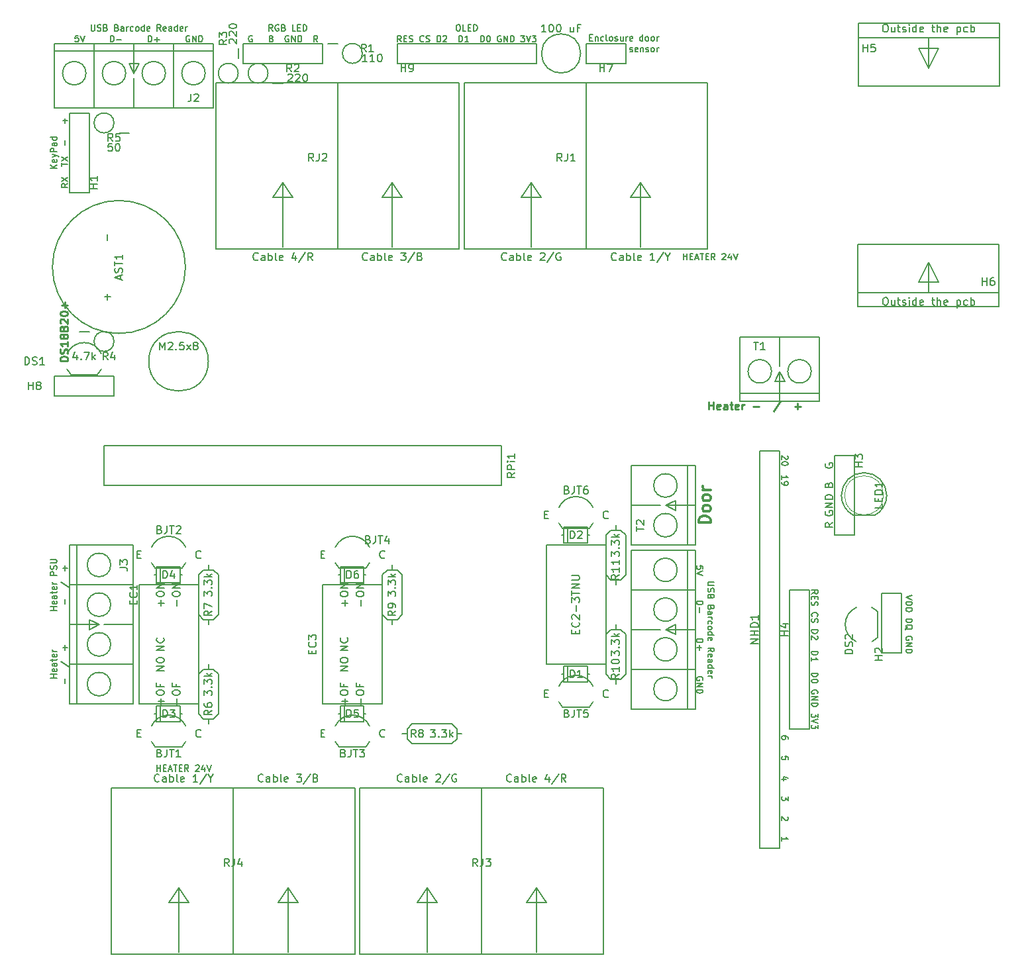
<source format=gbr>
G04 #@! TF.GenerationSoftware,KiCad,Pcbnew,5.1.6-c6e7f7d~86~ubuntu19.10.1*
G04 #@! TF.CreationDate,2021-01-12T13:09:26+02:00*
G04 #@! TF.ProjectId,authenticator2.0,61757468-656e-4746-9963-61746f72322e,rev?*
G04 #@! TF.SameCoordinates,Original*
G04 #@! TF.FileFunction,Legend,Top*
G04 #@! TF.FilePolarity,Positive*
%FSLAX46Y46*%
G04 Gerber Fmt 4.6, Leading zero omitted, Abs format (unit mm)*
G04 Created by KiCad (PCBNEW 5.1.6-c6e7f7d~86~ubuntu19.10.1) date 2021-01-12 13:09:26*
%MOMM*%
%LPD*%
G01*
G04 APERTURE LIST*
%ADD10C,0.150000*%
%ADD11C,0.200000*%
%ADD12C,0.250000*%
%ADD13C,0.300000*%
%ADD14C,0.050000*%
G04 APERTURE END LIST*
D10*
X30615238Y-58237380D02*
X30615238Y-57237380D01*
X30948571Y-57951666D01*
X31281904Y-57237380D01*
X31281904Y-58237380D01*
X31710476Y-57332619D02*
X31758095Y-57285000D01*
X31853333Y-57237380D01*
X32091428Y-57237380D01*
X32186666Y-57285000D01*
X32234285Y-57332619D01*
X32281904Y-57427857D01*
X32281904Y-57523095D01*
X32234285Y-57665952D01*
X31662857Y-58237380D01*
X32281904Y-58237380D01*
X32710476Y-58142142D02*
X32758095Y-58189761D01*
X32710476Y-58237380D01*
X32662857Y-58189761D01*
X32710476Y-58142142D01*
X32710476Y-58237380D01*
X33662857Y-57237380D02*
X33186666Y-57237380D01*
X33139047Y-57713571D01*
X33186666Y-57665952D01*
X33281904Y-57618333D01*
X33520000Y-57618333D01*
X33615238Y-57665952D01*
X33662857Y-57713571D01*
X33710476Y-57808809D01*
X33710476Y-58046904D01*
X33662857Y-58142142D01*
X33615238Y-58189761D01*
X33520000Y-58237380D01*
X33281904Y-58237380D01*
X33186666Y-58189761D01*
X33139047Y-58142142D01*
X34043809Y-58237380D02*
X34567619Y-57570714D01*
X34043809Y-57570714D02*
X34567619Y-58237380D01*
X35091428Y-57665952D02*
X34996190Y-57618333D01*
X34948571Y-57570714D01*
X34900952Y-57475476D01*
X34900952Y-57427857D01*
X34948571Y-57332619D01*
X34996190Y-57285000D01*
X35091428Y-57237380D01*
X35281904Y-57237380D01*
X35377142Y-57285000D01*
X35424761Y-57332619D01*
X35472380Y-57427857D01*
X35472380Y-57475476D01*
X35424761Y-57570714D01*
X35377142Y-57618333D01*
X35281904Y-57665952D01*
X35091428Y-57665952D01*
X34996190Y-57713571D01*
X34948571Y-57761190D01*
X34900952Y-57856428D01*
X34900952Y-58046904D01*
X34948571Y-58142142D01*
X34996190Y-58189761D01*
X35091428Y-58237380D01*
X35281904Y-58237380D01*
X35377142Y-58189761D01*
X35424761Y-58142142D01*
X35472380Y-58046904D01*
X35472380Y-57856428D01*
X35424761Y-57761190D01*
X35377142Y-57713571D01*
X35281904Y-57665952D01*
X126803095Y-89630714D02*
X126003095Y-89897380D01*
X126803095Y-90164047D01*
X126003095Y-90430714D02*
X126803095Y-90430714D01*
X126803095Y-90621190D01*
X126765000Y-90735476D01*
X126688809Y-90811666D01*
X126612619Y-90849761D01*
X126460238Y-90887857D01*
X126345952Y-90887857D01*
X126193571Y-90849761D01*
X126117380Y-90811666D01*
X126041190Y-90735476D01*
X126003095Y-90621190D01*
X126003095Y-90430714D01*
X126003095Y-91230714D02*
X126803095Y-91230714D01*
X126803095Y-91421190D01*
X126765000Y-91535476D01*
X126688809Y-91611666D01*
X126612619Y-91649761D01*
X126460238Y-91687857D01*
X126345952Y-91687857D01*
X126193571Y-91649761D01*
X126117380Y-91611666D01*
X126041190Y-91535476D01*
X126003095Y-91421190D01*
X126003095Y-91230714D01*
X126003095Y-92640238D02*
X126803095Y-92640238D01*
X126803095Y-92830714D01*
X126765000Y-92945000D01*
X126688809Y-93021190D01*
X126612619Y-93059285D01*
X126460238Y-93097380D01*
X126345952Y-93097380D01*
X126193571Y-93059285D01*
X126117380Y-93021190D01*
X126041190Y-92945000D01*
X126003095Y-92830714D01*
X126003095Y-92640238D01*
X125926904Y-93973571D02*
X125965000Y-93897380D01*
X126041190Y-93821190D01*
X126155476Y-93706904D01*
X126193571Y-93630714D01*
X126193571Y-93554523D01*
X126003095Y-93592619D02*
X126041190Y-93516428D01*
X126117380Y-93440238D01*
X126269761Y-93402142D01*
X126536428Y-93402142D01*
X126688809Y-93440238D01*
X126765000Y-93516428D01*
X126803095Y-93592619D01*
X126803095Y-93745000D01*
X126765000Y-93821190D01*
X126688809Y-93897380D01*
X126536428Y-93935476D01*
X126269761Y-93935476D01*
X126117380Y-93897380D01*
X126041190Y-93821190D01*
X126003095Y-93745000D01*
X126003095Y-93592619D01*
X126765000Y-95306904D02*
X126803095Y-95230714D01*
X126803095Y-95116428D01*
X126765000Y-95002142D01*
X126688809Y-94925952D01*
X126612619Y-94887857D01*
X126460238Y-94849761D01*
X126345952Y-94849761D01*
X126193571Y-94887857D01*
X126117380Y-94925952D01*
X126041190Y-95002142D01*
X126003095Y-95116428D01*
X126003095Y-95192619D01*
X126041190Y-95306904D01*
X126079285Y-95345000D01*
X126345952Y-95345000D01*
X126345952Y-95192619D01*
X126003095Y-95687857D02*
X126803095Y-95687857D01*
X126003095Y-96145000D01*
X126803095Y-96145000D01*
X126003095Y-96525952D02*
X126803095Y-96525952D01*
X126803095Y-96716428D01*
X126765000Y-96830714D01*
X126688809Y-96906904D01*
X126612619Y-96945000D01*
X126460238Y-96983095D01*
X126345952Y-96983095D01*
X126193571Y-96945000D01*
X126117380Y-96906904D01*
X126041190Y-96830714D01*
X126003095Y-96716428D01*
X126003095Y-96525952D01*
D11*
X110128095Y-74777619D02*
X110128095Y-74320476D01*
X110128095Y-74549047D02*
X110928095Y-74549047D01*
X110813809Y-74472857D01*
X110737619Y-74396666D01*
X110699523Y-74320476D01*
X110128095Y-75158571D02*
X110128095Y-75310952D01*
X110166190Y-75387142D01*
X110204285Y-75425238D01*
X110318571Y-75501428D01*
X110470952Y-75539523D01*
X110775714Y-75539523D01*
X110851904Y-75501428D01*
X110890000Y-75463333D01*
X110928095Y-75387142D01*
X110928095Y-75234761D01*
X110890000Y-75158571D01*
X110851904Y-75120476D01*
X110775714Y-75082380D01*
X110585238Y-75082380D01*
X110509047Y-75120476D01*
X110470952Y-75158571D01*
X110432857Y-75234761D01*
X110432857Y-75387142D01*
X110470952Y-75463333D01*
X110509047Y-75501428D01*
X110585238Y-75539523D01*
X110851904Y-71780476D02*
X110890000Y-71818571D01*
X110928095Y-71894761D01*
X110928095Y-72085238D01*
X110890000Y-72161428D01*
X110851904Y-72199523D01*
X110775714Y-72237619D01*
X110699523Y-72237619D01*
X110585238Y-72199523D01*
X110128095Y-71742380D01*
X110128095Y-72237619D01*
X110928095Y-72732857D02*
X110928095Y-72809047D01*
X110890000Y-72885238D01*
X110851904Y-72923333D01*
X110775714Y-72961428D01*
X110623333Y-72999523D01*
X110432857Y-72999523D01*
X110280476Y-72961428D01*
X110204285Y-72923333D01*
X110166190Y-72885238D01*
X110128095Y-72809047D01*
X110128095Y-72732857D01*
X110166190Y-72656666D01*
X110204285Y-72618571D01*
X110280476Y-72580476D01*
X110432857Y-72542380D01*
X110623333Y-72542380D01*
X110775714Y-72580476D01*
X110851904Y-72618571D01*
X110890000Y-72656666D01*
X110928095Y-72732857D01*
X110928095Y-107976190D02*
X110928095Y-107823809D01*
X110890000Y-107747619D01*
X110851904Y-107709523D01*
X110737619Y-107633333D01*
X110585238Y-107595238D01*
X110280476Y-107595238D01*
X110204285Y-107633333D01*
X110166190Y-107671428D01*
X110128095Y-107747619D01*
X110128095Y-107899999D01*
X110166190Y-107976190D01*
X110204285Y-108014285D01*
X110280476Y-108052380D01*
X110470952Y-108052380D01*
X110547142Y-108014285D01*
X110585238Y-107976190D01*
X110623333Y-107899999D01*
X110623333Y-107747619D01*
X110585238Y-107671428D01*
X110547142Y-107633333D01*
X110470952Y-107595238D01*
X110928095Y-110604761D02*
X110928095Y-110223809D01*
X110547142Y-110185714D01*
X110585238Y-110223809D01*
X110623333Y-110299999D01*
X110623333Y-110490476D01*
X110585238Y-110566666D01*
X110547142Y-110604761D01*
X110470952Y-110642857D01*
X110280476Y-110642857D01*
X110204285Y-110604761D01*
X110166190Y-110566666D01*
X110128095Y-110490476D01*
X110128095Y-110299999D01*
X110166190Y-110223809D01*
X110204285Y-110185714D01*
X110661428Y-113157142D02*
X110128095Y-113157142D01*
X110966190Y-112966666D02*
X110394761Y-112776190D01*
X110394761Y-113271428D01*
X110928095Y-115328571D02*
X110928095Y-115823809D01*
X110623333Y-115557142D01*
X110623333Y-115671428D01*
X110585238Y-115747619D01*
X110547142Y-115785714D01*
X110470952Y-115823809D01*
X110280476Y-115823809D01*
X110204285Y-115785714D01*
X110166190Y-115747619D01*
X110128095Y-115671428D01*
X110128095Y-115442857D01*
X110166190Y-115366666D01*
X110204285Y-115328571D01*
X110851904Y-117957142D02*
X110890000Y-117995238D01*
X110928095Y-118071428D01*
X110928095Y-118261904D01*
X110890000Y-118338095D01*
X110851904Y-118376190D01*
X110775714Y-118414285D01*
X110699523Y-118414285D01*
X110585238Y-118376190D01*
X110128095Y-117919047D01*
X110128095Y-118414285D01*
X110128095Y-121004761D02*
X110128095Y-120547619D01*
X110128095Y-120776190D02*
X110928095Y-120776190D01*
X110813809Y-120700000D01*
X110737619Y-120623809D01*
X110699523Y-120547619D01*
X101468095Y-87884761D02*
X100820476Y-87884761D01*
X100744285Y-87922857D01*
X100706190Y-87960952D01*
X100668095Y-88037142D01*
X100668095Y-88189523D01*
X100706190Y-88265714D01*
X100744285Y-88303809D01*
X100820476Y-88341904D01*
X101468095Y-88341904D01*
X100706190Y-88684761D02*
X100668095Y-88799047D01*
X100668095Y-88989523D01*
X100706190Y-89065714D01*
X100744285Y-89103809D01*
X100820476Y-89141904D01*
X100896666Y-89141904D01*
X100972857Y-89103809D01*
X101010952Y-89065714D01*
X101049047Y-88989523D01*
X101087142Y-88837142D01*
X101125238Y-88760952D01*
X101163333Y-88722857D01*
X101239523Y-88684761D01*
X101315714Y-88684761D01*
X101391904Y-88722857D01*
X101430000Y-88760952D01*
X101468095Y-88837142D01*
X101468095Y-89027619D01*
X101430000Y-89141904D01*
X101087142Y-89751428D02*
X101049047Y-89865714D01*
X101010952Y-89903809D01*
X100934761Y-89941904D01*
X100820476Y-89941904D01*
X100744285Y-89903809D01*
X100706190Y-89865714D01*
X100668095Y-89789523D01*
X100668095Y-89484761D01*
X101468095Y-89484761D01*
X101468095Y-89751428D01*
X101430000Y-89827619D01*
X101391904Y-89865714D01*
X101315714Y-89903809D01*
X101239523Y-89903809D01*
X101163333Y-89865714D01*
X101125238Y-89827619D01*
X101087142Y-89751428D01*
X101087142Y-89484761D01*
X101087142Y-91160952D02*
X101049047Y-91275238D01*
X101010952Y-91313333D01*
X100934761Y-91351428D01*
X100820476Y-91351428D01*
X100744285Y-91313333D01*
X100706190Y-91275238D01*
X100668095Y-91199047D01*
X100668095Y-90894285D01*
X101468095Y-90894285D01*
X101468095Y-91160952D01*
X101430000Y-91237142D01*
X101391904Y-91275238D01*
X101315714Y-91313333D01*
X101239523Y-91313333D01*
X101163333Y-91275238D01*
X101125238Y-91237142D01*
X101087142Y-91160952D01*
X101087142Y-90894285D01*
X100668095Y-92037142D02*
X101087142Y-92037142D01*
X101163333Y-91999047D01*
X101201428Y-91922857D01*
X101201428Y-91770476D01*
X101163333Y-91694285D01*
X100706190Y-92037142D02*
X100668095Y-91960952D01*
X100668095Y-91770476D01*
X100706190Y-91694285D01*
X100782380Y-91656190D01*
X100858571Y-91656190D01*
X100934761Y-91694285D01*
X100972857Y-91770476D01*
X100972857Y-91960952D01*
X101010952Y-92037142D01*
X100668095Y-92418095D02*
X101201428Y-92418095D01*
X101049047Y-92418095D02*
X101125238Y-92456190D01*
X101163333Y-92494285D01*
X101201428Y-92570476D01*
X101201428Y-92646666D01*
X100706190Y-93256190D02*
X100668095Y-93180000D01*
X100668095Y-93027619D01*
X100706190Y-92951428D01*
X100744285Y-92913333D01*
X100820476Y-92875238D01*
X101049047Y-92875238D01*
X101125238Y-92913333D01*
X101163333Y-92951428D01*
X101201428Y-93027619D01*
X101201428Y-93180000D01*
X101163333Y-93256190D01*
X100668095Y-93713333D02*
X100706190Y-93637142D01*
X100744285Y-93599047D01*
X100820476Y-93560952D01*
X101049047Y-93560952D01*
X101125238Y-93599047D01*
X101163333Y-93637142D01*
X101201428Y-93713333D01*
X101201428Y-93827619D01*
X101163333Y-93903809D01*
X101125238Y-93941904D01*
X101049047Y-93980000D01*
X100820476Y-93980000D01*
X100744285Y-93941904D01*
X100706190Y-93903809D01*
X100668095Y-93827619D01*
X100668095Y-93713333D01*
X100668095Y-94665714D02*
X101468095Y-94665714D01*
X100706190Y-94665714D02*
X100668095Y-94589523D01*
X100668095Y-94437142D01*
X100706190Y-94360952D01*
X100744285Y-94322857D01*
X100820476Y-94284761D01*
X101049047Y-94284761D01*
X101125238Y-94322857D01*
X101163333Y-94360952D01*
X101201428Y-94437142D01*
X101201428Y-94589523D01*
X101163333Y-94665714D01*
X100706190Y-95351428D02*
X100668095Y-95275238D01*
X100668095Y-95122857D01*
X100706190Y-95046666D01*
X100782380Y-95008571D01*
X101087142Y-95008571D01*
X101163333Y-95046666D01*
X101201428Y-95122857D01*
X101201428Y-95275238D01*
X101163333Y-95351428D01*
X101087142Y-95389523D01*
X101010952Y-95389523D01*
X100934761Y-95008571D01*
X100668095Y-96799047D02*
X101049047Y-96532380D01*
X100668095Y-96341904D02*
X101468095Y-96341904D01*
X101468095Y-96646666D01*
X101430000Y-96722857D01*
X101391904Y-96760952D01*
X101315714Y-96799047D01*
X101201428Y-96799047D01*
X101125238Y-96760952D01*
X101087142Y-96722857D01*
X101049047Y-96646666D01*
X101049047Y-96341904D01*
X100706190Y-97446666D02*
X100668095Y-97370476D01*
X100668095Y-97218095D01*
X100706190Y-97141904D01*
X100782380Y-97103809D01*
X101087142Y-97103809D01*
X101163333Y-97141904D01*
X101201428Y-97218095D01*
X101201428Y-97370476D01*
X101163333Y-97446666D01*
X101087142Y-97484761D01*
X101010952Y-97484761D01*
X100934761Y-97103809D01*
X100668095Y-98170476D02*
X101087142Y-98170476D01*
X101163333Y-98132380D01*
X101201428Y-98056190D01*
X101201428Y-97903809D01*
X101163333Y-97827619D01*
X100706190Y-98170476D02*
X100668095Y-98094285D01*
X100668095Y-97903809D01*
X100706190Y-97827619D01*
X100782380Y-97789523D01*
X100858571Y-97789523D01*
X100934761Y-97827619D01*
X100972857Y-97903809D01*
X100972857Y-98094285D01*
X101010952Y-98170476D01*
X100668095Y-98894285D02*
X101468095Y-98894285D01*
X100706190Y-98894285D02*
X100668095Y-98818095D01*
X100668095Y-98665714D01*
X100706190Y-98589523D01*
X100744285Y-98551428D01*
X100820476Y-98513333D01*
X101049047Y-98513333D01*
X101125238Y-98551428D01*
X101163333Y-98589523D01*
X101201428Y-98665714D01*
X101201428Y-98818095D01*
X101163333Y-98894285D01*
X100706190Y-99580000D02*
X100668095Y-99503809D01*
X100668095Y-99351428D01*
X100706190Y-99275238D01*
X100782380Y-99237142D01*
X101087142Y-99237142D01*
X101163333Y-99275238D01*
X101201428Y-99351428D01*
X101201428Y-99503809D01*
X101163333Y-99580000D01*
X101087142Y-99618095D01*
X101010952Y-99618095D01*
X100934761Y-99237142D01*
X100668095Y-99960952D02*
X101201428Y-99960952D01*
X101049047Y-99960952D02*
X101125238Y-99999047D01*
X101163333Y-100037142D01*
X101201428Y-100113333D01*
X101201428Y-100189523D01*
X100068095Y-86246666D02*
X100068095Y-85865714D01*
X99687142Y-85827619D01*
X99725238Y-85865714D01*
X99763333Y-85941904D01*
X99763333Y-86132380D01*
X99725238Y-86208571D01*
X99687142Y-86246666D01*
X99610952Y-86284761D01*
X99420476Y-86284761D01*
X99344285Y-86246666D01*
X99306190Y-86208571D01*
X99268095Y-86132380D01*
X99268095Y-85941904D01*
X99306190Y-85865714D01*
X99344285Y-85827619D01*
X100068095Y-86513333D02*
X99268095Y-86780000D01*
X100068095Y-87046666D01*
X99268095Y-90360952D02*
X100068095Y-90360952D01*
X100068095Y-90551428D01*
X100030000Y-90665714D01*
X99953809Y-90741904D01*
X99877619Y-90780000D01*
X99725238Y-90818095D01*
X99610952Y-90818095D01*
X99458571Y-90780000D01*
X99382380Y-90741904D01*
X99306190Y-90665714D01*
X99268095Y-90551428D01*
X99268095Y-90360952D01*
X99572857Y-91160952D02*
X99572857Y-91770476D01*
X99268095Y-95199047D02*
X100068095Y-95199047D01*
X100068095Y-95389523D01*
X100030000Y-95503809D01*
X99953809Y-95580000D01*
X99877619Y-95618095D01*
X99725238Y-95656190D01*
X99610952Y-95656190D01*
X99458571Y-95618095D01*
X99382380Y-95580000D01*
X99306190Y-95503809D01*
X99268095Y-95389523D01*
X99268095Y-95199047D01*
X99572857Y-95999047D02*
X99572857Y-96608571D01*
X99268095Y-96303809D02*
X99877619Y-96303809D01*
X100030000Y-100456190D02*
X100068095Y-100380000D01*
X100068095Y-100265714D01*
X100030000Y-100151428D01*
X99953809Y-100075238D01*
X99877619Y-100037142D01*
X99725238Y-99999047D01*
X99610952Y-99999047D01*
X99458571Y-100037142D01*
X99382380Y-100075238D01*
X99306190Y-100151428D01*
X99268095Y-100265714D01*
X99268095Y-100341904D01*
X99306190Y-100456190D01*
X99344285Y-100494285D01*
X99610952Y-100494285D01*
X99610952Y-100341904D01*
X99268095Y-100837142D02*
X100068095Y-100837142D01*
X99268095Y-101294285D01*
X100068095Y-101294285D01*
X99268095Y-101675238D02*
X100068095Y-101675238D01*
X100068095Y-101865714D01*
X100030000Y-101980000D01*
X99953809Y-102056190D01*
X99877619Y-102094285D01*
X99725238Y-102132380D01*
X99610952Y-102132380D01*
X99458571Y-102094285D01*
X99382380Y-102056190D01*
X99306190Y-101980000D01*
X99268095Y-101865714D01*
X99268095Y-101675238D01*
X30245476Y-112121904D02*
X30245476Y-111321904D01*
X30245476Y-111702857D02*
X30702619Y-111702857D01*
X30702619Y-112121904D02*
X30702619Y-111321904D01*
X31083571Y-111702857D02*
X31350238Y-111702857D01*
X31464523Y-112121904D02*
X31083571Y-112121904D01*
X31083571Y-111321904D01*
X31464523Y-111321904D01*
X31769285Y-111893333D02*
X32150238Y-111893333D01*
X31693095Y-112121904D02*
X31959761Y-111321904D01*
X32226428Y-112121904D01*
X32378809Y-111321904D02*
X32835952Y-111321904D01*
X32607380Y-112121904D02*
X32607380Y-111321904D01*
X33102619Y-111702857D02*
X33369285Y-111702857D01*
X33483571Y-112121904D02*
X33102619Y-112121904D01*
X33102619Y-111321904D01*
X33483571Y-111321904D01*
X34283571Y-112121904D02*
X34016904Y-111740952D01*
X33826428Y-112121904D02*
X33826428Y-111321904D01*
X34131190Y-111321904D01*
X34207380Y-111360000D01*
X34245476Y-111398095D01*
X34283571Y-111474285D01*
X34283571Y-111588571D01*
X34245476Y-111664761D01*
X34207380Y-111702857D01*
X34131190Y-111740952D01*
X33826428Y-111740952D01*
X35197857Y-111398095D02*
X35235952Y-111360000D01*
X35312142Y-111321904D01*
X35502619Y-111321904D01*
X35578809Y-111360000D01*
X35616904Y-111398095D01*
X35655000Y-111474285D01*
X35655000Y-111550476D01*
X35616904Y-111664761D01*
X35159761Y-112121904D01*
X35655000Y-112121904D01*
X36340714Y-111588571D02*
X36340714Y-112121904D01*
X36150238Y-111283809D02*
X35959761Y-111855238D01*
X36455000Y-111855238D01*
X36645476Y-111321904D02*
X36912142Y-112121904D01*
X37178809Y-111321904D01*
D10*
X36830000Y-59690000D02*
G75*
G03*
X36830000Y-59690000I-3810000J0D01*
G01*
D11*
X97555476Y-46716904D02*
X97555476Y-45916904D01*
X97555476Y-46297857D02*
X98012619Y-46297857D01*
X98012619Y-46716904D02*
X98012619Y-45916904D01*
X98393571Y-46297857D02*
X98660238Y-46297857D01*
X98774523Y-46716904D02*
X98393571Y-46716904D01*
X98393571Y-45916904D01*
X98774523Y-45916904D01*
X99079285Y-46488333D02*
X99460238Y-46488333D01*
X99003095Y-46716904D02*
X99269761Y-45916904D01*
X99536428Y-46716904D01*
X99688809Y-45916904D02*
X100145952Y-45916904D01*
X99917380Y-46716904D02*
X99917380Y-45916904D01*
X100412619Y-46297857D02*
X100679285Y-46297857D01*
X100793571Y-46716904D02*
X100412619Y-46716904D01*
X100412619Y-45916904D01*
X100793571Y-45916904D01*
X101593571Y-46716904D02*
X101326904Y-46335952D01*
X101136428Y-46716904D02*
X101136428Y-45916904D01*
X101441190Y-45916904D01*
X101517380Y-45955000D01*
X101555476Y-45993095D01*
X101593571Y-46069285D01*
X101593571Y-46183571D01*
X101555476Y-46259761D01*
X101517380Y-46297857D01*
X101441190Y-46335952D01*
X101136428Y-46335952D01*
X102507857Y-45993095D02*
X102545952Y-45955000D01*
X102622142Y-45916904D01*
X102812619Y-45916904D01*
X102888809Y-45955000D01*
X102926904Y-45993095D01*
X102965000Y-46069285D01*
X102965000Y-46145476D01*
X102926904Y-46259761D01*
X102469761Y-46716904D01*
X102965000Y-46716904D01*
X103650714Y-46183571D02*
X103650714Y-46716904D01*
X103460238Y-45878809D02*
X103269761Y-46450238D01*
X103765000Y-46450238D01*
X103955476Y-45916904D02*
X104222142Y-46716904D01*
X104488809Y-45916904D01*
X17441904Y-100177380D02*
X16641904Y-100177380D01*
X17022857Y-100177380D02*
X17022857Y-99720238D01*
X17441904Y-99720238D02*
X16641904Y-99720238D01*
X17403809Y-99034523D02*
X17441904Y-99110714D01*
X17441904Y-99263095D01*
X17403809Y-99339285D01*
X17327619Y-99377380D01*
X17022857Y-99377380D01*
X16946666Y-99339285D01*
X16908571Y-99263095D01*
X16908571Y-99110714D01*
X16946666Y-99034523D01*
X17022857Y-98996428D01*
X17099047Y-98996428D01*
X17175238Y-99377380D01*
X17441904Y-98310714D02*
X17022857Y-98310714D01*
X16946666Y-98348809D01*
X16908571Y-98425000D01*
X16908571Y-98577380D01*
X16946666Y-98653571D01*
X17403809Y-98310714D02*
X17441904Y-98386904D01*
X17441904Y-98577380D01*
X17403809Y-98653571D01*
X17327619Y-98691666D01*
X17251428Y-98691666D01*
X17175238Y-98653571D01*
X17137142Y-98577380D01*
X17137142Y-98386904D01*
X17099047Y-98310714D01*
X16908571Y-98044047D02*
X16908571Y-97739285D01*
X16641904Y-97929761D02*
X17327619Y-97929761D01*
X17403809Y-97891666D01*
X17441904Y-97815476D01*
X17441904Y-97739285D01*
X17403809Y-97167857D02*
X17441904Y-97244047D01*
X17441904Y-97396428D01*
X17403809Y-97472619D01*
X17327619Y-97510714D01*
X17022857Y-97510714D01*
X16946666Y-97472619D01*
X16908571Y-97396428D01*
X16908571Y-97244047D01*
X16946666Y-97167857D01*
X17022857Y-97129761D01*
X17099047Y-97129761D01*
X17175238Y-97510714D01*
X17441904Y-96786904D02*
X16908571Y-96786904D01*
X17060952Y-96786904D02*
X16984761Y-96748809D01*
X16946666Y-96710714D01*
X16908571Y-96634523D01*
X16908571Y-96558333D01*
X18537142Y-100863095D02*
X18537142Y-100253571D01*
X18003809Y-98082142D02*
X19032380Y-98767857D01*
X18537142Y-96596428D02*
X18537142Y-95986904D01*
X18841904Y-96291666D02*
X18232380Y-96291666D01*
X17441904Y-91522142D02*
X16641904Y-91522142D01*
X17022857Y-91522142D02*
X17022857Y-91065000D01*
X17441904Y-91065000D02*
X16641904Y-91065000D01*
X17403809Y-90379285D02*
X17441904Y-90455476D01*
X17441904Y-90607857D01*
X17403809Y-90684047D01*
X17327619Y-90722142D01*
X17022857Y-90722142D01*
X16946666Y-90684047D01*
X16908571Y-90607857D01*
X16908571Y-90455476D01*
X16946666Y-90379285D01*
X17022857Y-90341190D01*
X17099047Y-90341190D01*
X17175238Y-90722142D01*
X17441904Y-89655476D02*
X17022857Y-89655476D01*
X16946666Y-89693571D01*
X16908571Y-89769761D01*
X16908571Y-89922142D01*
X16946666Y-89998333D01*
X17403809Y-89655476D02*
X17441904Y-89731666D01*
X17441904Y-89922142D01*
X17403809Y-89998333D01*
X17327619Y-90036428D01*
X17251428Y-90036428D01*
X17175238Y-89998333D01*
X17137142Y-89922142D01*
X17137142Y-89731666D01*
X17099047Y-89655476D01*
X16908571Y-89388809D02*
X16908571Y-89084047D01*
X16641904Y-89274523D02*
X17327619Y-89274523D01*
X17403809Y-89236428D01*
X17441904Y-89160238D01*
X17441904Y-89084047D01*
X17403809Y-88512619D02*
X17441904Y-88588809D01*
X17441904Y-88741190D01*
X17403809Y-88817380D01*
X17327619Y-88855476D01*
X17022857Y-88855476D01*
X16946666Y-88817380D01*
X16908571Y-88741190D01*
X16908571Y-88588809D01*
X16946666Y-88512619D01*
X17022857Y-88474523D01*
X17099047Y-88474523D01*
X17175238Y-88855476D01*
X17441904Y-88131666D02*
X16908571Y-88131666D01*
X17060952Y-88131666D02*
X16984761Y-88093571D01*
X16946666Y-88055476D01*
X16908571Y-87979285D01*
X16908571Y-87903095D01*
X17441904Y-87026904D02*
X16641904Y-87026904D01*
X16641904Y-86722142D01*
X16680000Y-86645952D01*
X16718095Y-86607857D01*
X16794285Y-86569761D01*
X16908571Y-86569761D01*
X16984761Y-86607857D01*
X17022857Y-86645952D01*
X17060952Y-86722142D01*
X17060952Y-87026904D01*
X17403809Y-86265000D02*
X17441904Y-86150714D01*
X17441904Y-85960238D01*
X17403809Y-85884047D01*
X17365714Y-85845952D01*
X17289523Y-85807857D01*
X17213333Y-85807857D01*
X17137142Y-85845952D01*
X17099047Y-85884047D01*
X17060952Y-85960238D01*
X17022857Y-86112619D01*
X16984761Y-86188809D01*
X16946666Y-86226904D01*
X16870476Y-86265000D01*
X16794285Y-86265000D01*
X16718095Y-86226904D01*
X16680000Y-86188809D01*
X16641904Y-86112619D01*
X16641904Y-85922142D01*
X16680000Y-85807857D01*
X16641904Y-85465000D02*
X17289523Y-85465000D01*
X17365714Y-85426904D01*
X17403809Y-85388809D01*
X17441904Y-85312619D01*
X17441904Y-85160238D01*
X17403809Y-85084047D01*
X17365714Y-85045952D01*
X17289523Y-85007857D01*
X16641904Y-85007857D01*
X18537142Y-90703095D02*
X18537142Y-90093571D01*
X18003809Y-87922142D02*
X19032380Y-88607857D01*
X18537142Y-86436428D02*
X18537142Y-85826904D01*
X18841904Y-86131666D02*
X18232380Y-86131666D01*
X21844761Y-16641904D02*
X21844761Y-17289523D01*
X21882857Y-17365714D01*
X21920952Y-17403809D01*
X21997142Y-17441904D01*
X22149523Y-17441904D01*
X22225714Y-17403809D01*
X22263809Y-17365714D01*
X22301904Y-17289523D01*
X22301904Y-16641904D01*
X22644761Y-17403809D02*
X22759047Y-17441904D01*
X22949523Y-17441904D01*
X23025714Y-17403809D01*
X23063809Y-17365714D01*
X23101904Y-17289523D01*
X23101904Y-17213333D01*
X23063809Y-17137142D01*
X23025714Y-17099047D01*
X22949523Y-17060952D01*
X22797142Y-17022857D01*
X22720952Y-16984761D01*
X22682857Y-16946666D01*
X22644761Y-16870476D01*
X22644761Y-16794285D01*
X22682857Y-16718095D01*
X22720952Y-16680000D01*
X22797142Y-16641904D01*
X22987619Y-16641904D01*
X23101904Y-16680000D01*
X23711428Y-17022857D02*
X23825714Y-17060952D01*
X23863809Y-17099047D01*
X23901904Y-17175238D01*
X23901904Y-17289523D01*
X23863809Y-17365714D01*
X23825714Y-17403809D01*
X23749523Y-17441904D01*
X23444761Y-17441904D01*
X23444761Y-16641904D01*
X23711428Y-16641904D01*
X23787619Y-16680000D01*
X23825714Y-16718095D01*
X23863809Y-16794285D01*
X23863809Y-16870476D01*
X23825714Y-16946666D01*
X23787619Y-16984761D01*
X23711428Y-17022857D01*
X23444761Y-17022857D01*
X25120952Y-17022857D02*
X25235238Y-17060952D01*
X25273333Y-17099047D01*
X25311428Y-17175238D01*
X25311428Y-17289523D01*
X25273333Y-17365714D01*
X25235238Y-17403809D01*
X25159047Y-17441904D01*
X24854285Y-17441904D01*
X24854285Y-16641904D01*
X25120952Y-16641904D01*
X25197142Y-16680000D01*
X25235238Y-16718095D01*
X25273333Y-16794285D01*
X25273333Y-16870476D01*
X25235238Y-16946666D01*
X25197142Y-16984761D01*
X25120952Y-17022857D01*
X24854285Y-17022857D01*
X25997142Y-17441904D02*
X25997142Y-17022857D01*
X25959047Y-16946666D01*
X25882857Y-16908571D01*
X25730476Y-16908571D01*
X25654285Y-16946666D01*
X25997142Y-17403809D02*
X25920952Y-17441904D01*
X25730476Y-17441904D01*
X25654285Y-17403809D01*
X25616190Y-17327619D01*
X25616190Y-17251428D01*
X25654285Y-17175238D01*
X25730476Y-17137142D01*
X25920952Y-17137142D01*
X25997142Y-17099047D01*
X26378095Y-17441904D02*
X26378095Y-16908571D01*
X26378095Y-17060952D02*
X26416190Y-16984761D01*
X26454285Y-16946666D01*
X26530476Y-16908571D01*
X26606666Y-16908571D01*
X27216190Y-17403809D02*
X27140000Y-17441904D01*
X26987619Y-17441904D01*
X26911428Y-17403809D01*
X26873333Y-17365714D01*
X26835238Y-17289523D01*
X26835238Y-17060952D01*
X26873333Y-16984761D01*
X26911428Y-16946666D01*
X26987619Y-16908571D01*
X27140000Y-16908571D01*
X27216190Y-16946666D01*
X27673333Y-17441904D02*
X27597142Y-17403809D01*
X27559047Y-17365714D01*
X27520952Y-17289523D01*
X27520952Y-17060952D01*
X27559047Y-16984761D01*
X27597142Y-16946666D01*
X27673333Y-16908571D01*
X27787619Y-16908571D01*
X27863809Y-16946666D01*
X27901904Y-16984761D01*
X27940000Y-17060952D01*
X27940000Y-17289523D01*
X27901904Y-17365714D01*
X27863809Y-17403809D01*
X27787619Y-17441904D01*
X27673333Y-17441904D01*
X28625714Y-17441904D02*
X28625714Y-16641904D01*
X28625714Y-17403809D02*
X28549523Y-17441904D01*
X28397142Y-17441904D01*
X28320952Y-17403809D01*
X28282857Y-17365714D01*
X28244761Y-17289523D01*
X28244761Y-17060952D01*
X28282857Y-16984761D01*
X28320952Y-16946666D01*
X28397142Y-16908571D01*
X28549523Y-16908571D01*
X28625714Y-16946666D01*
X29311428Y-17403809D02*
X29235238Y-17441904D01*
X29082857Y-17441904D01*
X29006666Y-17403809D01*
X28968571Y-17327619D01*
X28968571Y-17022857D01*
X29006666Y-16946666D01*
X29082857Y-16908571D01*
X29235238Y-16908571D01*
X29311428Y-16946666D01*
X29349523Y-17022857D01*
X29349523Y-17099047D01*
X28968571Y-17175238D01*
X30759047Y-17441904D02*
X30492380Y-17060952D01*
X30301904Y-17441904D02*
X30301904Y-16641904D01*
X30606666Y-16641904D01*
X30682857Y-16680000D01*
X30720952Y-16718095D01*
X30759047Y-16794285D01*
X30759047Y-16908571D01*
X30720952Y-16984761D01*
X30682857Y-17022857D01*
X30606666Y-17060952D01*
X30301904Y-17060952D01*
X31406666Y-17403809D02*
X31330476Y-17441904D01*
X31178095Y-17441904D01*
X31101904Y-17403809D01*
X31063809Y-17327619D01*
X31063809Y-17022857D01*
X31101904Y-16946666D01*
X31178095Y-16908571D01*
X31330476Y-16908571D01*
X31406666Y-16946666D01*
X31444761Y-17022857D01*
X31444761Y-17099047D01*
X31063809Y-17175238D01*
X32130476Y-17441904D02*
X32130476Y-17022857D01*
X32092380Y-16946666D01*
X32016190Y-16908571D01*
X31863809Y-16908571D01*
X31787619Y-16946666D01*
X32130476Y-17403809D02*
X32054285Y-17441904D01*
X31863809Y-17441904D01*
X31787619Y-17403809D01*
X31749523Y-17327619D01*
X31749523Y-17251428D01*
X31787619Y-17175238D01*
X31863809Y-17137142D01*
X32054285Y-17137142D01*
X32130476Y-17099047D01*
X32854285Y-17441904D02*
X32854285Y-16641904D01*
X32854285Y-17403809D02*
X32778095Y-17441904D01*
X32625714Y-17441904D01*
X32549523Y-17403809D01*
X32511428Y-17365714D01*
X32473333Y-17289523D01*
X32473333Y-17060952D01*
X32511428Y-16984761D01*
X32549523Y-16946666D01*
X32625714Y-16908571D01*
X32778095Y-16908571D01*
X32854285Y-16946666D01*
X33540000Y-17403809D02*
X33463809Y-17441904D01*
X33311428Y-17441904D01*
X33235238Y-17403809D01*
X33197142Y-17327619D01*
X33197142Y-17022857D01*
X33235238Y-16946666D01*
X33311428Y-16908571D01*
X33463809Y-16908571D01*
X33540000Y-16946666D01*
X33578095Y-17022857D01*
X33578095Y-17099047D01*
X33197142Y-17175238D01*
X33920952Y-17441904D02*
X33920952Y-16908571D01*
X33920952Y-17060952D02*
X33959047Y-16984761D01*
X33997142Y-16946666D01*
X34073333Y-16908571D01*
X34149523Y-16908571D01*
X20206666Y-18041904D02*
X19825714Y-18041904D01*
X19787619Y-18422857D01*
X19825714Y-18384761D01*
X19901904Y-18346666D01*
X20092380Y-18346666D01*
X20168571Y-18384761D01*
X20206666Y-18422857D01*
X20244761Y-18499047D01*
X20244761Y-18689523D01*
X20206666Y-18765714D01*
X20168571Y-18803809D01*
X20092380Y-18841904D01*
X19901904Y-18841904D01*
X19825714Y-18803809D01*
X19787619Y-18765714D01*
X20473333Y-18041904D02*
X20740000Y-18841904D01*
X21006666Y-18041904D01*
X24320952Y-18841904D02*
X24320952Y-18041904D01*
X24511428Y-18041904D01*
X24625714Y-18080000D01*
X24701904Y-18156190D01*
X24740000Y-18232380D01*
X24778095Y-18384761D01*
X24778095Y-18499047D01*
X24740000Y-18651428D01*
X24701904Y-18727619D01*
X24625714Y-18803809D01*
X24511428Y-18841904D01*
X24320952Y-18841904D01*
X25120952Y-18537142D02*
X25730476Y-18537142D01*
X29159047Y-18841904D02*
X29159047Y-18041904D01*
X29349523Y-18041904D01*
X29463809Y-18080000D01*
X29540000Y-18156190D01*
X29578095Y-18232380D01*
X29616190Y-18384761D01*
X29616190Y-18499047D01*
X29578095Y-18651428D01*
X29540000Y-18727619D01*
X29463809Y-18803809D01*
X29349523Y-18841904D01*
X29159047Y-18841904D01*
X29959047Y-18537142D02*
X30568571Y-18537142D01*
X30263809Y-18841904D02*
X30263809Y-18232380D01*
X34416190Y-18080000D02*
X34340000Y-18041904D01*
X34225714Y-18041904D01*
X34111428Y-18080000D01*
X34035238Y-18156190D01*
X33997142Y-18232380D01*
X33959047Y-18384761D01*
X33959047Y-18499047D01*
X33997142Y-18651428D01*
X34035238Y-18727619D01*
X34111428Y-18803809D01*
X34225714Y-18841904D01*
X34301904Y-18841904D01*
X34416190Y-18803809D01*
X34454285Y-18765714D01*
X34454285Y-18499047D01*
X34301904Y-18499047D01*
X34797142Y-18841904D02*
X34797142Y-18041904D01*
X35254285Y-18841904D01*
X35254285Y-18041904D01*
X35635238Y-18841904D02*
X35635238Y-18041904D01*
X35825714Y-18041904D01*
X35940000Y-18080000D01*
X36016190Y-18156190D01*
X36054285Y-18232380D01*
X36092380Y-18384761D01*
X36092380Y-18499047D01*
X36054285Y-18651428D01*
X36016190Y-18727619D01*
X35940000Y-18803809D01*
X35825714Y-18841904D01*
X35635238Y-18841904D01*
D12*
X100822857Y-65857380D02*
X100822857Y-64857380D01*
X100822857Y-65333571D02*
X101394285Y-65333571D01*
X101394285Y-65857380D02*
X101394285Y-64857380D01*
X102251428Y-65809761D02*
X102156190Y-65857380D01*
X101965714Y-65857380D01*
X101870476Y-65809761D01*
X101822857Y-65714523D01*
X101822857Y-65333571D01*
X101870476Y-65238333D01*
X101965714Y-65190714D01*
X102156190Y-65190714D01*
X102251428Y-65238333D01*
X102299047Y-65333571D01*
X102299047Y-65428809D01*
X101822857Y-65524047D01*
X103156190Y-65857380D02*
X103156190Y-65333571D01*
X103108571Y-65238333D01*
X103013333Y-65190714D01*
X102822857Y-65190714D01*
X102727619Y-65238333D01*
X103156190Y-65809761D02*
X103060952Y-65857380D01*
X102822857Y-65857380D01*
X102727619Y-65809761D01*
X102680000Y-65714523D01*
X102680000Y-65619285D01*
X102727619Y-65524047D01*
X102822857Y-65476428D01*
X103060952Y-65476428D01*
X103156190Y-65428809D01*
X103489523Y-65190714D02*
X103870476Y-65190714D01*
X103632380Y-64857380D02*
X103632380Y-65714523D01*
X103680000Y-65809761D01*
X103775238Y-65857380D01*
X103870476Y-65857380D01*
X104584761Y-65809761D02*
X104489523Y-65857380D01*
X104299047Y-65857380D01*
X104203809Y-65809761D01*
X104156190Y-65714523D01*
X104156190Y-65333571D01*
X104203809Y-65238333D01*
X104299047Y-65190714D01*
X104489523Y-65190714D01*
X104584761Y-65238333D01*
X104632380Y-65333571D01*
X104632380Y-65428809D01*
X104156190Y-65524047D01*
X105060952Y-65857380D02*
X105060952Y-65190714D01*
X105060952Y-65381190D02*
X105108571Y-65285952D01*
X105156190Y-65238333D01*
X105251428Y-65190714D01*
X105346666Y-65190714D01*
X106441904Y-65476428D02*
X107203809Y-65476428D01*
X109918095Y-64809761D02*
X109060952Y-66095476D01*
X111775238Y-65476428D02*
X112537142Y-65476428D01*
X112156190Y-65857380D02*
X112156190Y-65095476D01*
D11*
X68688095Y-16641904D02*
X68840476Y-16641904D01*
X68916666Y-16680000D01*
X68992857Y-16756190D01*
X69030952Y-16908571D01*
X69030952Y-17175238D01*
X68992857Y-17327619D01*
X68916666Y-17403809D01*
X68840476Y-17441904D01*
X68688095Y-17441904D01*
X68611904Y-17403809D01*
X68535714Y-17327619D01*
X68497619Y-17175238D01*
X68497619Y-16908571D01*
X68535714Y-16756190D01*
X68611904Y-16680000D01*
X68688095Y-16641904D01*
X69754761Y-17441904D02*
X69373809Y-17441904D01*
X69373809Y-16641904D01*
X70021428Y-17022857D02*
X70288095Y-17022857D01*
X70402380Y-17441904D02*
X70021428Y-17441904D01*
X70021428Y-16641904D01*
X70402380Y-16641904D01*
X70745238Y-17441904D02*
X70745238Y-16641904D01*
X70935714Y-16641904D01*
X71050000Y-16680000D01*
X71126190Y-16756190D01*
X71164285Y-16832380D01*
X71202380Y-16984761D01*
X71202380Y-17099047D01*
X71164285Y-17251428D01*
X71126190Y-17327619D01*
X71050000Y-17403809D01*
X70935714Y-17441904D01*
X70745238Y-17441904D01*
X61469047Y-18841904D02*
X61202380Y-18460952D01*
X61011904Y-18841904D02*
X61011904Y-18041904D01*
X61316666Y-18041904D01*
X61392857Y-18080000D01*
X61430952Y-18118095D01*
X61469047Y-18194285D01*
X61469047Y-18308571D01*
X61430952Y-18384761D01*
X61392857Y-18422857D01*
X61316666Y-18460952D01*
X61011904Y-18460952D01*
X61811904Y-18422857D02*
X62078571Y-18422857D01*
X62192857Y-18841904D02*
X61811904Y-18841904D01*
X61811904Y-18041904D01*
X62192857Y-18041904D01*
X62497619Y-18803809D02*
X62611904Y-18841904D01*
X62802380Y-18841904D01*
X62878571Y-18803809D01*
X62916666Y-18765714D01*
X62954761Y-18689523D01*
X62954761Y-18613333D01*
X62916666Y-18537142D01*
X62878571Y-18499047D01*
X62802380Y-18460952D01*
X62649999Y-18422857D01*
X62573809Y-18384761D01*
X62535714Y-18346666D01*
X62497619Y-18270476D01*
X62497619Y-18194285D01*
X62535714Y-18118095D01*
X62573809Y-18080000D01*
X62649999Y-18041904D01*
X62840476Y-18041904D01*
X62954761Y-18080000D01*
X64364285Y-18765714D02*
X64326190Y-18803809D01*
X64211904Y-18841904D01*
X64135714Y-18841904D01*
X64021428Y-18803809D01*
X63945238Y-18727619D01*
X63907142Y-18651428D01*
X63869047Y-18499047D01*
X63869047Y-18384761D01*
X63907142Y-18232380D01*
X63945238Y-18156190D01*
X64021428Y-18080000D01*
X64135714Y-18041904D01*
X64211904Y-18041904D01*
X64326190Y-18080000D01*
X64364285Y-18118095D01*
X64669047Y-18803809D02*
X64783333Y-18841904D01*
X64973809Y-18841904D01*
X65049999Y-18803809D01*
X65088095Y-18765714D01*
X65126190Y-18689523D01*
X65126190Y-18613333D01*
X65088095Y-18537142D01*
X65049999Y-18499047D01*
X64973809Y-18460952D01*
X64821428Y-18422857D01*
X64745238Y-18384761D01*
X64707142Y-18346666D01*
X64669047Y-18270476D01*
X64669047Y-18194285D01*
X64707142Y-18118095D01*
X64745238Y-18080000D01*
X64821428Y-18041904D01*
X65011904Y-18041904D01*
X65126190Y-18080000D01*
X66078571Y-18841904D02*
X66078571Y-18041904D01*
X66269047Y-18041904D01*
X66383333Y-18080000D01*
X66459523Y-18156190D01*
X66497619Y-18232380D01*
X66535714Y-18384761D01*
X66535714Y-18499047D01*
X66497619Y-18651428D01*
X66459523Y-18727619D01*
X66383333Y-18803809D01*
X66269047Y-18841904D01*
X66078571Y-18841904D01*
X66840476Y-18118095D02*
X66878571Y-18080000D01*
X66954761Y-18041904D01*
X67145238Y-18041904D01*
X67221428Y-18080000D01*
X67259523Y-18118095D01*
X67297619Y-18194285D01*
X67297619Y-18270476D01*
X67259523Y-18384761D01*
X66802380Y-18841904D01*
X67297619Y-18841904D01*
X68859523Y-18841904D02*
X68859523Y-18041904D01*
X69050000Y-18041904D01*
X69164285Y-18080000D01*
X69240476Y-18156190D01*
X69278571Y-18232380D01*
X69316666Y-18384761D01*
X69316666Y-18499047D01*
X69278571Y-18651428D01*
X69240476Y-18727619D01*
X69164285Y-18803809D01*
X69050000Y-18841904D01*
X68859523Y-18841904D01*
X70078571Y-18841904D02*
X69621428Y-18841904D01*
X69850000Y-18841904D02*
X69850000Y-18041904D01*
X69773809Y-18156190D01*
X69697619Y-18232380D01*
X69621428Y-18270476D01*
X71640476Y-18841904D02*
X71640476Y-18041904D01*
X71830952Y-18041904D01*
X71945238Y-18080000D01*
X72021428Y-18156190D01*
X72059523Y-18232380D01*
X72097619Y-18384761D01*
X72097619Y-18499047D01*
X72059523Y-18651428D01*
X72021428Y-18727619D01*
X71945238Y-18803809D01*
X71830952Y-18841904D01*
X71640476Y-18841904D01*
X72592857Y-18041904D02*
X72669047Y-18041904D01*
X72745238Y-18080000D01*
X72783333Y-18118095D01*
X72821428Y-18194285D01*
X72859523Y-18346666D01*
X72859523Y-18537142D01*
X72821428Y-18689523D01*
X72783333Y-18765714D01*
X72745238Y-18803809D01*
X72669047Y-18841904D01*
X72592857Y-18841904D01*
X72516666Y-18803809D01*
X72478571Y-18765714D01*
X72440476Y-18689523D01*
X72402380Y-18537142D01*
X72402380Y-18346666D01*
X72440476Y-18194285D01*
X72478571Y-18118095D01*
X72516666Y-18080000D01*
X72592857Y-18041904D01*
X74230952Y-18080000D02*
X74154761Y-18041904D01*
X74040476Y-18041904D01*
X73926190Y-18080000D01*
X73850000Y-18156190D01*
X73811904Y-18232380D01*
X73773809Y-18384761D01*
X73773809Y-18499047D01*
X73811904Y-18651428D01*
X73850000Y-18727619D01*
X73926190Y-18803809D01*
X74040476Y-18841904D01*
X74116666Y-18841904D01*
X74230952Y-18803809D01*
X74269047Y-18765714D01*
X74269047Y-18499047D01*
X74116666Y-18499047D01*
X74611904Y-18841904D02*
X74611904Y-18041904D01*
X75069047Y-18841904D01*
X75069047Y-18041904D01*
X75450000Y-18841904D02*
X75450000Y-18041904D01*
X75640476Y-18041904D01*
X75754761Y-18080000D01*
X75830952Y-18156190D01*
X75869047Y-18232380D01*
X75907142Y-18384761D01*
X75907142Y-18499047D01*
X75869047Y-18651428D01*
X75830952Y-18727619D01*
X75754761Y-18803809D01*
X75640476Y-18841904D01*
X75450000Y-18841904D01*
X76783333Y-18041904D02*
X77278571Y-18041904D01*
X77011904Y-18346666D01*
X77126190Y-18346666D01*
X77202380Y-18384761D01*
X77240476Y-18422857D01*
X77278571Y-18499047D01*
X77278571Y-18689523D01*
X77240476Y-18765714D01*
X77202380Y-18803809D01*
X77126190Y-18841904D01*
X76897619Y-18841904D01*
X76821428Y-18803809D01*
X76783333Y-18765714D01*
X77507142Y-18041904D02*
X77773809Y-18841904D01*
X78040476Y-18041904D01*
X78230952Y-18041904D02*
X78726190Y-18041904D01*
X78459523Y-18346666D01*
X78573809Y-18346666D01*
X78650000Y-18384761D01*
X78688095Y-18422857D01*
X78726190Y-18499047D01*
X78726190Y-18689523D01*
X78688095Y-18765714D01*
X78650000Y-18803809D01*
X78573809Y-18841904D01*
X78345238Y-18841904D01*
X78269047Y-18803809D01*
X78230952Y-18765714D01*
X85570714Y-18292857D02*
X85837380Y-18292857D01*
X85951666Y-18711904D02*
X85570714Y-18711904D01*
X85570714Y-17911904D01*
X85951666Y-17911904D01*
X86294523Y-18178571D02*
X86294523Y-18711904D01*
X86294523Y-18254761D02*
X86332619Y-18216666D01*
X86408809Y-18178571D01*
X86523095Y-18178571D01*
X86599285Y-18216666D01*
X86637380Y-18292857D01*
X86637380Y-18711904D01*
X87361190Y-18673809D02*
X87285000Y-18711904D01*
X87132619Y-18711904D01*
X87056428Y-18673809D01*
X87018333Y-18635714D01*
X86980238Y-18559523D01*
X86980238Y-18330952D01*
X87018333Y-18254761D01*
X87056428Y-18216666D01*
X87132619Y-18178571D01*
X87285000Y-18178571D01*
X87361190Y-18216666D01*
X87818333Y-18711904D02*
X87742142Y-18673809D01*
X87704047Y-18597619D01*
X87704047Y-17911904D01*
X88237380Y-18711904D02*
X88161190Y-18673809D01*
X88123095Y-18635714D01*
X88085000Y-18559523D01*
X88085000Y-18330952D01*
X88123095Y-18254761D01*
X88161190Y-18216666D01*
X88237380Y-18178571D01*
X88351666Y-18178571D01*
X88427857Y-18216666D01*
X88465952Y-18254761D01*
X88504047Y-18330952D01*
X88504047Y-18559523D01*
X88465952Y-18635714D01*
X88427857Y-18673809D01*
X88351666Y-18711904D01*
X88237380Y-18711904D01*
X88808809Y-18673809D02*
X88885000Y-18711904D01*
X89037380Y-18711904D01*
X89113571Y-18673809D01*
X89151666Y-18597619D01*
X89151666Y-18559523D01*
X89113571Y-18483333D01*
X89037380Y-18445238D01*
X88923095Y-18445238D01*
X88846904Y-18407142D01*
X88808809Y-18330952D01*
X88808809Y-18292857D01*
X88846904Y-18216666D01*
X88923095Y-18178571D01*
X89037380Y-18178571D01*
X89113571Y-18216666D01*
X89837380Y-18178571D02*
X89837380Y-18711904D01*
X89494523Y-18178571D02*
X89494523Y-18597619D01*
X89532619Y-18673809D01*
X89608809Y-18711904D01*
X89723095Y-18711904D01*
X89799285Y-18673809D01*
X89837380Y-18635714D01*
X90218333Y-18711904D02*
X90218333Y-18178571D01*
X90218333Y-18330952D02*
X90256428Y-18254761D01*
X90294523Y-18216666D01*
X90370714Y-18178571D01*
X90446904Y-18178571D01*
X91018333Y-18673809D02*
X90942142Y-18711904D01*
X90789761Y-18711904D01*
X90713571Y-18673809D01*
X90675476Y-18597619D01*
X90675476Y-18292857D01*
X90713571Y-18216666D01*
X90789761Y-18178571D01*
X90942142Y-18178571D01*
X91018333Y-18216666D01*
X91056428Y-18292857D01*
X91056428Y-18369047D01*
X90675476Y-18445238D01*
X92351666Y-18711904D02*
X92351666Y-17911904D01*
X92351666Y-18673809D02*
X92275476Y-18711904D01*
X92123095Y-18711904D01*
X92046904Y-18673809D01*
X92008809Y-18635714D01*
X91970714Y-18559523D01*
X91970714Y-18330952D01*
X92008809Y-18254761D01*
X92046904Y-18216666D01*
X92123095Y-18178571D01*
X92275476Y-18178571D01*
X92351666Y-18216666D01*
X92846904Y-18711904D02*
X92770714Y-18673809D01*
X92732619Y-18635714D01*
X92694523Y-18559523D01*
X92694523Y-18330952D01*
X92732619Y-18254761D01*
X92770714Y-18216666D01*
X92846904Y-18178571D01*
X92961190Y-18178571D01*
X93037380Y-18216666D01*
X93075476Y-18254761D01*
X93113571Y-18330952D01*
X93113571Y-18559523D01*
X93075476Y-18635714D01*
X93037380Y-18673809D01*
X92961190Y-18711904D01*
X92846904Y-18711904D01*
X93570714Y-18711904D02*
X93494523Y-18673809D01*
X93456428Y-18635714D01*
X93418333Y-18559523D01*
X93418333Y-18330952D01*
X93456428Y-18254761D01*
X93494523Y-18216666D01*
X93570714Y-18178571D01*
X93685000Y-18178571D01*
X93761190Y-18216666D01*
X93799285Y-18254761D01*
X93837380Y-18330952D01*
X93837380Y-18559523D01*
X93799285Y-18635714D01*
X93761190Y-18673809D01*
X93685000Y-18711904D01*
X93570714Y-18711904D01*
X94180238Y-18711904D02*
X94180238Y-18178571D01*
X94180238Y-18330952D02*
X94218333Y-18254761D01*
X94256428Y-18216666D01*
X94332619Y-18178571D01*
X94408809Y-18178571D01*
X90713571Y-20073809D02*
X90789761Y-20111904D01*
X90942142Y-20111904D01*
X91018333Y-20073809D01*
X91056428Y-19997619D01*
X91056428Y-19959523D01*
X91018333Y-19883333D01*
X90942142Y-19845238D01*
X90827857Y-19845238D01*
X90751666Y-19807142D01*
X90713571Y-19730952D01*
X90713571Y-19692857D01*
X90751666Y-19616666D01*
X90827857Y-19578571D01*
X90942142Y-19578571D01*
X91018333Y-19616666D01*
X91704047Y-20073809D02*
X91627857Y-20111904D01*
X91475476Y-20111904D01*
X91399285Y-20073809D01*
X91361190Y-19997619D01*
X91361190Y-19692857D01*
X91399285Y-19616666D01*
X91475476Y-19578571D01*
X91627857Y-19578571D01*
X91704047Y-19616666D01*
X91742142Y-19692857D01*
X91742142Y-19769047D01*
X91361190Y-19845238D01*
X92085000Y-19578571D02*
X92085000Y-20111904D01*
X92085000Y-19654761D02*
X92123095Y-19616666D01*
X92199285Y-19578571D01*
X92313571Y-19578571D01*
X92389761Y-19616666D01*
X92427857Y-19692857D01*
X92427857Y-20111904D01*
X92770714Y-20073809D02*
X92846904Y-20111904D01*
X92999285Y-20111904D01*
X93075476Y-20073809D01*
X93113571Y-19997619D01*
X93113571Y-19959523D01*
X93075476Y-19883333D01*
X92999285Y-19845238D01*
X92885000Y-19845238D01*
X92808809Y-19807142D01*
X92770714Y-19730952D01*
X92770714Y-19692857D01*
X92808809Y-19616666D01*
X92885000Y-19578571D01*
X92999285Y-19578571D01*
X93075476Y-19616666D01*
X93570714Y-20111904D02*
X93494523Y-20073809D01*
X93456428Y-20035714D01*
X93418333Y-19959523D01*
X93418333Y-19730952D01*
X93456428Y-19654761D01*
X93494523Y-19616666D01*
X93570714Y-19578571D01*
X93685000Y-19578571D01*
X93761190Y-19616666D01*
X93799285Y-19654761D01*
X93837380Y-19730952D01*
X93837380Y-19959523D01*
X93799285Y-20035714D01*
X93761190Y-20073809D01*
X93685000Y-20111904D01*
X93570714Y-20111904D01*
X94180238Y-20111904D02*
X94180238Y-19578571D01*
X94180238Y-19730952D02*
X94218333Y-19654761D01*
X94256428Y-19616666D01*
X94332619Y-19578571D01*
X94408809Y-19578571D01*
D13*
X101008571Y-80319285D02*
X99508571Y-80319285D01*
X99508571Y-79962142D01*
X99580000Y-79747857D01*
X99722857Y-79605000D01*
X99865714Y-79533571D01*
X100151428Y-79462142D01*
X100365714Y-79462142D01*
X100651428Y-79533571D01*
X100794285Y-79605000D01*
X100937142Y-79747857D01*
X101008571Y-79962142D01*
X101008571Y-80319285D01*
X101008571Y-78605000D02*
X100937142Y-78747857D01*
X100865714Y-78819285D01*
X100722857Y-78890714D01*
X100294285Y-78890714D01*
X100151428Y-78819285D01*
X100080000Y-78747857D01*
X100008571Y-78605000D01*
X100008571Y-78390714D01*
X100080000Y-78247857D01*
X100151428Y-78176428D01*
X100294285Y-78105000D01*
X100722857Y-78105000D01*
X100865714Y-78176428D01*
X100937142Y-78247857D01*
X101008571Y-78390714D01*
X101008571Y-78605000D01*
X101008571Y-77247857D02*
X100937142Y-77390714D01*
X100865714Y-77462142D01*
X100722857Y-77533571D01*
X100294285Y-77533571D01*
X100151428Y-77462142D01*
X100080000Y-77390714D01*
X100008571Y-77247857D01*
X100008571Y-77033571D01*
X100080000Y-76890714D01*
X100151428Y-76819285D01*
X100294285Y-76747857D01*
X100722857Y-76747857D01*
X100865714Y-76819285D01*
X100937142Y-76890714D01*
X101008571Y-77033571D01*
X101008571Y-77247857D01*
X101008571Y-76105000D02*
X100008571Y-76105000D01*
X100294285Y-76105000D02*
X100151428Y-76033571D01*
X100080000Y-75962142D01*
X100008571Y-75819285D01*
X100008571Y-75676428D01*
D12*
X18867380Y-59641904D02*
X17867380Y-59641904D01*
X17867380Y-59403809D01*
X17915000Y-59260952D01*
X18010238Y-59165714D01*
X18105476Y-59118095D01*
X18295952Y-59070476D01*
X18438809Y-59070476D01*
X18629285Y-59118095D01*
X18724523Y-59165714D01*
X18819761Y-59260952D01*
X18867380Y-59403809D01*
X18867380Y-59641904D01*
X18819761Y-58689523D02*
X18867380Y-58546666D01*
X18867380Y-58308571D01*
X18819761Y-58213333D01*
X18772142Y-58165714D01*
X18676904Y-58118095D01*
X18581666Y-58118095D01*
X18486428Y-58165714D01*
X18438809Y-58213333D01*
X18391190Y-58308571D01*
X18343571Y-58499047D01*
X18295952Y-58594285D01*
X18248333Y-58641904D01*
X18153095Y-58689523D01*
X18057857Y-58689523D01*
X17962619Y-58641904D01*
X17915000Y-58594285D01*
X17867380Y-58499047D01*
X17867380Y-58260952D01*
X17915000Y-58118095D01*
X18867380Y-57165714D02*
X18867380Y-57737142D01*
X18867380Y-57451428D02*
X17867380Y-57451428D01*
X18010238Y-57546666D01*
X18105476Y-57641904D01*
X18153095Y-57737142D01*
X18295952Y-56594285D02*
X18248333Y-56689523D01*
X18200714Y-56737142D01*
X18105476Y-56784761D01*
X18057857Y-56784761D01*
X17962619Y-56737142D01*
X17915000Y-56689523D01*
X17867380Y-56594285D01*
X17867380Y-56403809D01*
X17915000Y-56308571D01*
X17962619Y-56260952D01*
X18057857Y-56213333D01*
X18105476Y-56213333D01*
X18200714Y-56260952D01*
X18248333Y-56308571D01*
X18295952Y-56403809D01*
X18295952Y-56594285D01*
X18343571Y-56689523D01*
X18391190Y-56737142D01*
X18486428Y-56784761D01*
X18676904Y-56784761D01*
X18772142Y-56737142D01*
X18819761Y-56689523D01*
X18867380Y-56594285D01*
X18867380Y-56403809D01*
X18819761Y-56308571D01*
X18772142Y-56260952D01*
X18676904Y-56213333D01*
X18486428Y-56213333D01*
X18391190Y-56260952D01*
X18343571Y-56308571D01*
X18295952Y-56403809D01*
X18343571Y-55451428D02*
X18391190Y-55308571D01*
X18438809Y-55260952D01*
X18534047Y-55213333D01*
X18676904Y-55213333D01*
X18772142Y-55260952D01*
X18819761Y-55308571D01*
X18867380Y-55403809D01*
X18867380Y-55784761D01*
X17867380Y-55784761D01*
X17867380Y-55451428D01*
X17915000Y-55356190D01*
X17962619Y-55308571D01*
X18057857Y-55260952D01*
X18153095Y-55260952D01*
X18248333Y-55308571D01*
X18295952Y-55356190D01*
X18343571Y-55451428D01*
X18343571Y-55784761D01*
X17962619Y-54832380D02*
X17915000Y-54784761D01*
X17867380Y-54689523D01*
X17867380Y-54451428D01*
X17915000Y-54356190D01*
X17962619Y-54308571D01*
X18057857Y-54260952D01*
X18153095Y-54260952D01*
X18295952Y-54308571D01*
X18867380Y-54880000D01*
X18867380Y-54260952D01*
X17867380Y-53641904D02*
X17867380Y-53546666D01*
X17915000Y-53451428D01*
X17962619Y-53403809D01*
X18057857Y-53356190D01*
X18248333Y-53308571D01*
X18486428Y-53308571D01*
X18676904Y-53356190D01*
X18772142Y-53403809D01*
X18819761Y-53451428D01*
X18867380Y-53546666D01*
X18867380Y-53641904D01*
X18819761Y-53737142D01*
X18772142Y-53784761D01*
X18676904Y-53832380D01*
X18486428Y-53880000D01*
X18248333Y-53880000D01*
X18057857Y-53832380D01*
X17962619Y-53784761D01*
X17915000Y-53737142D01*
X17867380Y-53641904D01*
X18486428Y-52880000D02*
X18486428Y-52118095D01*
X18867380Y-52499047D02*
X18105476Y-52499047D01*
D11*
X17441904Y-35000952D02*
X16641904Y-35000952D01*
X17441904Y-34543809D02*
X16984761Y-34886666D01*
X16641904Y-34543809D02*
X17099047Y-35000952D01*
X17403809Y-33896190D02*
X17441904Y-33972380D01*
X17441904Y-34124761D01*
X17403809Y-34200952D01*
X17327619Y-34239047D01*
X17022857Y-34239047D01*
X16946666Y-34200952D01*
X16908571Y-34124761D01*
X16908571Y-33972380D01*
X16946666Y-33896190D01*
X17022857Y-33858095D01*
X17099047Y-33858095D01*
X17175238Y-34239047D01*
X16908571Y-33591428D02*
X17441904Y-33400952D01*
X16908571Y-33210476D02*
X17441904Y-33400952D01*
X17632380Y-33477142D01*
X17670476Y-33515238D01*
X17708571Y-33591428D01*
X17441904Y-32905714D02*
X16641904Y-32905714D01*
X16641904Y-32600952D01*
X16680000Y-32524761D01*
X16718095Y-32486666D01*
X16794285Y-32448571D01*
X16908571Y-32448571D01*
X16984761Y-32486666D01*
X17022857Y-32524761D01*
X17060952Y-32600952D01*
X17060952Y-32905714D01*
X17441904Y-31762857D02*
X17022857Y-31762857D01*
X16946666Y-31800952D01*
X16908571Y-31877142D01*
X16908571Y-32029523D01*
X16946666Y-32105714D01*
X17403809Y-31762857D02*
X17441904Y-31839047D01*
X17441904Y-32029523D01*
X17403809Y-32105714D01*
X17327619Y-32143809D01*
X17251428Y-32143809D01*
X17175238Y-32105714D01*
X17137142Y-32029523D01*
X17137142Y-31839047D01*
X17099047Y-31762857D01*
X17441904Y-31039047D02*
X16641904Y-31039047D01*
X17403809Y-31039047D02*
X17441904Y-31115238D01*
X17441904Y-31267619D01*
X17403809Y-31343809D01*
X17365714Y-31381904D01*
X17289523Y-31420000D01*
X17060952Y-31420000D01*
X16984761Y-31381904D01*
X16946666Y-31343809D01*
X16908571Y-31267619D01*
X16908571Y-31115238D01*
X16946666Y-31039047D01*
X18841904Y-36962857D02*
X18460952Y-37229523D01*
X18841904Y-37420000D02*
X18041904Y-37420000D01*
X18041904Y-37115238D01*
X18080000Y-37039047D01*
X18118095Y-37000952D01*
X18194285Y-36962857D01*
X18308571Y-36962857D01*
X18384761Y-37000952D01*
X18422857Y-37039047D01*
X18460952Y-37115238D01*
X18460952Y-37420000D01*
X18041904Y-36696190D02*
X18841904Y-36162857D01*
X18041904Y-36162857D02*
X18841904Y-36696190D01*
X18041904Y-34753333D02*
X18041904Y-34296190D01*
X18841904Y-34524761D02*
X18041904Y-34524761D01*
X18041904Y-34105714D02*
X18841904Y-33572380D01*
X18041904Y-33572380D02*
X18841904Y-34105714D01*
X18537142Y-32048571D02*
X18537142Y-31439047D01*
X18537142Y-29229523D02*
X18537142Y-28620000D01*
X18841904Y-28924761D02*
X18232380Y-28924761D01*
X45047142Y-17441904D02*
X44780476Y-17060952D01*
X44590000Y-17441904D02*
X44590000Y-16641904D01*
X44894761Y-16641904D01*
X44970952Y-16680000D01*
X45009047Y-16718095D01*
X45047142Y-16794285D01*
X45047142Y-16908571D01*
X45009047Y-16984761D01*
X44970952Y-17022857D01*
X44894761Y-17060952D01*
X44590000Y-17060952D01*
X45809047Y-16680000D02*
X45732857Y-16641904D01*
X45618571Y-16641904D01*
X45504285Y-16680000D01*
X45428095Y-16756190D01*
X45390000Y-16832380D01*
X45351904Y-16984761D01*
X45351904Y-17099047D01*
X45390000Y-17251428D01*
X45428095Y-17327619D01*
X45504285Y-17403809D01*
X45618571Y-17441904D01*
X45694761Y-17441904D01*
X45809047Y-17403809D01*
X45847142Y-17365714D01*
X45847142Y-17099047D01*
X45694761Y-17099047D01*
X46456666Y-17022857D02*
X46570952Y-17060952D01*
X46609047Y-17099047D01*
X46647142Y-17175238D01*
X46647142Y-17289523D01*
X46609047Y-17365714D01*
X46570952Y-17403809D01*
X46494761Y-17441904D01*
X46190000Y-17441904D01*
X46190000Y-16641904D01*
X46456666Y-16641904D01*
X46532857Y-16680000D01*
X46570952Y-16718095D01*
X46609047Y-16794285D01*
X46609047Y-16870476D01*
X46570952Y-16946666D01*
X46532857Y-16984761D01*
X46456666Y-17022857D01*
X46190000Y-17022857D01*
X47980476Y-17441904D02*
X47599523Y-17441904D01*
X47599523Y-16641904D01*
X48247142Y-17022857D02*
X48513809Y-17022857D01*
X48628095Y-17441904D02*
X48247142Y-17441904D01*
X48247142Y-16641904D01*
X48628095Y-16641904D01*
X48970952Y-17441904D02*
X48970952Y-16641904D01*
X49161428Y-16641904D01*
X49275714Y-16680000D01*
X49351904Y-16756190D01*
X49390000Y-16832380D01*
X49428095Y-16984761D01*
X49428095Y-17099047D01*
X49390000Y-17251428D01*
X49351904Y-17327619D01*
X49275714Y-17403809D01*
X49161428Y-17441904D01*
X48970952Y-17441904D01*
X42437619Y-18080000D02*
X42361428Y-18041904D01*
X42247142Y-18041904D01*
X42132857Y-18080000D01*
X42056666Y-18156190D01*
X42018571Y-18232380D01*
X41980476Y-18384761D01*
X41980476Y-18499047D01*
X42018571Y-18651428D01*
X42056666Y-18727619D01*
X42132857Y-18803809D01*
X42247142Y-18841904D01*
X42323333Y-18841904D01*
X42437619Y-18803809D01*
X42475714Y-18765714D01*
X42475714Y-18499047D01*
X42323333Y-18499047D01*
X44913809Y-18422857D02*
X45028095Y-18460952D01*
X45066190Y-18499047D01*
X45104285Y-18575238D01*
X45104285Y-18689523D01*
X45066190Y-18765714D01*
X45028095Y-18803809D01*
X44951904Y-18841904D01*
X44647142Y-18841904D01*
X44647142Y-18041904D01*
X44913809Y-18041904D01*
X44990000Y-18080000D01*
X45028095Y-18118095D01*
X45066190Y-18194285D01*
X45066190Y-18270476D01*
X45028095Y-18346666D01*
X44990000Y-18384761D01*
X44913809Y-18422857D01*
X44647142Y-18422857D01*
X47085238Y-18080000D02*
X47009047Y-18041904D01*
X46894761Y-18041904D01*
X46780476Y-18080000D01*
X46704285Y-18156190D01*
X46666190Y-18232380D01*
X46628095Y-18384761D01*
X46628095Y-18499047D01*
X46666190Y-18651428D01*
X46704285Y-18727619D01*
X46780476Y-18803809D01*
X46894761Y-18841904D01*
X46970952Y-18841904D01*
X47085238Y-18803809D01*
X47123333Y-18765714D01*
X47123333Y-18499047D01*
X46970952Y-18499047D01*
X47466190Y-18841904D02*
X47466190Y-18041904D01*
X47923333Y-18841904D01*
X47923333Y-18041904D01*
X48304285Y-18841904D02*
X48304285Y-18041904D01*
X48494761Y-18041904D01*
X48609047Y-18080000D01*
X48685238Y-18156190D01*
X48723333Y-18232380D01*
X48761428Y-18384761D01*
X48761428Y-18499047D01*
X48723333Y-18651428D01*
X48685238Y-18727619D01*
X48609047Y-18803809D01*
X48494761Y-18841904D01*
X48304285Y-18841904D01*
X50780476Y-18841904D02*
X50513809Y-18460952D01*
X50323333Y-18841904D02*
X50323333Y-18041904D01*
X50628095Y-18041904D01*
X50704285Y-18080000D01*
X50742380Y-18118095D01*
X50780476Y-18194285D01*
X50780476Y-18308571D01*
X50742380Y-18384761D01*
X50704285Y-18422857D01*
X50628095Y-18460952D01*
X50323333Y-18460952D01*
X113938095Y-89409047D02*
X114319047Y-89142380D01*
X113938095Y-88951904D02*
X114738095Y-88951904D01*
X114738095Y-89256666D01*
X114700000Y-89332857D01*
X114661904Y-89370952D01*
X114585714Y-89409047D01*
X114471428Y-89409047D01*
X114395238Y-89370952D01*
X114357142Y-89332857D01*
X114319047Y-89256666D01*
X114319047Y-88951904D01*
X114357142Y-89751904D02*
X114357142Y-90018571D01*
X113938095Y-90132857D02*
X113938095Y-89751904D01*
X114738095Y-89751904D01*
X114738095Y-90132857D01*
X113976190Y-90437619D02*
X113938095Y-90551904D01*
X113938095Y-90742380D01*
X113976190Y-90818571D01*
X114014285Y-90856666D01*
X114090476Y-90894761D01*
X114166666Y-90894761D01*
X114242857Y-90856666D01*
X114280952Y-90818571D01*
X114319047Y-90742380D01*
X114357142Y-90590000D01*
X114395238Y-90513809D01*
X114433333Y-90475714D01*
X114509523Y-90437619D01*
X114585714Y-90437619D01*
X114661904Y-90475714D01*
X114700000Y-90513809D01*
X114738095Y-90590000D01*
X114738095Y-90780476D01*
X114700000Y-90894761D01*
X114014285Y-92304285D02*
X113976190Y-92266190D01*
X113938095Y-92151904D01*
X113938095Y-92075714D01*
X113976190Y-91961428D01*
X114052380Y-91885238D01*
X114128571Y-91847142D01*
X114280952Y-91809047D01*
X114395238Y-91809047D01*
X114547619Y-91847142D01*
X114623809Y-91885238D01*
X114700000Y-91961428D01*
X114738095Y-92075714D01*
X114738095Y-92151904D01*
X114700000Y-92266190D01*
X114661904Y-92304285D01*
X113976190Y-92609047D02*
X113938095Y-92723333D01*
X113938095Y-92913809D01*
X113976190Y-92990000D01*
X114014285Y-93028095D01*
X114090476Y-93066190D01*
X114166666Y-93066190D01*
X114242857Y-93028095D01*
X114280952Y-92990000D01*
X114319047Y-92913809D01*
X114357142Y-92761428D01*
X114395238Y-92685238D01*
X114433333Y-92647142D01*
X114509523Y-92609047D01*
X114585714Y-92609047D01*
X114661904Y-92647142D01*
X114700000Y-92685238D01*
X114738095Y-92761428D01*
X114738095Y-92951904D01*
X114700000Y-93066190D01*
X113938095Y-94018571D02*
X114738095Y-94018571D01*
X114738095Y-94209047D01*
X114700000Y-94323333D01*
X114623809Y-94399523D01*
X114547619Y-94437619D01*
X114395238Y-94475714D01*
X114280952Y-94475714D01*
X114128571Y-94437619D01*
X114052380Y-94399523D01*
X113976190Y-94323333D01*
X113938095Y-94209047D01*
X113938095Y-94018571D01*
X114661904Y-94780476D02*
X114700000Y-94818571D01*
X114738095Y-94894761D01*
X114738095Y-95085238D01*
X114700000Y-95161428D01*
X114661904Y-95199523D01*
X114585714Y-95237619D01*
X114509523Y-95237619D01*
X114395238Y-95199523D01*
X113938095Y-94742380D01*
X113938095Y-95237619D01*
X113938095Y-96799523D02*
X114738095Y-96799523D01*
X114738095Y-96990000D01*
X114700000Y-97104285D01*
X114623809Y-97180476D01*
X114547619Y-97218571D01*
X114395238Y-97256666D01*
X114280952Y-97256666D01*
X114128571Y-97218571D01*
X114052380Y-97180476D01*
X113976190Y-97104285D01*
X113938095Y-96990000D01*
X113938095Y-96799523D01*
X113938095Y-98018571D02*
X113938095Y-97561428D01*
X113938095Y-97790000D02*
X114738095Y-97790000D01*
X114623809Y-97713809D01*
X114547619Y-97637619D01*
X114509523Y-97561428D01*
X113938095Y-99580476D02*
X114738095Y-99580476D01*
X114738095Y-99770952D01*
X114700000Y-99885238D01*
X114623809Y-99961428D01*
X114547619Y-99999523D01*
X114395238Y-100037619D01*
X114280952Y-100037619D01*
X114128571Y-99999523D01*
X114052380Y-99961428D01*
X113976190Y-99885238D01*
X113938095Y-99770952D01*
X113938095Y-99580476D01*
X114738095Y-100532857D02*
X114738095Y-100609047D01*
X114700000Y-100685238D01*
X114661904Y-100723333D01*
X114585714Y-100761428D01*
X114433333Y-100799523D01*
X114242857Y-100799523D01*
X114090476Y-100761428D01*
X114014285Y-100723333D01*
X113976190Y-100685238D01*
X113938095Y-100609047D01*
X113938095Y-100532857D01*
X113976190Y-100456666D01*
X114014285Y-100418571D01*
X114090476Y-100380476D01*
X114242857Y-100342380D01*
X114433333Y-100342380D01*
X114585714Y-100380476D01*
X114661904Y-100418571D01*
X114700000Y-100456666D01*
X114738095Y-100532857D01*
X114700000Y-102170952D02*
X114738095Y-102094761D01*
X114738095Y-101980476D01*
X114700000Y-101866190D01*
X114623809Y-101790000D01*
X114547619Y-101751904D01*
X114395238Y-101713809D01*
X114280952Y-101713809D01*
X114128571Y-101751904D01*
X114052380Y-101790000D01*
X113976190Y-101866190D01*
X113938095Y-101980476D01*
X113938095Y-102056666D01*
X113976190Y-102170952D01*
X114014285Y-102209047D01*
X114280952Y-102209047D01*
X114280952Y-102056666D01*
X113938095Y-102551904D02*
X114738095Y-102551904D01*
X113938095Y-103009047D01*
X114738095Y-103009047D01*
X113938095Y-103390000D02*
X114738095Y-103390000D01*
X114738095Y-103580476D01*
X114700000Y-103694761D01*
X114623809Y-103770952D01*
X114547619Y-103809047D01*
X114395238Y-103847142D01*
X114280952Y-103847142D01*
X114128571Y-103809047D01*
X114052380Y-103770952D01*
X113976190Y-103694761D01*
X113938095Y-103580476D01*
X113938095Y-103390000D01*
X114738095Y-104723333D02*
X114738095Y-105218571D01*
X114433333Y-104951904D01*
X114433333Y-105066190D01*
X114395238Y-105142380D01*
X114357142Y-105180476D01*
X114280952Y-105218571D01*
X114090476Y-105218571D01*
X114014285Y-105180476D01*
X113976190Y-105142380D01*
X113938095Y-105066190D01*
X113938095Y-104837619D01*
X113976190Y-104761428D01*
X114014285Y-104723333D01*
X114738095Y-105447142D02*
X113938095Y-105713809D01*
X114738095Y-105980476D01*
X114738095Y-106170952D02*
X114738095Y-106666190D01*
X114433333Y-106399523D01*
X114433333Y-106513809D01*
X114395238Y-106590000D01*
X114357142Y-106628095D01*
X114280952Y-106666190D01*
X114090476Y-106666190D01*
X114014285Y-106628095D01*
X113976190Y-106590000D01*
X113938095Y-106513809D01*
X113938095Y-106285238D01*
X113976190Y-106209047D01*
X114014285Y-106170952D01*
D10*
X23495000Y-75565000D02*
X23495000Y-70485000D01*
X23495000Y-70485000D02*
X74295000Y-70485000D01*
X74295000Y-70485000D02*
X74295000Y-75565000D01*
X74295000Y-75565000D02*
X23495000Y-75565000D01*
X40640000Y-20955000D02*
X40640000Y-19685000D01*
X40640000Y-22860000D02*
G75*
G03*
X40640000Y-22860000I-1270000J0D01*
G01*
X41275000Y-19050000D02*
X51435000Y-19050000D01*
X51435000Y-19050000D02*
X51435000Y-21590000D01*
X51435000Y-21590000D02*
X41275000Y-21590000D01*
X41275000Y-19050000D02*
X41275000Y-21590000D01*
X45085000Y-24130000D02*
X46355000Y-24130000D01*
X44450000Y-22860000D02*
G75*
G03*
X44450000Y-22860000I-1270000J0D01*
G01*
X27940000Y-103505000D02*
X27940000Y-88265000D01*
X35560000Y-103505000D02*
X27940000Y-103505000D01*
X35560000Y-88265000D02*
X35560000Y-103505000D01*
X27940000Y-88265000D02*
X35560000Y-88265000D01*
X119376600Y-71745000D02*
X119376600Y-81905000D01*
X119376600Y-81905000D02*
X116836600Y-81905000D01*
X116836600Y-81905000D02*
X116836600Y-71745000D01*
X119376600Y-71745000D02*
X116836600Y-71745000D01*
D14*
X123146600Y-76825000D02*
G75*
G03*
X123146600Y-76825000I-2500000J0D01*
G01*
D10*
X121916600Y-79365000D02*
X119376600Y-79365000D01*
X119285132Y-79385548D02*
G75*
G02*
X117746600Y-76825000I1361468J2560548D01*
G01*
X122008068Y-79385548D02*
G75*
G03*
X123546600Y-76825000I-1361468J2560548D01*
G01*
X123546600Y-76825000D02*
G75*
G03*
X120646600Y-73925000I-2900000J0D01*
G01*
X120646600Y-73925000D02*
G75*
G03*
X117746600Y-76825000I0J-2900000D01*
G01*
X19255000Y-61390000D02*
X22655000Y-61390000D01*
X18767305Y-60686990D02*
G75*
G03*
X19255000Y-61390000I2187695J996990D01*
G01*
X23142695Y-60686990D02*
G75*
G02*
X22655000Y-61390000I-2187695J996990D01*
G01*
X18770121Y-58696873D02*
G75*
G02*
X20955000Y-57290000I2184879J-993127D01*
G01*
X23139879Y-58696873D02*
G75*
G03*
X20955000Y-57290000I-2184879J-993127D01*
G01*
X48260000Y-128905000D02*
X46990000Y-127000000D01*
X46990000Y-127000000D02*
X45720000Y-128905000D01*
X46990000Y-135255000D02*
X46990000Y-127000000D01*
X45720000Y-128905000D02*
X48260000Y-128905000D01*
X34290000Y-128905000D02*
X33020000Y-127000000D01*
X31750000Y-128905000D02*
X34290000Y-128905000D01*
X33020000Y-127000000D02*
X31750000Y-128905000D01*
X33020000Y-135255000D02*
X33020000Y-127000000D01*
X40005000Y-135490000D02*
X40005000Y-114220000D01*
X24445000Y-135490000D02*
X55565000Y-135490000D01*
X55565000Y-114220000D02*
X55565000Y-135490000D01*
X40005000Y-114220000D02*
X55565000Y-114220000D01*
X24445000Y-114220000D02*
X24445000Y-135490000D01*
X40005000Y-114220000D02*
X24445000Y-114220000D01*
X33210000Y-85995000D02*
X30210000Y-85995000D01*
X33210000Y-87995000D02*
X33210000Y-85995000D01*
X30210000Y-87995000D02*
X33210000Y-87995000D01*
X30210000Y-85995000D02*
X30210000Y-87995000D01*
X30710000Y-87995000D02*
X30710000Y-85995000D01*
X30210000Y-86995000D02*
X29960000Y-86995000D01*
X33210000Y-86995000D02*
X33460000Y-86995000D01*
X85280000Y-80915000D02*
X82280000Y-80915000D01*
X85280000Y-82915000D02*
X85280000Y-80915000D01*
X82280000Y-82915000D02*
X85280000Y-82915000D01*
X82280000Y-80915000D02*
X82280000Y-82915000D01*
X82780000Y-82915000D02*
X82780000Y-80915000D01*
X82280000Y-81915000D02*
X82030000Y-81915000D01*
X85280000Y-81915000D02*
X85530000Y-81915000D01*
X107315000Y-96520000D02*
X107315000Y-71120000D01*
X107315000Y-71120000D02*
X109855000Y-71120000D01*
X109855000Y-71120000D02*
X109855000Y-96520000D01*
X107315000Y-104140000D02*
X107315000Y-96520000D01*
X109855000Y-96520000D02*
X109855000Y-104140000D01*
X107315000Y-121920000D02*
X109855000Y-121920000D01*
X109855000Y-121920000D02*
X109855000Y-104140000D01*
X107315000Y-104140000D02*
X107315000Y-121920000D01*
X137875000Y-44720000D02*
X137875000Y-52720000D01*
X137875000Y-50920000D02*
X119875000Y-50920000D01*
X119875000Y-52720000D02*
X119875000Y-44720000D01*
X119875000Y-44720000D02*
X137875000Y-44720000D01*
X128905000Y-50800000D02*
X128905000Y-46990000D01*
X128905000Y-46990000D02*
X130175000Y-49530000D01*
X130175000Y-49530000D02*
X127635000Y-49530000D01*
X127635000Y-49530000D02*
X128905000Y-46990000D01*
X137875000Y-52720000D02*
X119875000Y-52720000D01*
X99060000Y-104140000D02*
X90860000Y-104140000D01*
X90860000Y-104140000D02*
X90860000Y-83840000D01*
X90860000Y-83840000D02*
X99060000Y-83840000D01*
X99060000Y-83840000D02*
X99060000Y-104140000D01*
X96760000Y-101600000D02*
G75*
G03*
X96760000Y-101600000I-1500000J0D01*
G01*
X98060000Y-104140000D02*
X98060000Y-83840000D01*
X96760000Y-96520000D02*
G75*
G03*
X96760000Y-96520000I-1500000J0D01*
G01*
X96760000Y-91440000D02*
G75*
G03*
X96760000Y-91440000I-1500000J0D01*
G01*
X96760000Y-86360000D02*
G75*
G03*
X96760000Y-86360000I-1500000J0D01*
G01*
X99060000Y-93980000D02*
X95250000Y-93980000D01*
X95250000Y-93980000D02*
X96520000Y-94615000D01*
X96520000Y-94615000D02*
X96520000Y-93345000D01*
X96520000Y-93345000D02*
X95250000Y-93980000D01*
X99060000Y-99060000D02*
X90860000Y-99060000D01*
X94615000Y-93980000D02*
X90860000Y-93980000D01*
X99060000Y-88900000D02*
X90860000Y-88900000D01*
X85280000Y-99695000D02*
X85530000Y-99695000D01*
X82280000Y-99695000D02*
X82030000Y-99695000D01*
X82780000Y-100695000D02*
X82780000Y-98695000D01*
X82280000Y-98695000D02*
X82280000Y-100695000D01*
X82280000Y-100695000D02*
X85280000Y-100695000D01*
X85280000Y-100695000D02*
X85280000Y-98695000D01*
X85280000Y-98695000D02*
X82280000Y-98695000D01*
X25400000Y-30480000D02*
X26670000Y-30480000D01*
X24765000Y-29210000D02*
G75*
G03*
X24765000Y-29210000I-1270000J0D01*
G01*
X84415000Y-20320000D02*
G75*
G03*
X84415000Y-20320000I-2500000J0D01*
G01*
X33900000Y-47625000D02*
G75*
G03*
X33900000Y-47625000I-8500000J0D01*
G01*
X33210000Y-104775000D02*
X33460000Y-104775000D01*
X30210000Y-104775000D02*
X29960000Y-104775000D01*
X30710000Y-105775000D02*
X30710000Y-103775000D01*
X30210000Y-103775000D02*
X30210000Y-105775000D01*
X30210000Y-105775000D02*
X33210000Y-105775000D01*
X33210000Y-105775000D02*
X33210000Y-103775000D01*
X33210000Y-103775000D02*
X30210000Y-103775000D01*
X53340000Y-19050000D02*
X52070000Y-19050000D01*
X56515000Y-20320000D02*
G75*
G03*
X56515000Y-20320000I-1270000J0D01*
G01*
X78740000Y-19050000D02*
X60960000Y-19050000D01*
X78740000Y-21590000D02*
X78740000Y-19050000D01*
X60960000Y-21590000D02*
X78740000Y-21590000D01*
X60960000Y-19050000D02*
X60960000Y-21590000D01*
X17145000Y-61595000D02*
X17145000Y-64135000D01*
X24765000Y-64135000D02*
X17145000Y-64135000D01*
X24765000Y-61595000D02*
X24765000Y-64135000D01*
X17145000Y-61595000D02*
X24765000Y-61595000D01*
X122340600Y-95045600D02*
X122340600Y-91645600D01*
X119647473Y-91160721D02*
G75*
G03*
X118240600Y-93345600I993127J-2184879D01*
G01*
X119647473Y-95530479D02*
G75*
G02*
X118240600Y-93345600I993127J2184879D01*
G01*
X121637590Y-91157905D02*
G75*
G02*
X122340600Y-91645600I-996990J-2187695D01*
G01*
X121637590Y-95533295D02*
G75*
G03*
X122340600Y-95045600I-996990J2187695D01*
G01*
X22225000Y-19050000D02*
X22225000Y-27250000D01*
X27305000Y-23495000D02*
X27305000Y-27250000D01*
X32385000Y-19050000D02*
X32385000Y-27250000D01*
X26670000Y-21590000D02*
X27305000Y-22860000D01*
X27940000Y-21590000D02*
X26670000Y-21590000D01*
X27305000Y-22860000D02*
X27940000Y-21590000D01*
X27305000Y-19050000D02*
X27305000Y-22860000D01*
X21185000Y-22850000D02*
G75*
G03*
X21185000Y-22850000I-1500000J0D01*
G01*
X26265000Y-22850000D02*
G75*
G03*
X26265000Y-22850000I-1500000J0D01*
G01*
X31345000Y-22850000D02*
G75*
G03*
X31345000Y-22850000I-1500000J0D01*
G01*
X37465000Y-20050000D02*
X17165000Y-20050000D01*
X36425000Y-22850000D02*
G75*
G03*
X36425000Y-22850000I-1500000J0D01*
G01*
X17165000Y-19050000D02*
X37465000Y-19050000D01*
X17165000Y-27250000D02*
X17165000Y-19050000D01*
X37465000Y-27250000D02*
X17165000Y-27250000D01*
X37465000Y-19050000D02*
X37465000Y-27250000D01*
X56705000Y-86995000D02*
X56955000Y-86995000D01*
X53705000Y-86995000D02*
X53455000Y-86995000D01*
X54205000Y-87995000D02*
X54205000Y-85995000D01*
X53705000Y-85995000D02*
X53705000Y-87995000D01*
X53705000Y-87995000D02*
X56705000Y-87995000D01*
X56705000Y-87995000D02*
X56705000Y-85995000D01*
X56705000Y-85995000D02*
X53705000Y-85995000D01*
X56705000Y-104775000D02*
X56955000Y-104775000D01*
X53705000Y-104775000D02*
X53455000Y-104775000D01*
X54205000Y-105775000D02*
X54205000Y-103775000D01*
X53705000Y-103775000D02*
X53705000Y-105775000D01*
X53705000Y-105775000D02*
X56705000Y-105775000D01*
X56705000Y-105775000D02*
X56705000Y-103775000D01*
X56705000Y-103775000D02*
X53705000Y-103775000D01*
X113665000Y-88900000D02*
X111125000Y-88900000D01*
X111125000Y-88900000D02*
X111125000Y-106680000D01*
X111125000Y-106680000D02*
X113665000Y-106680000D01*
X113665000Y-106680000D02*
X113665000Y-88900000D01*
X21590000Y-27940000D02*
X21590000Y-38100000D01*
X21590000Y-38100000D02*
X19050000Y-38100000D01*
X19050000Y-38100000D02*
X19050000Y-27940000D01*
X21590000Y-27940000D02*
X19050000Y-27940000D01*
X21590000Y-55880000D02*
X20320000Y-55880000D01*
X24765000Y-57150000D02*
G75*
G03*
X24765000Y-57150000I-1270000J0D01*
G01*
X19050000Y-98425000D02*
X27250000Y-98425000D01*
X23495000Y-93345000D02*
X27250000Y-93345000D01*
X19050000Y-88265000D02*
X27250000Y-88265000D01*
X21590000Y-93980000D02*
X22860000Y-93345000D01*
X21590000Y-92710000D02*
X21590000Y-93980000D01*
X22860000Y-93345000D02*
X21590000Y-92710000D01*
X19050000Y-93345000D02*
X22860000Y-93345000D01*
X24350000Y-100965000D02*
G75*
G03*
X24350000Y-100965000I-1500000J0D01*
G01*
X24350000Y-95885000D02*
G75*
G03*
X24350000Y-95885000I-1500000J0D01*
G01*
X24350000Y-90805000D02*
G75*
G03*
X24350000Y-90805000I-1500000J0D01*
G01*
X20050000Y-83185000D02*
X20050000Y-103485000D01*
X24350000Y-85725000D02*
G75*
G03*
X24350000Y-85725000I-1500000J0D01*
G01*
X19050000Y-103485000D02*
X19050000Y-83185000D01*
X27250000Y-103485000D02*
X19050000Y-103485000D01*
X27250000Y-83185000D02*
X27250000Y-103485000D01*
X19050000Y-83185000D02*
X27250000Y-83185000D01*
X99060000Y-83185000D02*
X90860000Y-83185000D01*
X99060000Y-78105000D02*
X95250000Y-78105000D01*
X95250000Y-78105000D02*
X96520000Y-78740000D01*
X96520000Y-78740000D02*
X96520000Y-77470000D01*
X96760000Y-75565000D02*
G75*
G03*
X96760000Y-75565000I-1500000J0D01*
G01*
X96520000Y-77470000D02*
X95250000Y-78105000D01*
X96760000Y-80645000D02*
G75*
G03*
X96760000Y-80645000I-1500000J0D01*
G01*
X94615000Y-78105000D02*
X90860000Y-78105000D01*
X99060000Y-73025000D02*
X90860000Y-73025000D01*
X98060000Y-83105000D02*
X98060000Y-73005000D01*
X90860000Y-83205000D02*
X90860000Y-73005000D01*
X99060000Y-73005000D02*
X99060000Y-83205000D01*
X71755000Y-114220000D02*
X56195000Y-114220000D01*
X56195000Y-114220000D02*
X56195000Y-135490000D01*
X71755000Y-114220000D02*
X87315000Y-114220000D01*
X87315000Y-114220000D02*
X87315000Y-135490000D01*
X56195000Y-135490000D02*
X87315000Y-135490000D01*
X71755000Y-135490000D02*
X71755000Y-114220000D01*
X64770000Y-135255000D02*
X64770000Y-127000000D01*
X64770000Y-127000000D02*
X63500000Y-128905000D01*
X63500000Y-128905000D02*
X66040000Y-128905000D01*
X66040000Y-128905000D02*
X64770000Y-127000000D01*
X77470000Y-128905000D02*
X80010000Y-128905000D01*
X78740000Y-135255000D02*
X78740000Y-127000000D01*
X78740000Y-127000000D02*
X77470000Y-128905000D01*
X80010000Y-128905000D02*
X78740000Y-127000000D01*
X51435000Y-88265000D02*
X59055000Y-88265000D01*
X59055000Y-88265000D02*
X59055000Y-103505000D01*
X59055000Y-103505000D02*
X51435000Y-103505000D01*
X51435000Y-103505000D02*
X51435000Y-88265000D01*
X85090000Y-19050000D02*
X85090000Y-21590000D01*
X90170000Y-21590000D02*
X85090000Y-21590000D01*
X90170000Y-19050000D02*
X90170000Y-21590000D01*
X85090000Y-19050000D02*
X90170000Y-19050000D01*
X114955000Y-64770000D02*
X104755000Y-64770000D01*
X104755000Y-56570000D02*
X114955000Y-56570000D01*
X104855000Y-63770000D02*
X114955000Y-63770000D01*
X114935000Y-64770000D02*
X114935000Y-56570000D01*
X109855000Y-60325000D02*
X109855000Y-56570000D01*
X108815000Y-60970000D02*
G75*
G03*
X108815000Y-60970000I-1500000J0D01*
G01*
X110490000Y-62230000D02*
X109855000Y-60960000D01*
X113895000Y-60970000D02*
G75*
G03*
X113895000Y-60970000I-1500000J0D01*
G01*
X109220000Y-62230000D02*
X110490000Y-62230000D01*
X109855000Y-60960000D02*
X109220000Y-62230000D01*
X109855000Y-64770000D02*
X109855000Y-60960000D01*
X104775000Y-64770000D02*
X104775000Y-56570000D01*
X122910600Y-97002600D02*
X125450600Y-97002600D01*
X125450600Y-89382600D02*
X125450600Y-97002600D01*
X122910600Y-89382600D02*
X125450600Y-89382600D01*
X122910600Y-97002600D02*
X122910600Y-89382600D01*
X119935000Y-16495000D02*
X137935000Y-16495000D01*
X130175000Y-19685000D02*
X128905000Y-22225000D01*
X127635000Y-19685000D02*
X130175000Y-19685000D01*
X128905000Y-22225000D02*
X127635000Y-19685000D01*
X128905000Y-18415000D02*
X128905000Y-22225000D01*
X137935000Y-24495000D02*
X119935000Y-24495000D01*
X137935000Y-16495000D02*
X137935000Y-24495000D01*
X119935000Y-18295000D02*
X137935000Y-18295000D01*
X119935000Y-24495000D02*
X119935000Y-16495000D01*
X61595000Y-38735000D02*
X60325000Y-36830000D01*
X60325000Y-36830000D02*
X59055000Y-38735000D01*
X60325000Y-45085000D02*
X60325000Y-36830000D01*
X59055000Y-38735000D02*
X61595000Y-38735000D01*
X47625000Y-38735000D02*
X46355000Y-36830000D01*
X45085000Y-38735000D02*
X47625000Y-38735000D01*
X46355000Y-36830000D02*
X45085000Y-38735000D01*
X46355000Y-45085000D02*
X46355000Y-36830000D01*
X53340000Y-45320000D02*
X53340000Y-24050000D01*
X37780000Y-45320000D02*
X68900000Y-45320000D01*
X68900000Y-24050000D02*
X68900000Y-45320000D01*
X53340000Y-24050000D02*
X68900000Y-24050000D01*
X37780000Y-24050000D02*
X37780000Y-45320000D01*
X53340000Y-24050000D02*
X37780000Y-24050000D01*
X80010000Y-98425000D02*
X80010000Y-83185000D01*
X87630000Y-98425000D02*
X80010000Y-98425000D01*
X87630000Y-83185000D02*
X87630000Y-98425000D01*
X80010000Y-83185000D02*
X87630000Y-83185000D01*
X85090000Y-24050000D02*
X69530000Y-24050000D01*
X69530000Y-24050000D02*
X69530000Y-45320000D01*
X85090000Y-24050000D02*
X100650000Y-24050000D01*
X100650000Y-24050000D02*
X100650000Y-45320000D01*
X69530000Y-45320000D02*
X100650000Y-45320000D01*
X85090000Y-45320000D02*
X85090000Y-24050000D01*
X78105000Y-45085000D02*
X78105000Y-36830000D01*
X78105000Y-36830000D02*
X76835000Y-38735000D01*
X76835000Y-38735000D02*
X79375000Y-38735000D01*
X79375000Y-38735000D02*
X78105000Y-36830000D01*
X90805000Y-38735000D02*
X93345000Y-38735000D01*
X92075000Y-45085000D02*
X92075000Y-36830000D01*
X92075000Y-36830000D02*
X90805000Y-38735000D01*
X93345000Y-38735000D02*
X92075000Y-36830000D01*
X30050000Y-109015000D02*
X33450000Y-109015000D01*
X29562305Y-108311990D02*
G75*
G03*
X30050000Y-109015000I2187695J996990D01*
G01*
X33937695Y-108311990D02*
G75*
G02*
X33450000Y-109015000I-2187695J996990D01*
G01*
X29565121Y-106321873D02*
G75*
G02*
X31750000Y-104915000I2184879J-993127D01*
G01*
X33934879Y-106321873D02*
G75*
G03*
X31750000Y-104915000I-2184879J-993127D01*
G01*
X30050000Y-86155000D02*
X33450000Y-86155000D01*
X29562305Y-85451990D02*
G75*
G03*
X30050000Y-86155000I2187695J996990D01*
G01*
X33937695Y-85451990D02*
G75*
G02*
X33450000Y-86155000I-2187695J996990D01*
G01*
X29565121Y-83461873D02*
G75*
G02*
X31750000Y-82055000I2184879J-993127D01*
G01*
X33934879Y-83461873D02*
G75*
G03*
X31750000Y-82055000I-2184879J-993127D01*
G01*
X53545000Y-109015000D02*
X56945000Y-109015000D01*
X57429879Y-106321873D02*
G75*
G03*
X55245000Y-104915000I-2184879J-993127D01*
G01*
X53060121Y-106321873D02*
G75*
G02*
X55245000Y-104915000I2184879J-993127D01*
G01*
X57432695Y-108311990D02*
G75*
G02*
X56945000Y-109015000I-2187695J996990D01*
G01*
X53057305Y-108311990D02*
G75*
G03*
X53545000Y-109015000I2187695J996990D01*
G01*
X53545000Y-86155000D02*
X56945000Y-86155000D01*
X57429879Y-83461873D02*
G75*
G03*
X55245000Y-82055000I-2184879J-993127D01*
G01*
X53060121Y-83461873D02*
G75*
G02*
X55245000Y-82055000I2184879J-993127D01*
G01*
X57432695Y-85451990D02*
G75*
G02*
X56945000Y-86155000I-2187695J996990D01*
G01*
X53057305Y-85451990D02*
G75*
G03*
X53545000Y-86155000I2187695J996990D01*
G01*
X82120000Y-103935000D02*
X85520000Y-103935000D01*
X81632305Y-103231990D02*
G75*
G03*
X82120000Y-103935000I2187695J996990D01*
G01*
X86007695Y-103231990D02*
G75*
G02*
X85520000Y-103935000I-2187695J996990D01*
G01*
X81635121Y-101241873D02*
G75*
G02*
X83820000Y-99835000I2184879J-993127D01*
G01*
X86004879Y-101241873D02*
G75*
G03*
X83820000Y-99835000I-2184879J-993127D01*
G01*
X82120000Y-81075000D02*
X85520000Y-81075000D01*
X86004879Y-78381873D02*
G75*
G03*
X83820000Y-76975000I-2184879J-993127D01*
G01*
X81635121Y-78381873D02*
G75*
G02*
X83820000Y-76975000I2184879J-993127D01*
G01*
X86007695Y-80371990D02*
G75*
G02*
X85520000Y-81075000I-2187695J996990D01*
G01*
X81632305Y-80371990D02*
G75*
G03*
X82120000Y-81075000I2187695J996990D01*
G01*
X36830000Y-105410000D02*
X36830000Y-106045000D01*
X36830000Y-99060000D02*
X36830000Y-98425000D01*
X36830000Y-99060000D02*
X37465000Y-99060000D01*
X37465000Y-99060000D02*
X38100000Y-99695000D01*
X38100000Y-99695000D02*
X38100000Y-104775000D01*
X38100000Y-104775000D02*
X37465000Y-105410000D01*
X37465000Y-105410000D02*
X36195000Y-105410000D01*
X36195000Y-105410000D02*
X35560000Y-104775000D01*
X35560000Y-104775000D02*
X35560000Y-99695000D01*
X35560000Y-99695000D02*
X36195000Y-99060000D01*
X36195000Y-99060000D02*
X36830000Y-99060000D01*
X36195000Y-86360000D02*
X36830000Y-86360000D01*
X35560000Y-86995000D02*
X36195000Y-86360000D01*
X35560000Y-92075000D02*
X35560000Y-86995000D01*
X36195000Y-92710000D02*
X35560000Y-92075000D01*
X37465000Y-92710000D02*
X36195000Y-92710000D01*
X38100000Y-92075000D02*
X37465000Y-92710000D01*
X38100000Y-86995000D02*
X38100000Y-92075000D01*
X37465000Y-86360000D02*
X38100000Y-86995000D01*
X36830000Y-86360000D02*
X37465000Y-86360000D01*
X36830000Y-86360000D02*
X36830000Y-85725000D01*
X36830000Y-92710000D02*
X36830000Y-93345000D01*
X62230000Y-107315000D02*
X61595000Y-107315000D01*
X68580000Y-107315000D02*
X69215000Y-107315000D01*
X68580000Y-107315000D02*
X68580000Y-107950000D01*
X68580000Y-107950000D02*
X67945000Y-108585000D01*
X67945000Y-108585000D02*
X62865000Y-108585000D01*
X62865000Y-108585000D02*
X62230000Y-107950000D01*
X62230000Y-107950000D02*
X62230000Y-106680000D01*
X62230000Y-106680000D02*
X62865000Y-106045000D01*
X62865000Y-106045000D02*
X67945000Y-106045000D01*
X67945000Y-106045000D02*
X68580000Y-106680000D01*
X68580000Y-106680000D02*
X68580000Y-107315000D01*
X60960000Y-92710000D02*
X60325000Y-92710000D01*
X61595000Y-92075000D02*
X60960000Y-92710000D01*
X61595000Y-86995000D02*
X61595000Y-92075000D01*
X60960000Y-86360000D02*
X61595000Y-86995000D01*
X59690000Y-86360000D02*
X60960000Y-86360000D01*
X59055000Y-86995000D02*
X59690000Y-86360000D01*
X59055000Y-92075000D02*
X59055000Y-86995000D01*
X59690000Y-92710000D02*
X59055000Y-92075000D01*
X60325000Y-92710000D02*
X59690000Y-92710000D01*
X60325000Y-92710000D02*
X60325000Y-93345000D01*
X60325000Y-86360000D02*
X60325000Y-85725000D01*
X88900000Y-100330000D02*
X88900000Y-100965000D01*
X88900000Y-93980000D02*
X88900000Y-93345000D01*
X88900000Y-93980000D02*
X89535000Y-93980000D01*
X89535000Y-93980000D02*
X90170000Y-94615000D01*
X90170000Y-94615000D02*
X90170000Y-99695000D01*
X90170000Y-99695000D02*
X89535000Y-100330000D01*
X89535000Y-100330000D02*
X88265000Y-100330000D01*
X88265000Y-100330000D02*
X87630000Y-99695000D01*
X87630000Y-99695000D02*
X87630000Y-94615000D01*
X87630000Y-94615000D02*
X88265000Y-93980000D01*
X88265000Y-93980000D02*
X88900000Y-93980000D01*
X88265000Y-81280000D02*
X88900000Y-81280000D01*
X87630000Y-81915000D02*
X88265000Y-81280000D01*
X87630000Y-86995000D02*
X87630000Y-81915000D01*
X88265000Y-87630000D02*
X87630000Y-86995000D01*
X89535000Y-87630000D02*
X88265000Y-87630000D01*
X90170000Y-86995000D02*
X89535000Y-87630000D01*
X90170000Y-81915000D02*
X90170000Y-86995000D01*
X89535000Y-81280000D02*
X90170000Y-81915000D01*
X88900000Y-81280000D02*
X89535000Y-81280000D01*
X88900000Y-81280000D02*
X88900000Y-80645000D01*
X88900000Y-87630000D02*
X88900000Y-88265000D01*
X76017380Y-73929761D02*
X75541190Y-74263095D01*
X76017380Y-74501190D02*
X75017380Y-74501190D01*
X75017380Y-74120238D01*
X75065000Y-74025000D01*
X75112619Y-73977380D01*
X75207857Y-73929761D01*
X75350714Y-73929761D01*
X75445952Y-73977380D01*
X75493571Y-74025000D01*
X75541190Y-74120238D01*
X75541190Y-74501190D01*
X76017380Y-73501190D02*
X75017380Y-73501190D01*
X75017380Y-73120238D01*
X75065000Y-73025000D01*
X75112619Y-72977380D01*
X75207857Y-72929761D01*
X75350714Y-72929761D01*
X75445952Y-72977380D01*
X75493571Y-73025000D01*
X75541190Y-73120238D01*
X75541190Y-73501190D01*
X76017380Y-72501190D02*
X75350714Y-72501190D01*
X75017380Y-72501190D02*
X75065000Y-72548809D01*
X75112619Y-72501190D01*
X75065000Y-72453571D01*
X75017380Y-72501190D01*
X75112619Y-72501190D01*
X76017380Y-71501190D02*
X76017380Y-72072619D01*
X76017380Y-71786904D02*
X75017380Y-71786904D01*
X75160238Y-71882142D01*
X75255476Y-71977380D01*
X75303095Y-72072619D01*
X39187380Y-18581666D02*
X38711190Y-18915000D01*
X39187380Y-19153095D02*
X38187380Y-19153095D01*
X38187380Y-18772142D01*
X38235000Y-18676904D01*
X38282619Y-18629285D01*
X38377857Y-18581666D01*
X38520714Y-18581666D01*
X38615952Y-18629285D01*
X38663571Y-18676904D01*
X38711190Y-18772142D01*
X38711190Y-19153095D01*
X38187380Y-18248333D02*
X38187380Y-17629285D01*
X38568333Y-17962619D01*
X38568333Y-17819761D01*
X38615952Y-17724523D01*
X38663571Y-17676904D01*
X38758809Y-17629285D01*
X38996904Y-17629285D01*
X39092142Y-17676904D01*
X39139761Y-17724523D01*
X39187380Y-17819761D01*
X39187380Y-18105476D01*
X39139761Y-18200714D01*
X39092142Y-18248333D01*
X39552619Y-19018095D02*
X39505000Y-18970476D01*
X39457380Y-18875238D01*
X39457380Y-18637142D01*
X39505000Y-18541904D01*
X39552619Y-18494285D01*
X39647857Y-18446666D01*
X39743095Y-18446666D01*
X39885952Y-18494285D01*
X40457380Y-19065714D01*
X40457380Y-18446666D01*
X39552619Y-18065714D02*
X39505000Y-18018095D01*
X39457380Y-17922857D01*
X39457380Y-17684761D01*
X39505000Y-17589523D01*
X39552619Y-17541904D01*
X39647857Y-17494285D01*
X39743095Y-17494285D01*
X39885952Y-17541904D01*
X40457380Y-18113333D01*
X40457380Y-17494285D01*
X39457380Y-16875238D02*
X39457380Y-16780000D01*
X39505000Y-16684761D01*
X39552619Y-16637142D01*
X39647857Y-16589523D01*
X39838333Y-16541904D01*
X40076428Y-16541904D01*
X40266904Y-16589523D01*
X40362142Y-16637142D01*
X40409761Y-16684761D01*
X40457380Y-16780000D01*
X40457380Y-16875238D01*
X40409761Y-16970476D01*
X40362142Y-17018095D01*
X40266904Y-17065714D01*
X40076428Y-17113333D01*
X39838333Y-17113333D01*
X39647857Y-17065714D01*
X39552619Y-17018095D01*
X39505000Y-16970476D01*
X39457380Y-16875238D01*
X47458333Y-22677380D02*
X47125000Y-22201190D01*
X46886904Y-22677380D02*
X46886904Y-21677380D01*
X47267857Y-21677380D01*
X47363095Y-21725000D01*
X47410714Y-21772619D01*
X47458333Y-21867857D01*
X47458333Y-22010714D01*
X47410714Y-22105952D01*
X47363095Y-22153571D01*
X47267857Y-22201190D01*
X46886904Y-22201190D01*
X47839285Y-21772619D02*
X47886904Y-21725000D01*
X47982142Y-21677380D01*
X48220238Y-21677380D01*
X48315476Y-21725000D01*
X48363095Y-21772619D01*
X48410714Y-21867857D01*
X48410714Y-21963095D01*
X48363095Y-22105952D01*
X47791666Y-22677380D01*
X48410714Y-22677380D01*
X47021904Y-23042619D02*
X47069523Y-22995000D01*
X47164761Y-22947380D01*
X47402857Y-22947380D01*
X47498095Y-22995000D01*
X47545714Y-23042619D01*
X47593333Y-23137857D01*
X47593333Y-23233095D01*
X47545714Y-23375952D01*
X46974285Y-23947380D01*
X47593333Y-23947380D01*
X47974285Y-23042619D02*
X48021904Y-22995000D01*
X48117142Y-22947380D01*
X48355238Y-22947380D01*
X48450476Y-22995000D01*
X48498095Y-23042619D01*
X48545714Y-23137857D01*
X48545714Y-23233095D01*
X48498095Y-23375952D01*
X47926666Y-23947380D01*
X48545714Y-23947380D01*
X49164761Y-22947380D02*
X49260000Y-22947380D01*
X49355238Y-22995000D01*
X49402857Y-23042619D01*
X49450476Y-23137857D01*
X49498095Y-23328333D01*
X49498095Y-23566428D01*
X49450476Y-23756904D01*
X49402857Y-23852142D01*
X49355238Y-23899761D01*
X49260000Y-23947380D01*
X49164761Y-23947380D01*
X49069523Y-23899761D01*
X49021904Y-23852142D01*
X48974285Y-23756904D01*
X48926666Y-23566428D01*
X48926666Y-23328333D01*
X48974285Y-23137857D01*
X49021904Y-23042619D01*
X49069523Y-22995000D01*
X49164761Y-22947380D01*
X27233571Y-90725476D02*
X27233571Y-90392142D01*
X27757380Y-90249285D02*
X27757380Y-90725476D01*
X26757380Y-90725476D01*
X26757380Y-90249285D01*
X27662142Y-89249285D02*
X27709761Y-89296904D01*
X27757380Y-89439761D01*
X27757380Y-89535000D01*
X27709761Y-89677857D01*
X27614523Y-89773095D01*
X27519285Y-89820714D01*
X27328809Y-89868333D01*
X27185952Y-89868333D01*
X26995476Y-89820714D01*
X26900238Y-89773095D01*
X26805000Y-89677857D01*
X26757380Y-89535000D01*
X26757380Y-89439761D01*
X26805000Y-89296904D01*
X26852619Y-89249285D01*
X27757380Y-88296904D02*
X27757380Y-88868333D01*
X27757380Y-88582619D02*
X26757380Y-88582619D01*
X26900238Y-88677857D01*
X26995476Y-88773095D01*
X27043095Y-88868333D01*
X31186380Y-99234523D02*
X30186380Y-99234523D01*
X31186380Y-98663095D01*
X30186380Y-98663095D01*
X30186380Y-97996428D02*
X30186380Y-97805952D01*
X30234000Y-97710714D01*
X30329238Y-97615476D01*
X30519714Y-97567857D01*
X30853047Y-97567857D01*
X31043523Y-97615476D01*
X31138761Y-97710714D01*
X31186380Y-97805952D01*
X31186380Y-97996428D01*
X31138761Y-98091666D01*
X31043523Y-98186904D01*
X30853047Y-98234523D01*
X30519714Y-98234523D01*
X30329238Y-98186904D01*
X30234000Y-98091666D01*
X30186380Y-97996428D01*
X31186380Y-96670714D02*
X30186380Y-96670714D01*
X31186380Y-96099285D01*
X30186380Y-96099285D01*
X31091142Y-95051666D02*
X31138761Y-95099285D01*
X31186380Y-95242142D01*
X31186380Y-95337380D01*
X31138761Y-95480238D01*
X31043523Y-95575476D01*
X30948285Y-95623095D01*
X30757809Y-95670714D01*
X30614952Y-95670714D01*
X30424476Y-95623095D01*
X30329238Y-95575476D01*
X30234000Y-95480238D01*
X30186380Y-95337380D01*
X30186380Y-95242142D01*
X30234000Y-95099285D01*
X30281619Y-95051666D01*
X32837428Y-103568333D02*
X32837428Y-102806428D01*
X32218380Y-102139761D02*
X32218380Y-101949285D01*
X32266000Y-101854047D01*
X32361238Y-101758809D01*
X32551714Y-101711190D01*
X32885047Y-101711190D01*
X33075523Y-101758809D01*
X33170761Y-101854047D01*
X33218380Y-101949285D01*
X33218380Y-102139761D01*
X33170761Y-102235000D01*
X33075523Y-102330238D01*
X32885047Y-102377857D01*
X32551714Y-102377857D01*
X32361238Y-102330238D01*
X32266000Y-102235000D01*
X32218380Y-102139761D01*
X32694571Y-100949285D02*
X32694571Y-101282619D01*
X33218380Y-101282619D02*
X32218380Y-101282619D01*
X32218380Y-100806428D01*
X32837428Y-90963571D02*
X32837428Y-90201666D01*
X32218380Y-89535000D02*
X32218380Y-89344523D01*
X32266000Y-89249285D01*
X32361238Y-89154047D01*
X32551714Y-89106428D01*
X32885047Y-89106428D01*
X33075523Y-89154047D01*
X33170761Y-89249285D01*
X33218380Y-89344523D01*
X33218380Y-89535000D01*
X33170761Y-89630238D01*
X33075523Y-89725476D01*
X32885047Y-89773095D01*
X32551714Y-89773095D01*
X32361238Y-89725476D01*
X32266000Y-89630238D01*
X32218380Y-89535000D01*
X33218380Y-88677857D02*
X32218380Y-88677857D01*
X33218380Y-88106428D01*
X32218380Y-88106428D01*
X30805428Y-103568333D02*
X30805428Y-102806428D01*
X31186380Y-103187380D02*
X30424476Y-103187380D01*
X30186380Y-102139761D02*
X30186380Y-101949285D01*
X30234000Y-101854047D01*
X30329238Y-101758809D01*
X30519714Y-101711190D01*
X30853047Y-101711190D01*
X31043523Y-101758809D01*
X31138761Y-101854047D01*
X31186380Y-101949285D01*
X31186380Y-102139761D01*
X31138761Y-102235000D01*
X31043523Y-102330238D01*
X30853047Y-102377857D01*
X30519714Y-102377857D01*
X30329238Y-102330238D01*
X30234000Y-102235000D01*
X30186380Y-102139761D01*
X30662571Y-100949285D02*
X30662571Y-101282619D01*
X31186380Y-101282619D02*
X30186380Y-101282619D01*
X30186380Y-100806428D01*
X30805428Y-90963571D02*
X30805428Y-90201666D01*
X31186380Y-90582619D02*
X30424476Y-90582619D01*
X30186380Y-89535000D02*
X30186380Y-89344523D01*
X30234000Y-89249285D01*
X30329238Y-89154047D01*
X30519714Y-89106428D01*
X30853047Y-89106428D01*
X31043523Y-89154047D01*
X31138761Y-89249285D01*
X31186380Y-89344523D01*
X31186380Y-89535000D01*
X31138761Y-89630238D01*
X31043523Y-89725476D01*
X30853047Y-89773095D01*
X30519714Y-89773095D01*
X30329238Y-89725476D01*
X30234000Y-89630238D01*
X30186380Y-89535000D01*
X31186380Y-88677857D02*
X30186380Y-88677857D01*
X31186380Y-88106428D01*
X30186380Y-88106428D01*
X120463980Y-73141904D02*
X119463980Y-73141904D01*
X119940171Y-73141904D02*
X119940171Y-72570476D01*
X120463980Y-72570476D02*
X119463980Y-72570476D01*
X119463980Y-72189523D02*
X119463980Y-71570476D01*
X119844933Y-71903809D01*
X119844933Y-71760952D01*
X119892552Y-71665714D01*
X119940171Y-71618095D01*
X120035409Y-71570476D01*
X120273504Y-71570476D01*
X120368742Y-71618095D01*
X120416361Y-71665714D01*
X120463980Y-71760952D01*
X120463980Y-72046666D01*
X120416361Y-72141904D01*
X120368742Y-72189523D01*
X123003980Y-77944047D02*
X123003980Y-78420238D01*
X122003980Y-78420238D01*
X122480171Y-77610714D02*
X122480171Y-77277380D01*
X123003980Y-77134523D02*
X123003980Y-77610714D01*
X122003980Y-77610714D01*
X122003980Y-77134523D01*
X123003980Y-76705952D02*
X122003980Y-76705952D01*
X122003980Y-76467857D01*
X122051600Y-76325000D01*
X122146838Y-76229761D01*
X122242076Y-76182142D01*
X122432552Y-76134523D01*
X122575409Y-76134523D01*
X122765885Y-76182142D01*
X122861123Y-76229761D01*
X122956361Y-76325000D01*
X123003980Y-76467857D01*
X123003980Y-76705952D01*
X123003980Y-75182142D02*
X123003980Y-75753571D01*
X123003980Y-75467857D02*
X122003980Y-75467857D01*
X122146838Y-75563095D01*
X122242076Y-75658333D01*
X122289695Y-75753571D01*
X115701600Y-72753095D02*
X115653980Y-72848333D01*
X115653980Y-72991190D01*
X115701600Y-73134047D01*
X115796838Y-73229285D01*
X115892076Y-73276904D01*
X116082552Y-73324523D01*
X116225409Y-73324523D01*
X116415885Y-73276904D01*
X116511123Y-73229285D01*
X116606361Y-73134047D01*
X116653980Y-72991190D01*
X116653980Y-72895952D01*
X116606361Y-72753095D01*
X116558742Y-72705476D01*
X116225409Y-72705476D01*
X116225409Y-72895952D01*
X116130171Y-75483571D02*
X116177790Y-75340714D01*
X116225409Y-75293095D01*
X116320647Y-75245476D01*
X116463504Y-75245476D01*
X116558742Y-75293095D01*
X116606361Y-75340714D01*
X116653980Y-75435952D01*
X116653980Y-75816904D01*
X115653980Y-75816904D01*
X115653980Y-75483571D01*
X115701600Y-75388333D01*
X115749219Y-75340714D01*
X115844457Y-75293095D01*
X115939695Y-75293095D01*
X116034933Y-75340714D01*
X116082552Y-75388333D01*
X116130171Y-75483571D01*
X116130171Y-75816904D01*
X115701600Y-78856904D02*
X115653980Y-78952142D01*
X115653980Y-79095000D01*
X115701600Y-79237857D01*
X115796838Y-79333095D01*
X115892076Y-79380714D01*
X116082552Y-79428333D01*
X116225409Y-79428333D01*
X116415885Y-79380714D01*
X116511123Y-79333095D01*
X116606361Y-79237857D01*
X116653980Y-79095000D01*
X116653980Y-78999761D01*
X116606361Y-78856904D01*
X116558742Y-78809285D01*
X116225409Y-78809285D01*
X116225409Y-78999761D01*
X116653980Y-78380714D02*
X115653980Y-78380714D01*
X116653980Y-77809285D01*
X115653980Y-77809285D01*
X116653980Y-77333095D02*
X115653980Y-77333095D01*
X115653980Y-77095000D01*
X115701600Y-76952142D01*
X115796838Y-76856904D01*
X115892076Y-76809285D01*
X116082552Y-76761666D01*
X116225409Y-76761666D01*
X116415885Y-76809285D01*
X116511123Y-76856904D01*
X116606361Y-76952142D01*
X116653980Y-77095000D01*
X116653980Y-77333095D01*
X116653980Y-80325476D02*
X116177790Y-80658809D01*
X116653980Y-80896904D02*
X115653980Y-80896904D01*
X115653980Y-80515952D01*
X115701600Y-80420714D01*
X115749219Y-80373095D01*
X115844457Y-80325476D01*
X115987314Y-80325476D01*
X116082552Y-80373095D01*
X116130171Y-80420714D01*
X116177790Y-80515952D01*
X116177790Y-80896904D01*
X13390714Y-60142380D02*
X13390714Y-59142380D01*
X13628809Y-59142380D01*
X13771666Y-59190000D01*
X13866904Y-59285238D01*
X13914523Y-59380476D01*
X13962142Y-59570952D01*
X13962142Y-59713809D01*
X13914523Y-59904285D01*
X13866904Y-59999523D01*
X13771666Y-60094761D01*
X13628809Y-60142380D01*
X13390714Y-60142380D01*
X14343095Y-60094761D02*
X14485952Y-60142380D01*
X14724047Y-60142380D01*
X14819285Y-60094761D01*
X14866904Y-60047142D01*
X14914523Y-59951904D01*
X14914523Y-59856666D01*
X14866904Y-59761428D01*
X14819285Y-59713809D01*
X14724047Y-59666190D01*
X14533571Y-59618571D01*
X14438333Y-59570952D01*
X14390714Y-59523333D01*
X14343095Y-59428095D01*
X14343095Y-59332857D01*
X14390714Y-59237619D01*
X14438333Y-59190000D01*
X14533571Y-59142380D01*
X14771666Y-59142380D01*
X14914523Y-59190000D01*
X15866904Y-60142380D02*
X15295476Y-60142380D01*
X15581190Y-60142380D02*
X15581190Y-59142380D01*
X15485952Y-59285238D01*
X15390714Y-59380476D01*
X15295476Y-59428095D01*
X39457380Y-124277380D02*
X39124047Y-123801190D01*
X38885952Y-124277380D02*
X38885952Y-123277380D01*
X39266904Y-123277380D01*
X39362142Y-123325000D01*
X39409761Y-123372619D01*
X39457380Y-123467857D01*
X39457380Y-123610714D01*
X39409761Y-123705952D01*
X39362142Y-123753571D01*
X39266904Y-123801190D01*
X38885952Y-123801190D01*
X40171666Y-123277380D02*
X40171666Y-123991666D01*
X40124047Y-124134523D01*
X40028809Y-124229761D01*
X39885952Y-124277380D01*
X39790714Y-124277380D01*
X41076428Y-123610714D02*
X41076428Y-124277380D01*
X40838333Y-123229761D02*
X40600238Y-123944047D01*
X41219285Y-123944047D01*
X75573333Y-113387142D02*
X75525714Y-113434761D01*
X75382857Y-113482380D01*
X75287619Y-113482380D01*
X75144761Y-113434761D01*
X75049523Y-113339523D01*
X75001904Y-113244285D01*
X74954285Y-113053809D01*
X74954285Y-112910952D01*
X75001904Y-112720476D01*
X75049523Y-112625238D01*
X75144761Y-112530000D01*
X75287619Y-112482380D01*
X75382857Y-112482380D01*
X75525714Y-112530000D01*
X75573333Y-112577619D01*
X76430476Y-113482380D02*
X76430476Y-112958571D01*
X76382857Y-112863333D01*
X76287619Y-112815714D01*
X76097142Y-112815714D01*
X76001904Y-112863333D01*
X76430476Y-113434761D02*
X76335238Y-113482380D01*
X76097142Y-113482380D01*
X76001904Y-113434761D01*
X75954285Y-113339523D01*
X75954285Y-113244285D01*
X76001904Y-113149047D01*
X76097142Y-113101428D01*
X76335238Y-113101428D01*
X76430476Y-113053809D01*
X76906666Y-113482380D02*
X76906666Y-112482380D01*
X76906666Y-112863333D02*
X77001904Y-112815714D01*
X77192380Y-112815714D01*
X77287619Y-112863333D01*
X77335238Y-112910952D01*
X77382857Y-113006190D01*
X77382857Y-113291904D01*
X77335238Y-113387142D01*
X77287619Y-113434761D01*
X77192380Y-113482380D01*
X77001904Y-113482380D01*
X76906666Y-113434761D01*
X77954285Y-113482380D02*
X77859047Y-113434761D01*
X77811428Y-113339523D01*
X77811428Y-112482380D01*
X78716190Y-113434761D02*
X78620952Y-113482380D01*
X78430476Y-113482380D01*
X78335238Y-113434761D01*
X78287619Y-113339523D01*
X78287619Y-112958571D01*
X78335238Y-112863333D01*
X78430476Y-112815714D01*
X78620952Y-112815714D01*
X78716190Y-112863333D01*
X78763809Y-112958571D01*
X78763809Y-113053809D01*
X78287619Y-113149047D01*
X80382857Y-112815714D02*
X80382857Y-113482380D01*
X80144761Y-112434761D02*
X79906666Y-113149047D01*
X80525714Y-113149047D01*
X81620952Y-112434761D02*
X80763809Y-113720476D01*
X82525714Y-113482380D02*
X82192380Y-113006190D01*
X81954285Y-113482380D02*
X81954285Y-112482380D01*
X82335238Y-112482380D01*
X82430476Y-112530000D01*
X82478095Y-112577619D01*
X82525714Y-112672857D01*
X82525714Y-112815714D01*
X82478095Y-112910952D01*
X82430476Y-112958571D01*
X82335238Y-113006190D01*
X81954285Y-113006190D01*
X43823333Y-113387142D02*
X43775714Y-113434761D01*
X43632857Y-113482380D01*
X43537619Y-113482380D01*
X43394761Y-113434761D01*
X43299523Y-113339523D01*
X43251904Y-113244285D01*
X43204285Y-113053809D01*
X43204285Y-112910952D01*
X43251904Y-112720476D01*
X43299523Y-112625238D01*
X43394761Y-112530000D01*
X43537619Y-112482380D01*
X43632857Y-112482380D01*
X43775714Y-112530000D01*
X43823333Y-112577619D01*
X44680476Y-113482380D02*
X44680476Y-112958571D01*
X44632857Y-112863333D01*
X44537619Y-112815714D01*
X44347142Y-112815714D01*
X44251904Y-112863333D01*
X44680476Y-113434761D02*
X44585238Y-113482380D01*
X44347142Y-113482380D01*
X44251904Y-113434761D01*
X44204285Y-113339523D01*
X44204285Y-113244285D01*
X44251904Y-113149047D01*
X44347142Y-113101428D01*
X44585238Y-113101428D01*
X44680476Y-113053809D01*
X45156666Y-113482380D02*
X45156666Y-112482380D01*
X45156666Y-112863333D02*
X45251904Y-112815714D01*
X45442380Y-112815714D01*
X45537619Y-112863333D01*
X45585238Y-112910952D01*
X45632857Y-113006190D01*
X45632857Y-113291904D01*
X45585238Y-113387142D01*
X45537619Y-113434761D01*
X45442380Y-113482380D01*
X45251904Y-113482380D01*
X45156666Y-113434761D01*
X46204285Y-113482380D02*
X46109047Y-113434761D01*
X46061428Y-113339523D01*
X46061428Y-112482380D01*
X46966190Y-113434761D02*
X46870952Y-113482380D01*
X46680476Y-113482380D01*
X46585238Y-113434761D01*
X46537619Y-113339523D01*
X46537619Y-112958571D01*
X46585238Y-112863333D01*
X46680476Y-112815714D01*
X46870952Y-112815714D01*
X46966190Y-112863333D01*
X47013809Y-112958571D01*
X47013809Y-113053809D01*
X46537619Y-113149047D01*
X48109047Y-112482380D02*
X48728095Y-112482380D01*
X48394761Y-112863333D01*
X48537619Y-112863333D01*
X48632857Y-112910952D01*
X48680476Y-112958571D01*
X48728095Y-113053809D01*
X48728095Y-113291904D01*
X48680476Y-113387142D01*
X48632857Y-113434761D01*
X48537619Y-113482380D01*
X48251904Y-113482380D01*
X48156666Y-113434761D01*
X48109047Y-113387142D01*
X49870952Y-112434761D02*
X49013809Y-113720476D01*
X50537619Y-112958571D02*
X50680476Y-113006190D01*
X50728095Y-113053809D01*
X50775714Y-113149047D01*
X50775714Y-113291904D01*
X50728095Y-113387142D01*
X50680476Y-113434761D01*
X50585238Y-113482380D01*
X50204285Y-113482380D01*
X50204285Y-112482380D01*
X50537619Y-112482380D01*
X50632857Y-112530000D01*
X50680476Y-112577619D01*
X50728095Y-112672857D01*
X50728095Y-112768095D01*
X50680476Y-112863333D01*
X50632857Y-112910952D01*
X50537619Y-112958571D01*
X50204285Y-112958571D01*
X31011904Y-87447380D02*
X31011904Y-86447380D01*
X31250000Y-86447380D01*
X31392857Y-86495000D01*
X31488095Y-86590238D01*
X31535714Y-86685476D01*
X31583333Y-86875952D01*
X31583333Y-87018809D01*
X31535714Y-87209285D01*
X31488095Y-87304523D01*
X31392857Y-87399761D01*
X31250000Y-87447380D01*
X31011904Y-87447380D01*
X32440476Y-86780714D02*
X32440476Y-87447380D01*
X32202380Y-86399761D02*
X31964285Y-87114047D01*
X32583333Y-87114047D01*
X83081904Y-82367380D02*
X83081904Y-81367380D01*
X83320000Y-81367380D01*
X83462857Y-81415000D01*
X83558095Y-81510238D01*
X83605714Y-81605476D01*
X83653333Y-81795952D01*
X83653333Y-81938809D01*
X83605714Y-82129285D01*
X83558095Y-82224523D01*
X83462857Y-82319761D01*
X83320000Y-82367380D01*
X83081904Y-82367380D01*
X84034285Y-81462619D02*
X84081904Y-81415000D01*
X84177142Y-81367380D01*
X84415238Y-81367380D01*
X84510476Y-81415000D01*
X84558095Y-81462619D01*
X84605714Y-81557857D01*
X84605714Y-81653095D01*
X84558095Y-81795952D01*
X83986666Y-82367380D01*
X84605714Y-82367380D01*
X107132380Y-95765714D02*
X106132380Y-95765714D01*
X107132380Y-95194285D01*
X106132380Y-95194285D01*
X107132380Y-94718095D02*
X106132380Y-94718095D01*
X106608571Y-94718095D02*
X106608571Y-94146666D01*
X107132380Y-94146666D02*
X106132380Y-94146666D01*
X107132380Y-93670476D02*
X106132380Y-93670476D01*
X106132380Y-93432380D01*
X106180000Y-93289523D01*
X106275238Y-93194285D01*
X106370476Y-93146666D01*
X106560952Y-93099047D01*
X106703809Y-93099047D01*
X106894285Y-93146666D01*
X106989523Y-93194285D01*
X107084761Y-93289523D01*
X107132380Y-93432380D01*
X107132380Y-93670476D01*
X107132380Y-92146666D02*
X107132380Y-92718095D01*
X107132380Y-92432380D02*
X106132380Y-92432380D01*
X106275238Y-92527619D01*
X106370476Y-92622857D01*
X106418095Y-92718095D01*
X135763095Y-49982380D02*
X135763095Y-48982380D01*
X135763095Y-49458571D02*
X136334523Y-49458571D01*
X136334523Y-49982380D02*
X136334523Y-48982380D01*
X137239285Y-48982380D02*
X137048809Y-48982380D01*
X136953571Y-49030000D01*
X136905952Y-49077619D01*
X136810714Y-49220476D01*
X136763095Y-49410952D01*
X136763095Y-49791904D01*
X136810714Y-49887142D01*
X136858333Y-49934761D01*
X136953571Y-49982380D01*
X137144047Y-49982380D01*
X137239285Y-49934761D01*
X137286904Y-49887142D01*
X137334523Y-49791904D01*
X137334523Y-49553809D01*
X137286904Y-49458571D01*
X137239285Y-49410952D01*
X137144047Y-49363333D01*
X136953571Y-49363333D01*
X136858333Y-49410952D01*
X136810714Y-49458571D01*
X136763095Y-49553809D01*
X123285952Y-51522380D02*
X123476428Y-51522380D01*
X123571666Y-51570000D01*
X123666904Y-51665238D01*
X123714523Y-51855714D01*
X123714523Y-52189047D01*
X123666904Y-52379523D01*
X123571666Y-52474761D01*
X123476428Y-52522380D01*
X123285952Y-52522380D01*
X123190714Y-52474761D01*
X123095476Y-52379523D01*
X123047857Y-52189047D01*
X123047857Y-51855714D01*
X123095476Y-51665238D01*
X123190714Y-51570000D01*
X123285952Y-51522380D01*
X124571666Y-51855714D02*
X124571666Y-52522380D01*
X124143095Y-51855714D02*
X124143095Y-52379523D01*
X124190714Y-52474761D01*
X124285952Y-52522380D01*
X124428809Y-52522380D01*
X124524047Y-52474761D01*
X124571666Y-52427142D01*
X124905000Y-51855714D02*
X125285952Y-51855714D01*
X125047857Y-51522380D02*
X125047857Y-52379523D01*
X125095476Y-52474761D01*
X125190714Y-52522380D01*
X125285952Y-52522380D01*
X125571666Y-52474761D02*
X125666904Y-52522380D01*
X125857380Y-52522380D01*
X125952619Y-52474761D01*
X126000238Y-52379523D01*
X126000238Y-52331904D01*
X125952619Y-52236666D01*
X125857380Y-52189047D01*
X125714523Y-52189047D01*
X125619285Y-52141428D01*
X125571666Y-52046190D01*
X125571666Y-51998571D01*
X125619285Y-51903333D01*
X125714523Y-51855714D01*
X125857380Y-51855714D01*
X125952619Y-51903333D01*
X126428809Y-52522380D02*
X126428809Y-51855714D01*
X126428809Y-51522380D02*
X126381190Y-51570000D01*
X126428809Y-51617619D01*
X126476428Y-51570000D01*
X126428809Y-51522380D01*
X126428809Y-51617619D01*
X127333571Y-52522380D02*
X127333571Y-51522380D01*
X127333571Y-52474761D02*
X127238333Y-52522380D01*
X127047857Y-52522380D01*
X126952619Y-52474761D01*
X126905000Y-52427142D01*
X126857380Y-52331904D01*
X126857380Y-52046190D01*
X126905000Y-51950952D01*
X126952619Y-51903333D01*
X127047857Y-51855714D01*
X127238333Y-51855714D01*
X127333571Y-51903333D01*
X128190714Y-52474761D02*
X128095476Y-52522380D01*
X127905000Y-52522380D01*
X127809761Y-52474761D01*
X127762142Y-52379523D01*
X127762142Y-51998571D01*
X127809761Y-51903333D01*
X127905000Y-51855714D01*
X128095476Y-51855714D01*
X128190714Y-51903333D01*
X128238333Y-51998571D01*
X128238333Y-52093809D01*
X127762142Y-52189047D01*
X129285952Y-51855714D02*
X129666904Y-51855714D01*
X129428809Y-51522380D02*
X129428809Y-52379523D01*
X129476428Y-52474761D01*
X129571666Y-52522380D01*
X129666904Y-52522380D01*
X130000238Y-52522380D02*
X130000238Y-51522380D01*
X130428809Y-52522380D02*
X130428809Y-51998571D01*
X130381190Y-51903333D01*
X130285952Y-51855714D01*
X130143095Y-51855714D01*
X130047857Y-51903333D01*
X130000238Y-51950952D01*
X131285952Y-52474761D02*
X131190714Y-52522380D01*
X131000238Y-52522380D01*
X130905000Y-52474761D01*
X130857380Y-52379523D01*
X130857380Y-51998571D01*
X130905000Y-51903333D01*
X131000238Y-51855714D01*
X131190714Y-51855714D01*
X131285952Y-51903333D01*
X131333571Y-51998571D01*
X131333571Y-52093809D01*
X130857380Y-52189047D01*
X132524047Y-51855714D02*
X132524047Y-52855714D01*
X132524047Y-51903333D02*
X132619285Y-51855714D01*
X132809761Y-51855714D01*
X132905000Y-51903333D01*
X132952619Y-51950952D01*
X133000238Y-52046190D01*
X133000238Y-52331904D01*
X132952619Y-52427142D01*
X132905000Y-52474761D01*
X132809761Y-52522380D01*
X132619285Y-52522380D01*
X132524047Y-52474761D01*
X133857380Y-52474761D02*
X133762142Y-52522380D01*
X133571666Y-52522380D01*
X133476428Y-52474761D01*
X133428809Y-52427142D01*
X133381190Y-52331904D01*
X133381190Y-52046190D01*
X133428809Y-51950952D01*
X133476428Y-51903333D01*
X133571666Y-51855714D01*
X133762142Y-51855714D01*
X133857380Y-51903333D01*
X134285952Y-52522380D02*
X134285952Y-51522380D01*
X134285952Y-51903333D02*
X134381190Y-51855714D01*
X134571666Y-51855714D01*
X134666904Y-51903333D01*
X134714523Y-51950952D01*
X134762142Y-52046190D01*
X134762142Y-52331904D01*
X134714523Y-52427142D01*
X134666904Y-52474761D01*
X134571666Y-52522380D01*
X134381190Y-52522380D01*
X134285952Y-52474761D01*
X83081904Y-100147380D02*
X83081904Y-99147380D01*
X83320000Y-99147380D01*
X83462857Y-99195000D01*
X83558095Y-99290238D01*
X83605714Y-99385476D01*
X83653333Y-99575952D01*
X83653333Y-99718809D01*
X83605714Y-99909285D01*
X83558095Y-100004523D01*
X83462857Y-100099761D01*
X83320000Y-100147380D01*
X83081904Y-100147380D01*
X84605714Y-100147380D02*
X84034285Y-100147380D01*
X84320000Y-100147380D02*
X84320000Y-99147380D01*
X84224761Y-99290238D01*
X84129523Y-99385476D01*
X84034285Y-99433095D01*
X24598333Y-31567380D02*
X24265000Y-31091190D01*
X24026904Y-31567380D02*
X24026904Y-30567380D01*
X24407857Y-30567380D01*
X24503095Y-30615000D01*
X24550714Y-30662619D01*
X24598333Y-30757857D01*
X24598333Y-30900714D01*
X24550714Y-30995952D01*
X24503095Y-31043571D01*
X24407857Y-31091190D01*
X24026904Y-31091190D01*
X25503095Y-30567380D02*
X25026904Y-30567380D01*
X24979285Y-31043571D01*
X25026904Y-30995952D01*
X25122142Y-30948333D01*
X25360238Y-30948333D01*
X25455476Y-30995952D01*
X25503095Y-31043571D01*
X25550714Y-31138809D01*
X25550714Y-31376904D01*
X25503095Y-31472142D01*
X25455476Y-31519761D01*
X25360238Y-31567380D01*
X25122142Y-31567380D01*
X25026904Y-31519761D01*
X24979285Y-31472142D01*
X24526904Y-31837380D02*
X24050714Y-31837380D01*
X24003095Y-32313571D01*
X24050714Y-32265952D01*
X24145952Y-32218333D01*
X24384047Y-32218333D01*
X24479285Y-32265952D01*
X24526904Y-32313571D01*
X24574523Y-32408809D01*
X24574523Y-32646904D01*
X24526904Y-32742142D01*
X24479285Y-32789761D01*
X24384047Y-32837380D01*
X24145952Y-32837380D01*
X24050714Y-32789761D01*
X24003095Y-32742142D01*
X25193571Y-31837380D02*
X25288809Y-31837380D01*
X25384047Y-31885000D01*
X25431666Y-31932619D01*
X25479285Y-32027857D01*
X25526904Y-32218333D01*
X25526904Y-32456428D01*
X25479285Y-32646904D01*
X25431666Y-32742142D01*
X25384047Y-32789761D01*
X25288809Y-32837380D01*
X25193571Y-32837380D01*
X25098333Y-32789761D01*
X25050714Y-32742142D01*
X25003095Y-32646904D01*
X24955476Y-32456428D01*
X24955476Y-32218333D01*
X25003095Y-32027857D01*
X25050714Y-31932619D01*
X25098333Y-31885000D01*
X25193571Y-31837380D01*
X79986428Y-17597380D02*
X79415000Y-17597380D01*
X79700714Y-17597380D02*
X79700714Y-16597380D01*
X79605476Y-16740238D01*
X79510238Y-16835476D01*
X79415000Y-16883095D01*
X80605476Y-16597380D02*
X80700714Y-16597380D01*
X80795952Y-16645000D01*
X80843571Y-16692619D01*
X80891190Y-16787857D01*
X80938809Y-16978333D01*
X80938809Y-17216428D01*
X80891190Y-17406904D01*
X80843571Y-17502142D01*
X80795952Y-17549761D01*
X80700714Y-17597380D01*
X80605476Y-17597380D01*
X80510238Y-17549761D01*
X80462619Y-17502142D01*
X80415000Y-17406904D01*
X80367380Y-17216428D01*
X80367380Y-16978333D01*
X80415000Y-16787857D01*
X80462619Y-16692619D01*
X80510238Y-16645000D01*
X80605476Y-16597380D01*
X81557857Y-16597380D02*
X81653095Y-16597380D01*
X81748333Y-16645000D01*
X81795952Y-16692619D01*
X81843571Y-16787857D01*
X81891190Y-16978333D01*
X81891190Y-17216428D01*
X81843571Y-17406904D01*
X81795952Y-17502142D01*
X81748333Y-17549761D01*
X81653095Y-17597380D01*
X81557857Y-17597380D01*
X81462619Y-17549761D01*
X81415000Y-17502142D01*
X81367380Y-17406904D01*
X81319761Y-17216428D01*
X81319761Y-16978333D01*
X81367380Y-16787857D01*
X81415000Y-16692619D01*
X81462619Y-16645000D01*
X81557857Y-16597380D01*
X83510238Y-16930714D02*
X83510238Y-17597380D01*
X83081666Y-16930714D02*
X83081666Y-17454523D01*
X83129285Y-17549761D01*
X83224523Y-17597380D01*
X83367380Y-17597380D01*
X83462619Y-17549761D01*
X83510238Y-17502142D01*
X84319761Y-17073571D02*
X83986428Y-17073571D01*
X83986428Y-17597380D02*
X83986428Y-16597380D01*
X84462619Y-16597380D01*
X25566666Y-49196428D02*
X25566666Y-48720238D01*
X25852380Y-49291666D02*
X24852380Y-48958333D01*
X25852380Y-48625000D01*
X25804761Y-48339285D02*
X25852380Y-48196428D01*
X25852380Y-47958333D01*
X25804761Y-47863095D01*
X25757142Y-47815476D01*
X25661904Y-47767857D01*
X25566666Y-47767857D01*
X25471428Y-47815476D01*
X25423809Y-47863095D01*
X25376190Y-47958333D01*
X25328571Y-48148809D01*
X25280952Y-48244047D01*
X25233333Y-48291666D01*
X25138095Y-48339285D01*
X25042857Y-48339285D01*
X24947619Y-48291666D01*
X24900000Y-48244047D01*
X24852380Y-48148809D01*
X24852380Y-47910714D01*
X24900000Y-47767857D01*
X24852380Y-47482142D02*
X24852380Y-46910714D01*
X25852380Y-47196428D02*
X24852380Y-47196428D01*
X25852380Y-46053571D02*
X25852380Y-46625000D01*
X25852380Y-46339285D02*
X24852380Y-46339285D01*
X24995238Y-46434523D01*
X25090476Y-46529761D01*
X25138095Y-46625000D01*
X23947428Y-51815952D02*
X23947428Y-51054047D01*
X24328380Y-51435000D02*
X23566476Y-51435000D01*
X23947428Y-44195952D02*
X23947428Y-43434047D01*
X31011904Y-105227380D02*
X31011904Y-104227380D01*
X31250000Y-104227380D01*
X31392857Y-104275000D01*
X31488095Y-104370238D01*
X31535714Y-104465476D01*
X31583333Y-104655952D01*
X31583333Y-104798809D01*
X31535714Y-104989285D01*
X31488095Y-105084523D01*
X31392857Y-105179761D01*
X31250000Y-105227380D01*
X31011904Y-105227380D01*
X31916666Y-104227380D02*
X32535714Y-104227380D01*
X32202380Y-104608333D01*
X32345238Y-104608333D01*
X32440476Y-104655952D01*
X32488095Y-104703571D01*
X32535714Y-104798809D01*
X32535714Y-105036904D01*
X32488095Y-105132142D01*
X32440476Y-105179761D01*
X32345238Y-105227380D01*
X32059523Y-105227380D01*
X31964285Y-105179761D01*
X31916666Y-105132142D01*
X56983333Y-20137380D02*
X56650000Y-19661190D01*
X56411904Y-20137380D02*
X56411904Y-19137380D01*
X56792857Y-19137380D01*
X56888095Y-19185000D01*
X56935714Y-19232619D01*
X56983333Y-19327857D01*
X56983333Y-19470714D01*
X56935714Y-19565952D01*
X56888095Y-19613571D01*
X56792857Y-19661190D01*
X56411904Y-19661190D01*
X57935714Y-20137380D02*
X57364285Y-20137380D01*
X57650000Y-20137380D02*
X57650000Y-19137380D01*
X57554761Y-19280238D01*
X57459523Y-19375476D01*
X57364285Y-19423095D01*
X57118333Y-21407380D02*
X56546904Y-21407380D01*
X56832619Y-21407380D02*
X56832619Y-20407380D01*
X56737380Y-20550238D01*
X56642142Y-20645476D01*
X56546904Y-20693095D01*
X58070714Y-21407380D02*
X57499285Y-21407380D01*
X57785000Y-21407380D02*
X57785000Y-20407380D01*
X57689761Y-20550238D01*
X57594523Y-20645476D01*
X57499285Y-20693095D01*
X58689761Y-20407380D02*
X58785000Y-20407380D01*
X58880238Y-20455000D01*
X58927857Y-20502619D01*
X58975476Y-20597857D01*
X59023095Y-20788333D01*
X59023095Y-21026428D01*
X58975476Y-21216904D01*
X58927857Y-21312142D01*
X58880238Y-21359761D01*
X58785000Y-21407380D01*
X58689761Y-21407380D01*
X58594523Y-21359761D01*
X58546904Y-21312142D01*
X58499285Y-21216904D01*
X58451666Y-21026428D01*
X58451666Y-20788333D01*
X58499285Y-20597857D01*
X58546904Y-20502619D01*
X58594523Y-20455000D01*
X58689761Y-20407380D01*
X61468095Y-22677380D02*
X61468095Y-21677380D01*
X61468095Y-22153571D02*
X62039523Y-22153571D01*
X62039523Y-22677380D02*
X62039523Y-21677380D01*
X62563333Y-22677380D02*
X62753809Y-22677380D01*
X62849047Y-22629761D01*
X62896666Y-22582142D01*
X62991904Y-22439285D01*
X63039523Y-22248809D01*
X63039523Y-21867857D01*
X62991904Y-21772619D01*
X62944285Y-21725000D01*
X62849047Y-21677380D01*
X62658571Y-21677380D01*
X62563333Y-21725000D01*
X62515714Y-21772619D01*
X62468095Y-21867857D01*
X62468095Y-22105952D01*
X62515714Y-22201190D01*
X62563333Y-22248809D01*
X62658571Y-22296428D01*
X62849047Y-22296428D01*
X62944285Y-22248809D01*
X62991904Y-22201190D01*
X63039523Y-22105952D01*
X13843095Y-63317380D02*
X13843095Y-62317380D01*
X13843095Y-62793571D02*
X14414523Y-62793571D01*
X14414523Y-63317380D02*
X14414523Y-62317380D01*
X15033571Y-62745952D02*
X14938333Y-62698333D01*
X14890714Y-62650714D01*
X14843095Y-62555476D01*
X14843095Y-62507857D01*
X14890714Y-62412619D01*
X14938333Y-62365000D01*
X15033571Y-62317380D01*
X15224047Y-62317380D01*
X15319285Y-62365000D01*
X15366904Y-62412619D01*
X15414523Y-62507857D01*
X15414523Y-62555476D01*
X15366904Y-62650714D01*
X15319285Y-62698333D01*
X15224047Y-62745952D01*
X15033571Y-62745952D01*
X14938333Y-62793571D01*
X14890714Y-62841190D01*
X14843095Y-62936428D01*
X14843095Y-63126904D01*
X14890714Y-63222142D01*
X14938333Y-63269761D01*
X15033571Y-63317380D01*
X15224047Y-63317380D01*
X15319285Y-63269761D01*
X15366904Y-63222142D01*
X15414523Y-63126904D01*
X15414523Y-62936428D01*
X15366904Y-62841190D01*
X15319285Y-62793571D01*
X15224047Y-62745952D01*
X119197380Y-97099285D02*
X118197380Y-97099285D01*
X118197380Y-96861190D01*
X118245000Y-96718333D01*
X118340238Y-96623095D01*
X118435476Y-96575476D01*
X118625952Y-96527857D01*
X118768809Y-96527857D01*
X118959285Y-96575476D01*
X119054523Y-96623095D01*
X119149761Y-96718333D01*
X119197380Y-96861190D01*
X119197380Y-97099285D01*
X119149761Y-96146904D02*
X119197380Y-96004047D01*
X119197380Y-95765952D01*
X119149761Y-95670714D01*
X119102142Y-95623095D01*
X119006904Y-95575476D01*
X118911666Y-95575476D01*
X118816428Y-95623095D01*
X118768809Y-95670714D01*
X118721190Y-95765952D01*
X118673571Y-95956428D01*
X118625952Y-96051666D01*
X118578333Y-96099285D01*
X118483095Y-96146904D01*
X118387857Y-96146904D01*
X118292619Y-96099285D01*
X118245000Y-96051666D01*
X118197380Y-95956428D01*
X118197380Y-95718333D01*
X118245000Y-95575476D01*
X118292619Y-95194523D02*
X118245000Y-95146904D01*
X118197380Y-95051666D01*
X118197380Y-94813571D01*
X118245000Y-94718333D01*
X118292619Y-94670714D01*
X118387857Y-94623095D01*
X118483095Y-94623095D01*
X118625952Y-94670714D01*
X119197380Y-95242142D01*
X119197380Y-94623095D01*
X34591666Y-25487380D02*
X34591666Y-26201666D01*
X34544047Y-26344523D01*
X34448809Y-26439761D01*
X34305952Y-26487380D01*
X34210714Y-26487380D01*
X35020238Y-25582619D02*
X35067857Y-25535000D01*
X35163095Y-25487380D01*
X35401190Y-25487380D01*
X35496428Y-25535000D01*
X35544047Y-25582619D01*
X35591666Y-25677857D01*
X35591666Y-25773095D01*
X35544047Y-25915952D01*
X34972619Y-26487380D01*
X35591666Y-26487380D01*
X54506904Y-87447380D02*
X54506904Y-86447380D01*
X54745000Y-86447380D01*
X54887857Y-86495000D01*
X54983095Y-86590238D01*
X55030714Y-86685476D01*
X55078333Y-86875952D01*
X55078333Y-87018809D01*
X55030714Y-87209285D01*
X54983095Y-87304523D01*
X54887857Y-87399761D01*
X54745000Y-87447380D01*
X54506904Y-87447380D01*
X55935476Y-86447380D02*
X55745000Y-86447380D01*
X55649761Y-86495000D01*
X55602142Y-86542619D01*
X55506904Y-86685476D01*
X55459285Y-86875952D01*
X55459285Y-87256904D01*
X55506904Y-87352142D01*
X55554523Y-87399761D01*
X55649761Y-87447380D01*
X55840238Y-87447380D01*
X55935476Y-87399761D01*
X55983095Y-87352142D01*
X56030714Y-87256904D01*
X56030714Y-87018809D01*
X55983095Y-86923571D01*
X55935476Y-86875952D01*
X55840238Y-86828333D01*
X55649761Y-86828333D01*
X55554523Y-86875952D01*
X55506904Y-86923571D01*
X55459285Y-87018809D01*
X54506904Y-105227380D02*
X54506904Y-104227380D01*
X54745000Y-104227380D01*
X54887857Y-104275000D01*
X54983095Y-104370238D01*
X55030714Y-104465476D01*
X55078333Y-104655952D01*
X55078333Y-104798809D01*
X55030714Y-104989285D01*
X54983095Y-105084523D01*
X54887857Y-105179761D01*
X54745000Y-105227380D01*
X54506904Y-105227380D01*
X55983095Y-104227380D02*
X55506904Y-104227380D01*
X55459285Y-104703571D01*
X55506904Y-104655952D01*
X55602142Y-104608333D01*
X55840238Y-104608333D01*
X55935476Y-104655952D01*
X55983095Y-104703571D01*
X56030714Y-104798809D01*
X56030714Y-105036904D01*
X55983095Y-105132142D01*
X55935476Y-105179761D01*
X55840238Y-105227380D01*
X55602142Y-105227380D01*
X55506904Y-105179761D01*
X55459285Y-105132142D01*
X110942380Y-94741904D02*
X109942380Y-94741904D01*
X110418571Y-94741904D02*
X110418571Y-94170476D01*
X110942380Y-94170476D02*
X109942380Y-94170476D01*
X110275714Y-93265714D02*
X110942380Y-93265714D01*
X109894761Y-93503809D02*
X110609047Y-93741904D01*
X110609047Y-93122857D01*
X22677380Y-37591904D02*
X21677380Y-37591904D01*
X22153571Y-37591904D02*
X22153571Y-37020476D01*
X22677380Y-37020476D02*
X21677380Y-37020476D01*
X22677380Y-36020476D02*
X22677380Y-36591904D01*
X22677380Y-36306190D02*
X21677380Y-36306190D01*
X21820238Y-36401428D01*
X21915476Y-36496666D01*
X21963095Y-36591904D01*
X23963333Y-59507380D02*
X23630000Y-59031190D01*
X23391904Y-59507380D02*
X23391904Y-58507380D01*
X23772857Y-58507380D01*
X23868095Y-58555000D01*
X23915714Y-58602619D01*
X23963333Y-58697857D01*
X23963333Y-58840714D01*
X23915714Y-58935952D01*
X23868095Y-58983571D01*
X23772857Y-59031190D01*
X23391904Y-59031190D01*
X24820476Y-58840714D02*
X24820476Y-59507380D01*
X24582380Y-58459761D02*
X24344285Y-59174047D01*
X24963333Y-59174047D01*
X20026428Y-58840714D02*
X20026428Y-59507380D01*
X19788333Y-58459761D02*
X19550238Y-59174047D01*
X20169285Y-59174047D01*
X20550238Y-59412142D02*
X20597857Y-59459761D01*
X20550238Y-59507380D01*
X20502619Y-59459761D01*
X20550238Y-59412142D01*
X20550238Y-59507380D01*
X20931190Y-58507380D02*
X21597857Y-58507380D01*
X21169285Y-59507380D01*
X21978809Y-59507380D02*
X21978809Y-58507380D01*
X22074047Y-59126428D02*
X22359761Y-59507380D01*
X22359761Y-58840714D02*
X21978809Y-59221666D01*
X25487380Y-86058333D02*
X26201666Y-86058333D01*
X26344523Y-86105952D01*
X26439761Y-86201190D01*
X26487380Y-86344047D01*
X26487380Y-86439285D01*
X25487380Y-85677380D02*
X25487380Y-85058333D01*
X25868333Y-85391666D01*
X25868333Y-85248809D01*
X25915952Y-85153571D01*
X25963571Y-85105952D01*
X26058809Y-85058333D01*
X26296904Y-85058333D01*
X26392142Y-85105952D01*
X26439761Y-85153571D01*
X26487380Y-85248809D01*
X26487380Y-85534523D01*
X26439761Y-85629761D01*
X26392142Y-85677380D01*
X91527380Y-81406904D02*
X91527380Y-80835476D01*
X92527380Y-81121190D02*
X91527380Y-81121190D01*
X91622619Y-80549761D02*
X91575000Y-80502142D01*
X91527380Y-80406904D01*
X91527380Y-80168809D01*
X91575000Y-80073571D01*
X91622619Y-80025952D01*
X91717857Y-79978333D01*
X91813095Y-79978333D01*
X91955952Y-80025952D01*
X92527380Y-80597380D01*
X92527380Y-79978333D01*
X71207380Y-124277380D02*
X70874047Y-123801190D01*
X70635952Y-124277380D02*
X70635952Y-123277380D01*
X71016904Y-123277380D01*
X71112142Y-123325000D01*
X71159761Y-123372619D01*
X71207380Y-123467857D01*
X71207380Y-123610714D01*
X71159761Y-123705952D01*
X71112142Y-123753571D01*
X71016904Y-123801190D01*
X70635952Y-123801190D01*
X71921666Y-123277380D02*
X71921666Y-123991666D01*
X71874047Y-124134523D01*
X71778809Y-124229761D01*
X71635952Y-124277380D01*
X71540714Y-124277380D01*
X72302619Y-123277380D02*
X72921666Y-123277380D01*
X72588333Y-123658333D01*
X72731190Y-123658333D01*
X72826428Y-123705952D01*
X72874047Y-123753571D01*
X72921666Y-123848809D01*
X72921666Y-124086904D01*
X72874047Y-124182142D01*
X72826428Y-124229761D01*
X72731190Y-124277380D01*
X72445476Y-124277380D01*
X72350238Y-124229761D01*
X72302619Y-124182142D01*
X30559761Y-113387142D02*
X30512142Y-113434761D01*
X30369285Y-113482380D01*
X30274047Y-113482380D01*
X30131190Y-113434761D01*
X30035952Y-113339523D01*
X29988333Y-113244285D01*
X29940714Y-113053809D01*
X29940714Y-112910952D01*
X29988333Y-112720476D01*
X30035952Y-112625238D01*
X30131190Y-112530000D01*
X30274047Y-112482380D01*
X30369285Y-112482380D01*
X30512142Y-112530000D01*
X30559761Y-112577619D01*
X31416904Y-113482380D02*
X31416904Y-112958571D01*
X31369285Y-112863333D01*
X31274047Y-112815714D01*
X31083571Y-112815714D01*
X30988333Y-112863333D01*
X31416904Y-113434761D02*
X31321666Y-113482380D01*
X31083571Y-113482380D01*
X30988333Y-113434761D01*
X30940714Y-113339523D01*
X30940714Y-113244285D01*
X30988333Y-113149047D01*
X31083571Y-113101428D01*
X31321666Y-113101428D01*
X31416904Y-113053809D01*
X31893095Y-113482380D02*
X31893095Y-112482380D01*
X31893095Y-112863333D02*
X31988333Y-112815714D01*
X32178809Y-112815714D01*
X32274047Y-112863333D01*
X32321666Y-112910952D01*
X32369285Y-113006190D01*
X32369285Y-113291904D01*
X32321666Y-113387142D01*
X32274047Y-113434761D01*
X32178809Y-113482380D01*
X31988333Y-113482380D01*
X31893095Y-113434761D01*
X32940714Y-113482380D02*
X32845476Y-113434761D01*
X32797857Y-113339523D01*
X32797857Y-112482380D01*
X33702619Y-113434761D02*
X33607380Y-113482380D01*
X33416904Y-113482380D01*
X33321666Y-113434761D01*
X33274047Y-113339523D01*
X33274047Y-112958571D01*
X33321666Y-112863333D01*
X33416904Y-112815714D01*
X33607380Y-112815714D01*
X33702619Y-112863333D01*
X33750238Y-112958571D01*
X33750238Y-113053809D01*
X33274047Y-113149047D01*
X35464523Y-113482380D02*
X34893095Y-113482380D01*
X35178809Y-113482380D02*
X35178809Y-112482380D01*
X35083571Y-112625238D01*
X34988333Y-112720476D01*
X34893095Y-112768095D01*
X36607380Y-112434761D02*
X35750238Y-113720476D01*
X37131190Y-113006190D02*
X37131190Y-113482380D01*
X36797857Y-112482380D02*
X37131190Y-113006190D01*
X37464523Y-112482380D01*
X61603333Y-113387142D02*
X61555714Y-113434761D01*
X61412857Y-113482380D01*
X61317619Y-113482380D01*
X61174761Y-113434761D01*
X61079523Y-113339523D01*
X61031904Y-113244285D01*
X60984285Y-113053809D01*
X60984285Y-112910952D01*
X61031904Y-112720476D01*
X61079523Y-112625238D01*
X61174761Y-112530000D01*
X61317619Y-112482380D01*
X61412857Y-112482380D01*
X61555714Y-112530000D01*
X61603333Y-112577619D01*
X62460476Y-113482380D02*
X62460476Y-112958571D01*
X62412857Y-112863333D01*
X62317619Y-112815714D01*
X62127142Y-112815714D01*
X62031904Y-112863333D01*
X62460476Y-113434761D02*
X62365238Y-113482380D01*
X62127142Y-113482380D01*
X62031904Y-113434761D01*
X61984285Y-113339523D01*
X61984285Y-113244285D01*
X62031904Y-113149047D01*
X62127142Y-113101428D01*
X62365238Y-113101428D01*
X62460476Y-113053809D01*
X62936666Y-113482380D02*
X62936666Y-112482380D01*
X62936666Y-112863333D02*
X63031904Y-112815714D01*
X63222380Y-112815714D01*
X63317619Y-112863333D01*
X63365238Y-112910952D01*
X63412857Y-113006190D01*
X63412857Y-113291904D01*
X63365238Y-113387142D01*
X63317619Y-113434761D01*
X63222380Y-113482380D01*
X63031904Y-113482380D01*
X62936666Y-113434761D01*
X63984285Y-113482380D02*
X63889047Y-113434761D01*
X63841428Y-113339523D01*
X63841428Y-112482380D01*
X64746190Y-113434761D02*
X64650952Y-113482380D01*
X64460476Y-113482380D01*
X64365238Y-113434761D01*
X64317619Y-113339523D01*
X64317619Y-112958571D01*
X64365238Y-112863333D01*
X64460476Y-112815714D01*
X64650952Y-112815714D01*
X64746190Y-112863333D01*
X64793809Y-112958571D01*
X64793809Y-113053809D01*
X64317619Y-113149047D01*
X65936666Y-112577619D02*
X65984285Y-112530000D01*
X66079523Y-112482380D01*
X66317619Y-112482380D01*
X66412857Y-112530000D01*
X66460476Y-112577619D01*
X66508095Y-112672857D01*
X66508095Y-112768095D01*
X66460476Y-112910952D01*
X65889047Y-113482380D01*
X66508095Y-113482380D01*
X67650952Y-112434761D02*
X66793809Y-113720476D01*
X68508095Y-112530000D02*
X68412857Y-112482380D01*
X68270000Y-112482380D01*
X68127142Y-112530000D01*
X68031904Y-112625238D01*
X67984285Y-112720476D01*
X67936666Y-112910952D01*
X67936666Y-113053809D01*
X67984285Y-113244285D01*
X68031904Y-113339523D01*
X68127142Y-113434761D01*
X68270000Y-113482380D01*
X68365238Y-113482380D01*
X68508095Y-113434761D01*
X68555714Y-113387142D01*
X68555714Y-113053809D01*
X68365238Y-113053809D01*
X50093571Y-97075476D02*
X50093571Y-96742142D01*
X50617380Y-96599285D02*
X50617380Y-97075476D01*
X49617380Y-97075476D01*
X49617380Y-96599285D01*
X50522142Y-95599285D02*
X50569761Y-95646904D01*
X50617380Y-95789761D01*
X50617380Y-95885000D01*
X50569761Y-96027857D01*
X50474523Y-96123095D01*
X50379285Y-96170714D01*
X50188809Y-96218333D01*
X50045952Y-96218333D01*
X49855476Y-96170714D01*
X49760238Y-96123095D01*
X49665000Y-96027857D01*
X49617380Y-95885000D01*
X49617380Y-95789761D01*
X49665000Y-95646904D01*
X49712619Y-95599285D01*
X49617380Y-95265952D02*
X49617380Y-94646904D01*
X49998333Y-94980238D01*
X49998333Y-94837380D01*
X50045952Y-94742142D01*
X50093571Y-94694523D01*
X50188809Y-94646904D01*
X50426904Y-94646904D01*
X50522142Y-94694523D01*
X50569761Y-94742142D01*
X50617380Y-94837380D01*
X50617380Y-95123095D01*
X50569761Y-95218333D01*
X50522142Y-95265952D01*
X54300428Y-90963571D02*
X54300428Y-90201666D01*
X54681380Y-90582619D02*
X53919476Y-90582619D01*
X53681380Y-89535000D02*
X53681380Y-89344523D01*
X53729000Y-89249285D01*
X53824238Y-89154047D01*
X54014714Y-89106428D01*
X54348047Y-89106428D01*
X54538523Y-89154047D01*
X54633761Y-89249285D01*
X54681380Y-89344523D01*
X54681380Y-89535000D01*
X54633761Y-89630238D01*
X54538523Y-89725476D01*
X54348047Y-89773095D01*
X54014714Y-89773095D01*
X53824238Y-89725476D01*
X53729000Y-89630238D01*
X53681380Y-89535000D01*
X54681380Y-88677857D02*
X53681380Y-88677857D01*
X54681380Y-88106428D01*
X53681380Y-88106428D01*
X54300428Y-103568333D02*
X54300428Y-102806428D01*
X54681380Y-103187380D02*
X53919476Y-103187380D01*
X53681380Y-102139761D02*
X53681380Y-101949285D01*
X53729000Y-101854047D01*
X53824238Y-101758809D01*
X54014714Y-101711190D01*
X54348047Y-101711190D01*
X54538523Y-101758809D01*
X54633761Y-101854047D01*
X54681380Y-101949285D01*
X54681380Y-102139761D01*
X54633761Y-102235000D01*
X54538523Y-102330238D01*
X54348047Y-102377857D01*
X54014714Y-102377857D01*
X53824238Y-102330238D01*
X53729000Y-102235000D01*
X53681380Y-102139761D01*
X54157571Y-100949285D02*
X54157571Y-101282619D01*
X54681380Y-101282619D02*
X53681380Y-101282619D01*
X53681380Y-100806428D01*
X56332428Y-90963571D02*
X56332428Y-90201666D01*
X55713380Y-89535000D02*
X55713380Y-89344523D01*
X55761000Y-89249285D01*
X55856238Y-89154047D01*
X56046714Y-89106428D01*
X56380047Y-89106428D01*
X56570523Y-89154047D01*
X56665761Y-89249285D01*
X56713380Y-89344523D01*
X56713380Y-89535000D01*
X56665761Y-89630238D01*
X56570523Y-89725476D01*
X56380047Y-89773095D01*
X56046714Y-89773095D01*
X55856238Y-89725476D01*
X55761000Y-89630238D01*
X55713380Y-89535000D01*
X56713380Y-88677857D02*
X55713380Y-88677857D01*
X56713380Y-88106428D01*
X55713380Y-88106428D01*
X56332428Y-103568333D02*
X56332428Y-102806428D01*
X55713380Y-102139761D02*
X55713380Y-101949285D01*
X55761000Y-101854047D01*
X55856238Y-101758809D01*
X56046714Y-101711190D01*
X56380047Y-101711190D01*
X56570523Y-101758809D01*
X56665761Y-101854047D01*
X56713380Y-101949285D01*
X56713380Y-102139761D01*
X56665761Y-102235000D01*
X56570523Y-102330238D01*
X56380047Y-102377857D01*
X56046714Y-102377857D01*
X55856238Y-102330238D01*
X55761000Y-102235000D01*
X55713380Y-102139761D01*
X56189571Y-100949285D02*
X56189571Y-101282619D01*
X56713380Y-101282619D02*
X55713380Y-101282619D01*
X55713380Y-100806428D01*
X54681380Y-96670714D02*
X53681380Y-96670714D01*
X54681380Y-96099285D01*
X53681380Y-96099285D01*
X54586142Y-95051666D02*
X54633761Y-95099285D01*
X54681380Y-95242142D01*
X54681380Y-95337380D01*
X54633761Y-95480238D01*
X54538523Y-95575476D01*
X54443285Y-95623095D01*
X54252809Y-95670714D01*
X54109952Y-95670714D01*
X53919476Y-95623095D01*
X53824238Y-95575476D01*
X53729000Y-95480238D01*
X53681380Y-95337380D01*
X53681380Y-95242142D01*
X53729000Y-95099285D01*
X53776619Y-95051666D01*
X54681380Y-99234523D02*
X53681380Y-99234523D01*
X54681380Y-98663095D01*
X53681380Y-98663095D01*
X53681380Y-97996428D02*
X53681380Y-97805952D01*
X53729000Y-97710714D01*
X53824238Y-97615476D01*
X54014714Y-97567857D01*
X54348047Y-97567857D01*
X54538523Y-97615476D01*
X54633761Y-97710714D01*
X54681380Y-97805952D01*
X54681380Y-97996428D01*
X54633761Y-98091666D01*
X54538523Y-98186904D01*
X54348047Y-98234523D01*
X54014714Y-98234523D01*
X53824238Y-98186904D01*
X53729000Y-98091666D01*
X53681380Y-97996428D01*
X86868095Y-22677380D02*
X86868095Y-21677380D01*
X86868095Y-22153571D02*
X87439523Y-22153571D01*
X87439523Y-22677380D02*
X87439523Y-21677380D01*
X87820476Y-21677380D02*
X88487142Y-21677380D01*
X88058571Y-22677380D01*
X106553095Y-57237380D02*
X107124523Y-57237380D01*
X106838809Y-58237380D02*
X106838809Y-57237380D01*
X107981666Y-58237380D02*
X107410238Y-58237380D01*
X107695952Y-58237380D02*
X107695952Y-57237380D01*
X107600714Y-57380238D01*
X107505476Y-57475476D01*
X107410238Y-57523095D01*
X123007380Y-97916904D02*
X122007380Y-97916904D01*
X122483571Y-97916904D02*
X122483571Y-97345476D01*
X123007380Y-97345476D02*
X122007380Y-97345476D01*
X122102619Y-96916904D02*
X122055000Y-96869285D01*
X122007380Y-96774047D01*
X122007380Y-96535952D01*
X122055000Y-96440714D01*
X122102619Y-96393095D01*
X122197857Y-96345476D01*
X122293095Y-96345476D01*
X122435952Y-96393095D01*
X123007380Y-96964523D01*
X123007380Y-96345476D01*
X120523095Y-20137380D02*
X120523095Y-19137380D01*
X120523095Y-19613571D02*
X121094523Y-19613571D01*
X121094523Y-20137380D02*
X121094523Y-19137380D01*
X122046904Y-19137380D02*
X121570714Y-19137380D01*
X121523095Y-19613571D01*
X121570714Y-19565952D01*
X121665952Y-19518333D01*
X121904047Y-19518333D01*
X121999285Y-19565952D01*
X122046904Y-19613571D01*
X122094523Y-19708809D01*
X122094523Y-19946904D01*
X122046904Y-20042142D01*
X121999285Y-20089761D01*
X121904047Y-20137380D01*
X121665952Y-20137380D01*
X121570714Y-20089761D01*
X121523095Y-20042142D01*
X123285952Y-16597380D02*
X123476428Y-16597380D01*
X123571666Y-16645000D01*
X123666904Y-16740238D01*
X123714523Y-16930714D01*
X123714523Y-17264047D01*
X123666904Y-17454523D01*
X123571666Y-17549761D01*
X123476428Y-17597380D01*
X123285952Y-17597380D01*
X123190714Y-17549761D01*
X123095476Y-17454523D01*
X123047857Y-17264047D01*
X123047857Y-16930714D01*
X123095476Y-16740238D01*
X123190714Y-16645000D01*
X123285952Y-16597380D01*
X124571666Y-16930714D02*
X124571666Y-17597380D01*
X124143095Y-16930714D02*
X124143095Y-17454523D01*
X124190714Y-17549761D01*
X124285952Y-17597380D01*
X124428809Y-17597380D01*
X124524047Y-17549761D01*
X124571666Y-17502142D01*
X124905000Y-16930714D02*
X125285952Y-16930714D01*
X125047857Y-16597380D02*
X125047857Y-17454523D01*
X125095476Y-17549761D01*
X125190714Y-17597380D01*
X125285952Y-17597380D01*
X125571666Y-17549761D02*
X125666904Y-17597380D01*
X125857380Y-17597380D01*
X125952619Y-17549761D01*
X126000238Y-17454523D01*
X126000238Y-17406904D01*
X125952619Y-17311666D01*
X125857380Y-17264047D01*
X125714523Y-17264047D01*
X125619285Y-17216428D01*
X125571666Y-17121190D01*
X125571666Y-17073571D01*
X125619285Y-16978333D01*
X125714523Y-16930714D01*
X125857380Y-16930714D01*
X125952619Y-16978333D01*
X126428809Y-17597380D02*
X126428809Y-16930714D01*
X126428809Y-16597380D02*
X126381190Y-16645000D01*
X126428809Y-16692619D01*
X126476428Y-16645000D01*
X126428809Y-16597380D01*
X126428809Y-16692619D01*
X127333571Y-17597380D02*
X127333571Y-16597380D01*
X127333571Y-17549761D02*
X127238333Y-17597380D01*
X127047857Y-17597380D01*
X126952619Y-17549761D01*
X126905000Y-17502142D01*
X126857380Y-17406904D01*
X126857380Y-17121190D01*
X126905000Y-17025952D01*
X126952619Y-16978333D01*
X127047857Y-16930714D01*
X127238333Y-16930714D01*
X127333571Y-16978333D01*
X128190714Y-17549761D02*
X128095476Y-17597380D01*
X127905000Y-17597380D01*
X127809761Y-17549761D01*
X127762142Y-17454523D01*
X127762142Y-17073571D01*
X127809761Y-16978333D01*
X127905000Y-16930714D01*
X128095476Y-16930714D01*
X128190714Y-16978333D01*
X128238333Y-17073571D01*
X128238333Y-17168809D01*
X127762142Y-17264047D01*
X129285952Y-16930714D02*
X129666904Y-16930714D01*
X129428809Y-16597380D02*
X129428809Y-17454523D01*
X129476428Y-17549761D01*
X129571666Y-17597380D01*
X129666904Y-17597380D01*
X130000238Y-17597380D02*
X130000238Y-16597380D01*
X130428809Y-17597380D02*
X130428809Y-17073571D01*
X130381190Y-16978333D01*
X130285952Y-16930714D01*
X130143095Y-16930714D01*
X130047857Y-16978333D01*
X130000238Y-17025952D01*
X131285952Y-17549761D02*
X131190714Y-17597380D01*
X131000238Y-17597380D01*
X130905000Y-17549761D01*
X130857380Y-17454523D01*
X130857380Y-17073571D01*
X130905000Y-16978333D01*
X131000238Y-16930714D01*
X131190714Y-16930714D01*
X131285952Y-16978333D01*
X131333571Y-17073571D01*
X131333571Y-17168809D01*
X130857380Y-17264047D01*
X132524047Y-16930714D02*
X132524047Y-17930714D01*
X132524047Y-16978333D02*
X132619285Y-16930714D01*
X132809761Y-16930714D01*
X132905000Y-16978333D01*
X132952619Y-17025952D01*
X133000238Y-17121190D01*
X133000238Y-17406904D01*
X132952619Y-17502142D01*
X132905000Y-17549761D01*
X132809761Y-17597380D01*
X132619285Y-17597380D01*
X132524047Y-17549761D01*
X133857380Y-17549761D02*
X133762142Y-17597380D01*
X133571666Y-17597380D01*
X133476428Y-17549761D01*
X133428809Y-17502142D01*
X133381190Y-17406904D01*
X133381190Y-17121190D01*
X133428809Y-17025952D01*
X133476428Y-16978333D01*
X133571666Y-16930714D01*
X133762142Y-16930714D01*
X133857380Y-16978333D01*
X134285952Y-17597380D02*
X134285952Y-16597380D01*
X134285952Y-16978333D02*
X134381190Y-16930714D01*
X134571666Y-16930714D01*
X134666904Y-16978333D01*
X134714523Y-17025952D01*
X134762142Y-17121190D01*
X134762142Y-17406904D01*
X134714523Y-17502142D01*
X134666904Y-17549761D01*
X134571666Y-17597380D01*
X134381190Y-17597380D01*
X134285952Y-17549761D01*
X50252380Y-34107380D02*
X49919047Y-33631190D01*
X49680952Y-34107380D02*
X49680952Y-33107380D01*
X50061904Y-33107380D01*
X50157142Y-33155000D01*
X50204761Y-33202619D01*
X50252380Y-33297857D01*
X50252380Y-33440714D01*
X50204761Y-33535952D01*
X50157142Y-33583571D01*
X50061904Y-33631190D01*
X49680952Y-33631190D01*
X50966666Y-33107380D02*
X50966666Y-33821666D01*
X50919047Y-33964523D01*
X50823809Y-34059761D01*
X50680952Y-34107380D01*
X50585714Y-34107380D01*
X51395238Y-33202619D02*
X51442857Y-33155000D01*
X51538095Y-33107380D01*
X51776190Y-33107380D01*
X51871428Y-33155000D01*
X51919047Y-33202619D01*
X51966666Y-33297857D01*
X51966666Y-33393095D01*
X51919047Y-33535952D01*
X51347619Y-34107380D01*
X51966666Y-34107380D01*
X43188333Y-46712142D02*
X43140714Y-46759761D01*
X42997857Y-46807380D01*
X42902619Y-46807380D01*
X42759761Y-46759761D01*
X42664523Y-46664523D01*
X42616904Y-46569285D01*
X42569285Y-46378809D01*
X42569285Y-46235952D01*
X42616904Y-46045476D01*
X42664523Y-45950238D01*
X42759761Y-45855000D01*
X42902619Y-45807380D01*
X42997857Y-45807380D01*
X43140714Y-45855000D01*
X43188333Y-45902619D01*
X44045476Y-46807380D02*
X44045476Y-46283571D01*
X43997857Y-46188333D01*
X43902619Y-46140714D01*
X43712142Y-46140714D01*
X43616904Y-46188333D01*
X44045476Y-46759761D02*
X43950238Y-46807380D01*
X43712142Y-46807380D01*
X43616904Y-46759761D01*
X43569285Y-46664523D01*
X43569285Y-46569285D01*
X43616904Y-46474047D01*
X43712142Y-46426428D01*
X43950238Y-46426428D01*
X44045476Y-46378809D01*
X44521666Y-46807380D02*
X44521666Y-45807380D01*
X44521666Y-46188333D02*
X44616904Y-46140714D01*
X44807380Y-46140714D01*
X44902619Y-46188333D01*
X44950238Y-46235952D01*
X44997857Y-46331190D01*
X44997857Y-46616904D01*
X44950238Y-46712142D01*
X44902619Y-46759761D01*
X44807380Y-46807380D01*
X44616904Y-46807380D01*
X44521666Y-46759761D01*
X45569285Y-46807380D02*
X45474047Y-46759761D01*
X45426428Y-46664523D01*
X45426428Y-45807380D01*
X46331190Y-46759761D02*
X46235952Y-46807380D01*
X46045476Y-46807380D01*
X45950238Y-46759761D01*
X45902619Y-46664523D01*
X45902619Y-46283571D01*
X45950238Y-46188333D01*
X46045476Y-46140714D01*
X46235952Y-46140714D01*
X46331190Y-46188333D01*
X46378809Y-46283571D01*
X46378809Y-46378809D01*
X45902619Y-46474047D01*
X47997857Y-46140714D02*
X47997857Y-46807380D01*
X47759761Y-45759761D02*
X47521666Y-46474047D01*
X48140714Y-46474047D01*
X49235952Y-45759761D02*
X48378809Y-47045476D01*
X50140714Y-46807380D02*
X49807380Y-46331190D01*
X49569285Y-46807380D02*
X49569285Y-45807380D01*
X49950238Y-45807380D01*
X50045476Y-45855000D01*
X50093095Y-45902619D01*
X50140714Y-45997857D01*
X50140714Y-46140714D01*
X50093095Y-46235952D01*
X50045476Y-46283571D01*
X49950238Y-46331190D01*
X49569285Y-46331190D01*
X57158333Y-46712142D02*
X57110714Y-46759761D01*
X56967857Y-46807380D01*
X56872619Y-46807380D01*
X56729761Y-46759761D01*
X56634523Y-46664523D01*
X56586904Y-46569285D01*
X56539285Y-46378809D01*
X56539285Y-46235952D01*
X56586904Y-46045476D01*
X56634523Y-45950238D01*
X56729761Y-45855000D01*
X56872619Y-45807380D01*
X56967857Y-45807380D01*
X57110714Y-45855000D01*
X57158333Y-45902619D01*
X58015476Y-46807380D02*
X58015476Y-46283571D01*
X57967857Y-46188333D01*
X57872619Y-46140714D01*
X57682142Y-46140714D01*
X57586904Y-46188333D01*
X58015476Y-46759761D02*
X57920238Y-46807380D01*
X57682142Y-46807380D01*
X57586904Y-46759761D01*
X57539285Y-46664523D01*
X57539285Y-46569285D01*
X57586904Y-46474047D01*
X57682142Y-46426428D01*
X57920238Y-46426428D01*
X58015476Y-46378809D01*
X58491666Y-46807380D02*
X58491666Y-45807380D01*
X58491666Y-46188333D02*
X58586904Y-46140714D01*
X58777380Y-46140714D01*
X58872619Y-46188333D01*
X58920238Y-46235952D01*
X58967857Y-46331190D01*
X58967857Y-46616904D01*
X58920238Y-46712142D01*
X58872619Y-46759761D01*
X58777380Y-46807380D01*
X58586904Y-46807380D01*
X58491666Y-46759761D01*
X59539285Y-46807380D02*
X59444047Y-46759761D01*
X59396428Y-46664523D01*
X59396428Y-45807380D01*
X60301190Y-46759761D02*
X60205952Y-46807380D01*
X60015476Y-46807380D01*
X59920238Y-46759761D01*
X59872619Y-46664523D01*
X59872619Y-46283571D01*
X59920238Y-46188333D01*
X60015476Y-46140714D01*
X60205952Y-46140714D01*
X60301190Y-46188333D01*
X60348809Y-46283571D01*
X60348809Y-46378809D01*
X59872619Y-46474047D01*
X61444047Y-45807380D02*
X62063095Y-45807380D01*
X61729761Y-46188333D01*
X61872619Y-46188333D01*
X61967857Y-46235952D01*
X62015476Y-46283571D01*
X62063095Y-46378809D01*
X62063095Y-46616904D01*
X62015476Y-46712142D01*
X61967857Y-46759761D01*
X61872619Y-46807380D01*
X61586904Y-46807380D01*
X61491666Y-46759761D01*
X61444047Y-46712142D01*
X63205952Y-45759761D02*
X62348809Y-47045476D01*
X63872619Y-46283571D02*
X64015476Y-46331190D01*
X64063095Y-46378809D01*
X64110714Y-46474047D01*
X64110714Y-46616904D01*
X64063095Y-46712142D01*
X64015476Y-46759761D01*
X63920238Y-46807380D01*
X63539285Y-46807380D01*
X63539285Y-45807380D01*
X63872619Y-45807380D01*
X63967857Y-45855000D01*
X64015476Y-45902619D01*
X64063095Y-45997857D01*
X64063095Y-46093095D01*
X64015476Y-46188333D01*
X63967857Y-46235952D01*
X63872619Y-46283571D01*
X63539285Y-46283571D01*
X83748571Y-94519285D02*
X83748571Y-94185952D01*
X84272380Y-94043095D02*
X84272380Y-94519285D01*
X83272380Y-94519285D01*
X83272380Y-94043095D01*
X84177142Y-93043095D02*
X84224761Y-93090714D01*
X84272380Y-93233571D01*
X84272380Y-93328809D01*
X84224761Y-93471666D01*
X84129523Y-93566904D01*
X84034285Y-93614523D01*
X83843809Y-93662142D01*
X83700952Y-93662142D01*
X83510476Y-93614523D01*
X83415238Y-93566904D01*
X83320000Y-93471666D01*
X83272380Y-93328809D01*
X83272380Y-93233571D01*
X83320000Y-93090714D01*
X83367619Y-93043095D01*
X83367619Y-92662142D02*
X83320000Y-92614523D01*
X83272380Y-92519285D01*
X83272380Y-92281190D01*
X83320000Y-92185952D01*
X83367619Y-92138333D01*
X83462857Y-92090714D01*
X83558095Y-92090714D01*
X83700952Y-92138333D01*
X84272380Y-92709761D01*
X84272380Y-92090714D01*
X83891428Y-91662142D02*
X83891428Y-90900238D01*
X83272380Y-90519285D02*
X83272380Y-89900238D01*
X83653333Y-90233571D01*
X83653333Y-90090714D01*
X83700952Y-89995476D01*
X83748571Y-89947857D01*
X83843809Y-89900238D01*
X84081904Y-89900238D01*
X84177142Y-89947857D01*
X84224761Y-89995476D01*
X84272380Y-90090714D01*
X84272380Y-90376428D01*
X84224761Y-90471666D01*
X84177142Y-90519285D01*
X83272380Y-89614523D02*
X83272380Y-89043095D01*
X84272380Y-89328809D02*
X83272380Y-89328809D01*
X84272380Y-88709761D02*
X83272380Y-88709761D01*
X84272380Y-88138333D01*
X83272380Y-88138333D01*
X83272380Y-87662142D02*
X84081904Y-87662142D01*
X84177142Y-87614523D01*
X84224761Y-87566904D01*
X84272380Y-87471666D01*
X84272380Y-87281190D01*
X84224761Y-87185952D01*
X84177142Y-87138333D01*
X84081904Y-87090714D01*
X83272380Y-87090714D01*
X82002380Y-34107380D02*
X81669047Y-33631190D01*
X81430952Y-34107380D02*
X81430952Y-33107380D01*
X81811904Y-33107380D01*
X81907142Y-33155000D01*
X81954761Y-33202619D01*
X82002380Y-33297857D01*
X82002380Y-33440714D01*
X81954761Y-33535952D01*
X81907142Y-33583571D01*
X81811904Y-33631190D01*
X81430952Y-33631190D01*
X82716666Y-33107380D02*
X82716666Y-33821666D01*
X82669047Y-33964523D01*
X82573809Y-34059761D01*
X82430952Y-34107380D01*
X82335714Y-34107380D01*
X83716666Y-34107380D02*
X83145238Y-34107380D01*
X83430952Y-34107380D02*
X83430952Y-33107380D01*
X83335714Y-33250238D01*
X83240476Y-33345476D01*
X83145238Y-33393095D01*
X88979761Y-46712142D02*
X88932142Y-46759761D01*
X88789285Y-46807380D01*
X88694047Y-46807380D01*
X88551190Y-46759761D01*
X88455952Y-46664523D01*
X88408333Y-46569285D01*
X88360714Y-46378809D01*
X88360714Y-46235952D01*
X88408333Y-46045476D01*
X88455952Y-45950238D01*
X88551190Y-45855000D01*
X88694047Y-45807380D01*
X88789285Y-45807380D01*
X88932142Y-45855000D01*
X88979761Y-45902619D01*
X89836904Y-46807380D02*
X89836904Y-46283571D01*
X89789285Y-46188333D01*
X89694047Y-46140714D01*
X89503571Y-46140714D01*
X89408333Y-46188333D01*
X89836904Y-46759761D02*
X89741666Y-46807380D01*
X89503571Y-46807380D01*
X89408333Y-46759761D01*
X89360714Y-46664523D01*
X89360714Y-46569285D01*
X89408333Y-46474047D01*
X89503571Y-46426428D01*
X89741666Y-46426428D01*
X89836904Y-46378809D01*
X90313095Y-46807380D02*
X90313095Y-45807380D01*
X90313095Y-46188333D02*
X90408333Y-46140714D01*
X90598809Y-46140714D01*
X90694047Y-46188333D01*
X90741666Y-46235952D01*
X90789285Y-46331190D01*
X90789285Y-46616904D01*
X90741666Y-46712142D01*
X90694047Y-46759761D01*
X90598809Y-46807380D01*
X90408333Y-46807380D01*
X90313095Y-46759761D01*
X91360714Y-46807380D02*
X91265476Y-46759761D01*
X91217857Y-46664523D01*
X91217857Y-45807380D01*
X92122619Y-46759761D02*
X92027380Y-46807380D01*
X91836904Y-46807380D01*
X91741666Y-46759761D01*
X91694047Y-46664523D01*
X91694047Y-46283571D01*
X91741666Y-46188333D01*
X91836904Y-46140714D01*
X92027380Y-46140714D01*
X92122619Y-46188333D01*
X92170238Y-46283571D01*
X92170238Y-46378809D01*
X91694047Y-46474047D01*
X93884523Y-46807380D02*
X93313095Y-46807380D01*
X93598809Y-46807380D02*
X93598809Y-45807380D01*
X93503571Y-45950238D01*
X93408333Y-46045476D01*
X93313095Y-46093095D01*
X95027380Y-45759761D02*
X94170238Y-47045476D01*
X95551190Y-46331190D02*
X95551190Y-46807380D01*
X95217857Y-45807380D02*
X95551190Y-46331190D01*
X95884523Y-45807380D01*
X74938333Y-46712142D02*
X74890714Y-46759761D01*
X74747857Y-46807380D01*
X74652619Y-46807380D01*
X74509761Y-46759761D01*
X74414523Y-46664523D01*
X74366904Y-46569285D01*
X74319285Y-46378809D01*
X74319285Y-46235952D01*
X74366904Y-46045476D01*
X74414523Y-45950238D01*
X74509761Y-45855000D01*
X74652619Y-45807380D01*
X74747857Y-45807380D01*
X74890714Y-45855000D01*
X74938333Y-45902619D01*
X75795476Y-46807380D02*
X75795476Y-46283571D01*
X75747857Y-46188333D01*
X75652619Y-46140714D01*
X75462142Y-46140714D01*
X75366904Y-46188333D01*
X75795476Y-46759761D02*
X75700238Y-46807380D01*
X75462142Y-46807380D01*
X75366904Y-46759761D01*
X75319285Y-46664523D01*
X75319285Y-46569285D01*
X75366904Y-46474047D01*
X75462142Y-46426428D01*
X75700238Y-46426428D01*
X75795476Y-46378809D01*
X76271666Y-46807380D02*
X76271666Y-45807380D01*
X76271666Y-46188333D02*
X76366904Y-46140714D01*
X76557380Y-46140714D01*
X76652619Y-46188333D01*
X76700238Y-46235952D01*
X76747857Y-46331190D01*
X76747857Y-46616904D01*
X76700238Y-46712142D01*
X76652619Y-46759761D01*
X76557380Y-46807380D01*
X76366904Y-46807380D01*
X76271666Y-46759761D01*
X77319285Y-46807380D02*
X77224047Y-46759761D01*
X77176428Y-46664523D01*
X77176428Y-45807380D01*
X78081190Y-46759761D02*
X77985952Y-46807380D01*
X77795476Y-46807380D01*
X77700238Y-46759761D01*
X77652619Y-46664523D01*
X77652619Y-46283571D01*
X77700238Y-46188333D01*
X77795476Y-46140714D01*
X77985952Y-46140714D01*
X78081190Y-46188333D01*
X78128809Y-46283571D01*
X78128809Y-46378809D01*
X77652619Y-46474047D01*
X79271666Y-45902619D02*
X79319285Y-45855000D01*
X79414523Y-45807380D01*
X79652619Y-45807380D01*
X79747857Y-45855000D01*
X79795476Y-45902619D01*
X79843095Y-45997857D01*
X79843095Y-46093095D01*
X79795476Y-46235952D01*
X79224047Y-46807380D01*
X79843095Y-46807380D01*
X80985952Y-45759761D02*
X80128809Y-47045476D01*
X81843095Y-45855000D02*
X81747857Y-45807380D01*
X81605000Y-45807380D01*
X81462142Y-45855000D01*
X81366904Y-45950238D01*
X81319285Y-46045476D01*
X81271666Y-46235952D01*
X81271666Y-46378809D01*
X81319285Y-46569285D01*
X81366904Y-46664523D01*
X81462142Y-46759761D01*
X81605000Y-46807380D01*
X81700238Y-46807380D01*
X81843095Y-46759761D01*
X81890714Y-46712142D01*
X81890714Y-46378809D01*
X81700238Y-46378809D01*
X30583333Y-109783571D02*
X30726190Y-109831190D01*
X30773809Y-109878809D01*
X30821428Y-109974047D01*
X30821428Y-110116904D01*
X30773809Y-110212142D01*
X30726190Y-110259761D01*
X30630952Y-110307380D01*
X30250000Y-110307380D01*
X30250000Y-109307380D01*
X30583333Y-109307380D01*
X30678571Y-109355000D01*
X30726190Y-109402619D01*
X30773809Y-109497857D01*
X30773809Y-109593095D01*
X30726190Y-109688333D01*
X30678571Y-109735952D01*
X30583333Y-109783571D01*
X30250000Y-109783571D01*
X31535714Y-109307380D02*
X31535714Y-110021666D01*
X31488095Y-110164523D01*
X31392857Y-110259761D01*
X31250000Y-110307380D01*
X31154761Y-110307380D01*
X31869047Y-109307380D02*
X32440476Y-109307380D01*
X32154761Y-110307380D02*
X32154761Y-109307380D01*
X33297619Y-110307380D02*
X32726190Y-110307380D01*
X33011904Y-110307380D02*
X33011904Y-109307380D01*
X32916666Y-109450238D01*
X32821428Y-109545476D01*
X32726190Y-109593095D01*
X27725714Y-107243571D02*
X28059047Y-107243571D01*
X28201904Y-107767380D02*
X27725714Y-107767380D01*
X27725714Y-106767380D01*
X28201904Y-106767380D01*
X35869523Y-107672142D02*
X35821904Y-107719761D01*
X35679047Y-107767380D01*
X35583809Y-107767380D01*
X35440952Y-107719761D01*
X35345714Y-107624523D01*
X35298095Y-107529285D01*
X35250476Y-107338809D01*
X35250476Y-107195952D01*
X35298095Y-107005476D01*
X35345714Y-106910238D01*
X35440952Y-106815000D01*
X35583809Y-106767380D01*
X35679047Y-106767380D01*
X35821904Y-106815000D01*
X35869523Y-106862619D01*
X30583333Y-81208571D02*
X30726190Y-81256190D01*
X30773809Y-81303809D01*
X30821428Y-81399047D01*
X30821428Y-81541904D01*
X30773809Y-81637142D01*
X30726190Y-81684761D01*
X30630952Y-81732380D01*
X30250000Y-81732380D01*
X30250000Y-80732380D01*
X30583333Y-80732380D01*
X30678571Y-80780000D01*
X30726190Y-80827619D01*
X30773809Y-80922857D01*
X30773809Y-81018095D01*
X30726190Y-81113333D01*
X30678571Y-81160952D01*
X30583333Y-81208571D01*
X30250000Y-81208571D01*
X31535714Y-80732380D02*
X31535714Y-81446666D01*
X31488095Y-81589523D01*
X31392857Y-81684761D01*
X31250000Y-81732380D01*
X31154761Y-81732380D01*
X31869047Y-80732380D02*
X32440476Y-80732380D01*
X32154761Y-81732380D02*
X32154761Y-80732380D01*
X32726190Y-80827619D02*
X32773809Y-80780000D01*
X32869047Y-80732380D01*
X33107142Y-80732380D01*
X33202380Y-80780000D01*
X33250000Y-80827619D01*
X33297619Y-80922857D01*
X33297619Y-81018095D01*
X33250000Y-81160952D01*
X32678571Y-81732380D01*
X33297619Y-81732380D01*
X27725714Y-84383571D02*
X28059047Y-84383571D01*
X28201904Y-84907380D02*
X27725714Y-84907380D01*
X27725714Y-83907380D01*
X28201904Y-83907380D01*
X35869523Y-84812142D02*
X35821904Y-84859761D01*
X35679047Y-84907380D01*
X35583809Y-84907380D01*
X35440952Y-84859761D01*
X35345714Y-84764523D01*
X35298095Y-84669285D01*
X35250476Y-84478809D01*
X35250476Y-84335952D01*
X35298095Y-84145476D01*
X35345714Y-84050238D01*
X35440952Y-83955000D01*
X35583809Y-83907380D01*
X35679047Y-83907380D01*
X35821904Y-83955000D01*
X35869523Y-84002619D01*
X54078333Y-109783571D02*
X54221190Y-109831190D01*
X54268809Y-109878809D01*
X54316428Y-109974047D01*
X54316428Y-110116904D01*
X54268809Y-110212142D01*
X54221190Y-110259761D01*
X54125952Y-110307380D01*
X53745000Y-110307380D01*
X53745000Y-109307380D01*
X54078333Y-109307380D01*
X54173571Y-109355000D01*
X54221190Y-109402619D01*
X54268809Y-109497857D01*
X54268809Y-109593095D01*
X54221190Y-109688333D01*
X54173571Y-109735952D01*
X54078333Y-109783571D01*
X53745000Y-109783571D01*
X55030714Y-109307380D02*
X55030714Y-110021666D01*
X54983095Y-110164523D01*
X54887857Y-110259761D01*
X54745000Y-110307380D01*
X54649761Y-110307380D01*
X55364047Y-109307380D02*
X55935476Y-109307380D01*
X55649761Y-110307380D02*
X55649761Y-109307380D01*
X56173571Y-109307380D02*
X56792619Y-109307380D01*
X56459285Y-109688333D01*
X56602142Y-109688333D01*
X56697380Y-109735952D01*
X56745000Y-109783571D01*
X56792619Y-109878809D01*
X56792619Y-110116904D01*
X56745000Y-110212142D01*
X56697380Y-110259761D01*
X56602142Y-110307380D01*
X56316428Y-110307380D01*
X56221190Y-110259761D01*
X56173571Y-110212142D01*
X59364523Y-107672142D02*
X59316904Y-107719761D01*
X59174047Y-107767380D01*
X59078809Y-107767380D01*
X58935952Y-107719761D01*
X58840714Y-107624523D01*
X58793095Y-107529285D01*
X58745476Y-107338809D01*
X58745476Y-107195952D01*
X58793095Y-107005476D01*
X58840714Y-106910238D01*
X58935952Y-106815000D01*
X59078809Y-106767380D01*
X59174047Y-106767380D01*
X59316904Y-106815000D01*
X59364523Y-106862619D01*
X51220714Y-107243571D02*
X51554047Y-107243571D01*
X51696904Y-107767380D02*
X51220714Y-107767380D01*
X51220714Y-106767380D01*
X51696904Y-106767380D01*
X57253333Y-82478571D02*
X57396190Y-82526190D01*
X57443809Y-82573809D01*
X57491428Y-82669047D01*
X57491428Y-82811904D01*
X57443809Y-82907142D01*
X57396190Y-82954761D01*
X57300952Y-83002380D01*
X56920000Y-83002380D01*
X56920000Y-82002380D01*
X57253333Y-82002380D01*
X57348571Y-82050000D01*
X57396190Y-82097619D01*
X57443809Y-82192857D01*
X57443809Y-82288095D01*
X57396190Y-82383333D01*
X57348571Y-82430952D01*
X57253333Y-82478571D01*
X56920000Y-82478571D01*
X58205714Y-82002380D02*
X58205714Y-82716666D01*
X58158095Y-82859523D01*
X58062857Y-82954761D01*
X57920000Y-83002380D01*
X57824761Y-83002380D01*
X58539047Y-82002380D02*
X59110476Y-82002380D01*
X58824761Y-83002380D02*
X58824761Y-82002380D01*
X59872380Y-82335714D02*
X59872380Y-83002380D01*
X59634285Y-81954761D02*
X59396190Y-82669047D01*
X60015238Y-82669047D01*
X59364523Y-84812142D02*
X59316904Y-84859761D01*
X59174047Y-84907380D01*
X59078809Y-84907380D01*
X58935952Y-84859761D01*
X58840714Y-84764523D01*
X58793095Y-84669285D01*
X58745476Y-84478809D01*
X58745476Y-84335952D01*
X58793095Y-84145476D01*
X58840714Y-84050238D01*
X58935952Y-83955000D01*
X59078809Y-83907380D01*
X59174047Y-83907380D01*
X59316904Y-83955000D01*
X59364523Y-84002619D01*
X51220714Y-84383571D02*
X51554047Y-84383571D01*
X51696904Y-84907380D02*
X51220714Y-84907380D01*
X51220714Y-83907380D01*
X51696904Y-83907380D01*
X82653333Y-104703571D02*
X82796190Y-104751190D01*
X82843809Y-104798809D01*
X82891428Y-104894047D01*
X82891428Y-105036904D01*
X82843809Y-105132142D01*
X82796190Y-105179761D01*
X82700952Y-105227380D01*
X82320000Y-105227380D01*
X82320000Y-104227380D01*
X82653333Y-104227380D01*
X82748571Y-104275000D01*
X82796190Y-104322619D01*
X82843809Y-104417857D01*
X82843809Y-104513095D01*
X82796190Y-104608333D01*
X82748571Y-104655952D01*
X82653333Y-104703571D01*
X82320000Y-104703571D01*
X83605714Y-104227380D02*
X83605714Y-104941666D01*
X83558095Y-105084523D01*
X83462857Y-105179761D01*
X83320000Y-105227380D01*
X83224761Y-105227380D01*
X83939047Y-104227380D02*
X84510476Y-104227380D01*
X84224761Y-105227380D02*
X84224761Y-104227380D01*
X85320000Y-104227380D02*
X84843809Y-104227380D01*
X84796190Y-104703571D01*
X84843809Y-104655952D01*
X84939047Y-104608333D01*
X85177142Y-104608333D01*
X85272380Y-104655952D01*
X85320000Y-104703571D01*
X85367619Y-104798809D01*
X85367619Y-105036904D01*
X85320000Y-105132142D01*
X85272380Y-105179761D01*
X85177142Y-105227380D01*
X84939047Y-105227380D01*
X84843809Y-105179761D01*
X84796190Y-105132142D01*
X79795714Y-102163571D02*
X80129047Y-102163571D01*
X80271904Y-102687380D02*
X79795714Y-102687380D01*
X79795714Y-101687380D01*
X80271904Y-101687380D01*
X87939523Y-102592142D02*
X87891904Y-102639761D01*
X87749047Y-102687380D01*
X87653809Y-102687380D01*
X87510952Y-102639761D01*
X87415714Y-102544523D01*
X87368095Y-102449285D01*
X87320476Y-102258809D01*
X87320476Y-102115952D01*
X87368095Y-101925476D01*
X87415714Y-101830238D01*
X87510952Y-101735000D01*
X87653809Y-101687380D01*
X87749047Y-101687380D01*
X87891904Y-101735000D01*
X87939523Y-101782619D01*
X82653333Y-76128571D02*
X82796190Y-76176190D01*
X82843809Y-76223809D01*
X82891428Y-76319047D01*
X82891428Y-76461904D01*
X82843809Y-76557142D01*
X82796190Y-76604761D01*
X82700952Y-76652380D01*
X82320000Y-76652380D01*
X82320000Y-75652380D01*
X82653333Y-75652380D01*
X82748571Y-75700000D01*
X82796190Y-75747619D01*
X82843809Y-75842857D01*
X82843809Y-75938095D01*
X82796190Y-76033333D01*
X82748571Y-76080952D01*
X82653333Y-76128571D01*
X82320000Y-76128571D01*
X83605714Y-75652380D02*
X83605714Y-76366666D01*
X83558095Y-76509523D01*
X83462857Y-76604761D01*
X83320000Y-76652380D01*
X83224761Y-76652380D01*
X83939047Y-75652380D02*
X84510476Y-75652380D01*
X84224761Y-76652380D02*
X84224761Y-75652380D01*
X85272380Y-75652380D02*
X85081904Y-75652380D01*
X84986666Y-75700000D01*
X84939047Y-75747619D01*
X84843809Y-75890476D01*
X84796190Y-76080952D01*
X84796190Y-76461904D01*
X84843809Y-76557142D01*
X84891428Y-76604761D01*
X84986666Y-76652380D01*
X85177142Y-76652380D01*
X85272380Y-76604761D01*
X85320000Y-76557142D01*
X85367619Y-76461904D01*
X85367619Y-76223809D01*
X85320000Y-76128571D01*
X85272380Y-76080952D01*
X85177142Y-76033333D01*
X84986666Y-76033333D01*
X84891428Y-76080952D01*
X84843809Y-76128571D01*
X84796190Y-76223809D01*
X87939523Y-79732142D02*
X87891904Y-79779761D01*
X87749047Y-79827380D01*
X87653809Y-79827380D01*
X87510952Y-79779761D01*
X87415714Y-79684523D01*
X87368095Y-79589285D01*
X87320476Y-79398809D01*
X87320476Y-79255952D01*
X87368095Y-79065476D01*
X87415714Y-78970238D01*
X87510952Y-78875000D01*
X87653809Y-78827380D01*
X87749047Y-78827380D01*
X87891904Y-78875000D01*
X87939523Y-78922619D01*
X79795714Y-79303571D02*
X80129047Y-79303571D01*
X80271904Y-79827380D02*
X79795714Y-79827380D01*
X79795714Y-78827380D01*
X80271904Y-78827380D01*
X37282380Y-104306666D02*
X36806190Y-104640000D01*
X37282380Y-104878095D02*
X36282380Y-104878095D01*
X36282380Y-104497142D01*
X36330000Y-104401904D01*
X36377619Y-104354285D01*
X36472857Y-104306666D01*
X36615714Y-104306666D01*
X36710952Y-104354285D01*
X36758571Y-104401904D01*
X36806190Y-104497142D01*
X36806190Y-104878095D01*
X36282380Y-103449523D02*
X36282380Y-103640000D01*
X36330000Y-103735238D01*
X36377619Y-103782857D01*
X36520476Y-103878095D01*
X36710952Y-103925714D01*
X37091904Y-103925714D01*
X37187142Y-103878095D01*
X37234761Y-103830476D01*
X37282380Y-103735238D01*
X37282380Y-103544761D01*
X37234761Y-103449523D01*
X37187142Y-103401904D01*
X37091904Y-103354285D01*
X36853809Y-103354285D01*
X36758571Y-103401904D01*
X36710952Y-103449523D01*
X36663333Y-103544761D01*
X36663333Y-103735238D01*
X36710952Y-103830476D01*
X36758571Y-103878095D01*
X36853809Y-103925714D01*
X36282380Y-102417380D02*
X36282380Y-101798333D01*
X36663333Y-102131666D01*
X36663333Y-101988809D01*
X36710952Y-101893571D01*
X36758571Y-101845952D01*
X36853809Y-101798333D01*
X37091904Y-101798333D01*
X37187142Y-101845952D01*
X37234761Y-101893571D01*
X37282380Y-101988809D01*
X37282380Y-102274523D01*
X37234761Y-102369761D01*
X37187142Y-102417380D01*
X37187142Y-101369761D02*
X37234761Y-101322142D01*
X37282380Y-101369761D01*
X37234761Y-101417380D01*
X37187142Y-101369761D01*
X37282380Y-101369761D01*
X36282380Y-100988809D02*
X36282380Y-100369761D01*
X36663333Y-100703095D01*
X36663333Y-100560238D01*
X36710952Y-100465000D01*
X36758571Y-100417380D01*
X36853809Y-100369761D01*
X37091904Y-100369761D01*
X37187142Y-100417380D01*
X37234761Y-100465000D01*
X37282380Y-100560238D01*
X37282380Y-100845952D01*
X37234761Y-100941190D01*
X37187142Y-100988809D01*
X37282380Y-99941190D02*
X36282380Y-99941190D01*
X36901428Y-99845952D02*
X37282380Y-99560238D01*
X36615714Y-99560238D02*
X36996666Y-99941190D01*
X37282380Y-91606666D02*
X36806190Y-91940000D01*
X37282380Y-92178095D02*
X36282380Y-92178095D01*
X36282380Y-91797142D01*
X36330000Y-91701904D01*
X36377619Y-91654285D01*
X36472857Y-91606666D01*
X36615714Y-91606666D01*
X36710952Y-91654285D01*
X36758571Y-91701904D01*
X36806190Y-91797142D01*
X36806190Y-92178095D01*
X36282380Y-91273333D02*
X36282380Y-90606666D01*
X37282380Y-91035238D01*
X36282380Y-89717380D02*
X36282380Y-89098333D01*
X36663333Y-89431666D01*
X36663333Y-89288809D01*
X36710952Y-89193571D01*
X36758571Y-89145952D01*
X36853809Y-89098333D01*
X37091904Y-89098333D01*
X37187142Y-89145952D01*
X37234761Y-89193571D01*
X37282380Y-89288809D01*
X37282380Y-89574523D01*
X37234761Y-89669761D01*
X37187142Y-89717380D01*
X37187142Y-88669761D02*
X37234761Y-88622142D01*
X37282380Y-88669761D01*
X37234761Y-88717380D01*
X37187142Y-88669761D01*
X37282380Y-88669761D01*
X36282380Y-88288809D02*
X36282380Y-87669761D01*
X36663333Y-88003095D01*
X36663333Y-87860238D01*
X36710952Y-87765000D01*
X36758571Y-87717380D01*
X36853809Y-87669761D01*
X37091904Y-87669761D01*
X37187142Y-87717380D01*
X37234761Y-87765000D01*
X37282380Y-87860238D01*
X37282380Y-88145952D01*
X37234761Y-88241190D01*
X37187142Y-88288809D01*
X37282380Y-87241190D02*
X36282380Y-87241190D01*
X36901428Y-87145952D02*
X37282380Y-86860238D01*
X36615714Y-86860238D02*
X36996666Y-87241190D01*
X63333333Y-107767380D02*
X63000000Y-107291190D01*
X62761904Y-107767380D02*
X62761904Y-106767380D01*
X63142857Y-106767380D01*
X63238095Y-106815000D01*
X63285714Y-106862619D01*
X63333333Y-106957857D01*
X63333333Y-107100714D01*
X63285714Y-107195952D01*
X63238095Y-107243571D01*
X63142857Y-107291190D01*
X62761904Y-107291190D01*
X63904761Y-107195952D02*
X63809523Y-107148333D01*
X63761904Y-107100714D01*
X63714285Y-107005476D01*
X63714285Y-106957857D01*
X63761904Y-106862619D01*
X63809523Y-106815000D01*
X63904761Y-106767380D01*
X64095238Y-106767380D01*
X64190476Y-106815000D01*
X64238095Y-106862619D01*
X64285714Y-106957857D01*
X64285714Y-107005476D01*
X64238095Y-107100714D01*
X64190476Y-107148333D01*
X64095238Y-107195952D01*
X63904761Y-107195952D01*
X63809523Y-107243571D01*
X63761904Y-107291190D01*
X63714285Y-107386428D01*
X63714285Y-107576904D01*
X63761904Y-107672142D01*
X63809523Y-107719761D01*
X63904761Y-107767380D01*
X64095238Y-107767380D01*
X64190476Y-107719761D01*
X64238095Y-107672142D01*
X64285714Y-107576904D01*
X64285714Y-107386428D01*
X64238095Y-107291190D01*
X64190476Y-107243571D01*
X64095238Y-107195952D01*
X65222619Y-106767380D02*
X65841666Y-106767380D01*
X65508333Y-107148333D01*
X65651190Y-107148333D01*
X65746428Y-107195952D01*
X65794047Y-107243571D01*
X65841666Y-107338809D01*
X65841666Y-107576904D01*
X65794047Y-107672142D01*
X65746428Y-107719761D01*
X65651190Y-107767380D01*
X65365476Y-107767380D01*
X65270238Y-107719761D01*
X65222619Y-107672142D01*
X66270238Y-107672142D02*
X66317857Y-107719761D01*
X66270238Y-107767380D01*
X66222619Y-107719761D01*
X66270238Y-107672142D01*
X66270238Y-107767380D01*
X66651190Y-106767380D02*
X67270238Y-106767380D01*
X66936904Y-107148333D01*
X67079761Y-107148333D01*
X67175000Y-107195952D01*
X67222619Y-107243571D01*
X67270238Y-107338809D01*
X67270238Y-107576904D01*
X67222619Y-107672142D01*
X67175000Y-107719761D01*
X67079761Y-107767380D01*
X66794047Y-107767380D01*
X66698809Y-107719761D01*
X66651190Y-107672142D01*
X67698809Y-107767380D02*
X67698809Y-106767380D01*
X67794047Y-107386428D02*
X68079761Y-107767380D01*
X68079761Y-107100714D02*
X67698809Y-107481666D01*
X60777380Y-91606666D02*
X60301190Y-91940000D01*
X60777380Y-92178095D02*
X59777380Y-92178095D01*
X59777380Y-91797142D01*
X59825000Y-91701904D01*
X59872619Y-91654285D01*
X59967857Y-91606666D01*
X60110714Y-91606666D01*
X60205952Y-91654285D01*
X60253571Y-91701904D01*
X60301190Y-91797142D01*
X60301190Y-92178095D01*
X60777380Y-91130476D02*
X60777380Y-90940000D01*
X60729761Y-90844761D01*
X60682142Y-90797142D01*
X60539285Y-90701904D01*
X60348809Y-90654285D01*
X59967857Y-90654285D01*
X59872619Y-90701904D01*
X59825000Y-90749523D01*
X59777380Y-90844761D01*
X59777380Y-91035238D01*
X59825000Y-91130476D01*
X59872619Y-91178095D01*
X59967857Y-91225714D01*
X60205952Y-91225714D01*
X60301190Y-91178095D01*
X60348809Y-91130476D01*
X60396428Y-91035238D01*
X60396428Y-90844761D01*
X60348809Y-90749523D01*
X60301190Y-90701904D01*
X60205952Y-90654285D01*
X59777380Y-89717380D02*
X59777380Y-89098333D01*
X60158333Y-89431666D01*
X60158333Y-89288809D01*
X60205952Y-89193571D01*
X60253571Y-89145952D01*
X60348809Y-89098333D01*
X60586904Y-89098333D01*
X60682142Y-89145952D01*
X60729761Y-89193571D01*
X60777380Y-89288809D01*
X60777380Y-89574523D01*
X60729761Y-89669761D01*
X60682142Y-89717380D01*
X60682142Y-88669761D02*
X60729761Y-88622142D01*
X60777380Y-88669761D01*
X60729761Y-88717380D01*
X60682142Y-88669761D01*
X60777380Y-88669761D01*
X59777380Y-88288809D02*
X59777380Y-87669761D01*
X60158333Y-88003095D01*
X60158333Y-87860238D01*
X60205952Y-87765000D01*
X60253571Y-87717380D01*
X60348809Y-87669761D01*
X60586904Y-87669761D01*
X60682142Y-87717380D01*
X60729761Y-87765000D01*
X60777380Y-87860238D01*
X60777380Y-88145952D01*
X60729761Y-88241190D01*
X60682142Y-88288809D01*
X60777380Y-87241190D02*
X59777380Y-87241190D01*
X60396428Y-87145952D02*
X60777380Y-86860238D01*
X60110714Y-86860238D02*
X60491666Y-87241190D01*
X89352380Y-99702857D02*
X88876190Y-100036190D01*
X89352380Y-100274285D02*
X88352380Y-100274285D01*
X88352380Y-99893333D01*
X88400000Y-99798095D01*
X88447619Y-99750476D01*
X88542857Y-99702857D01*
X88685714Y-99702857D01*
X88780952Y-99750476D01*
X88828571Y-99798095D01*
X88876190Y-99893333D01*
X88876190Y-100274285D01*
X89352380Y-98750476D02*
X89352380Y-99321904D01*
X89352380Y-99036190D02*
X88352380Y-99036190D01*
X88495238Y-99131428D01*
X88590476Y-99226666D01*
X88638095Y-99321904D01*
X88352380Y-98131428D02*
X88352380Y-98036190D01*
X88400000Y-97940952D01*
X88447619Y-97893333D01*
X88542857Y-97845714D01*
X88733333Y-97798095D01*
X88971428Y-97798095D01*
X89161904Y-97845714D01*
X89257142Y-97893333D01*
X89304761Y-97940952D01*
X89352380Y-98036190D01*
X89352380Y-98131428D01*
X89304761Y-98226666D01*
X89257142Y-98274285D01*
X89161904Y-98321904D01*
X88971428Y-98369523D01*
X88733333Y-98369523D01*
X88542857Y-98321904D01*
X88447619Y-98274285D01*
X88400000Y-98226666D01*
X88352380Y-98131428D01*
X88352380Y-97337380D02*
X88352380Y-96718333D01*
X88733333Y-97051666D01*
X88733333Y-96908809D01*
X88780952Y-96813571D01*
X88828571Y-96765952D01*
X88923809Y-96718333D01*
X89161904Y-96718333D01*
X89257142Y-96765952D01*
X89304761Y-96813571D01*
X89352380Y-96908809D01*
X89352380Y-97194523D01*
X89304761Y-97289761D01*
X89257142Y-97337380D01*
X89257142Y-96289761D02*
X89304761Y-96242142D01*
X89352380Y-96289761D01*
X89304761Y-96337380D01*
X89257142Y-96289761D01*
X89352380Y-96289761D01*
X88352380Y-95908809D02*
X88352380Y-95289761D01*
X88733333Y-95623095D01*
X88733333Y-95480238D01*
X88780952Y-95385000D01*
X88828571Y-95337380D01*
X88923809Y-95289761D01*
X89161904Y-95289761D01*
X89257142Y-95337380D01*
X89304761Y-95385000D01*
X89352380Y-95480238D01*
X89352380Y-95765952D01*
X89304761Y-95861190D01*
X89257142Y-95908809D01*
X89352380Y-94861190D02*
X88352380Y-94861190D01*
X88971428Y-94765952D02*
X89352380Y-94480238D01*
X88685714Y-94480238D02*
X89066666Y-94861190D01*
X89352380Y-87002857D02*
X88876190Y-87336190D01*
X89352380Y-87574285D02*
X88352380Y-87574285D01*
X88352380Y-87193333D01*
X88400000Y-87098095D01*
X88447619Y-87050476D01*
X88542857Y-87002857D01*
X88685714Y-87002857D01*
X88780952Y-87050476D01*
X88828571Y-87098095D01*
X88876190Y-87193333D01*
X88876190Y-87574285D01*
X89352380Y-86050476D02*
X89352380Y-86621904D01*
X89352380Y-86336190D02*
X88352380Y-86336190D01*
X88495238Y-86431428D01*
X88590476Y-86526666D01*
X88638095Y-86621904D01*
X89352380Y-85098095D02*
X89352380Y-85669523D01*
X89352380Y-85383809D02*
X88352380Y-85383809D01*
X88495238Y-85479047D01*
X88590476Y-85574285D01*
X88638095Y-85669523D01*
X88352380Y-84637380D02*
X88352380Y-84018333D01*
X88733333Y-84351666D01*
X88733333Y-84208809D01*
X88780952Y-84113571D01*
X88828571Y-84065952D01*
X88923809Y-84018333D01*
X89161904Y-84018333D01*
X89257142Y-84065952D01*
X89304761Y-84113571D01*
X89352380Y-84208809D01*
X89352380Y-84494523D01*
X89304761Y-84589761D01*
X89257142Y-84637380D01*
X89257142Y-83589761D02*
X89304761Y-83542142D01*
X89352380Y-83589761D01*
X89304761Y-83637380D01*
X89257142Y-83589761D01*
X89352380Y-83589761D01*
X88352380Y-83208809D02*
X88352380Y-82589761D01*
X88733333Y-82923095D01*
X88733333Y-82780238D01*
X88780952Y-82685000D01*
X88828571Y-82637380D01*
X88923809Y-82589761D01*
X89161904Y-82589761D01*
X89257142Y-82637380D01*
X89304761Y-82685000D01*
X89352380Y-82780238D01*
X89352380Y-83065952D01*
X89304761Y-83161190D01*
X89257142Y-83208809D01*
X89352380Y-82161190D02*
X88352380Y-82161190D01*
X88971428Y-82065952D02*
X89352380Y-81780238D01*
X88685714Y-81780238D02*
X89066666Y-82161190D01*
M02*

</source>
